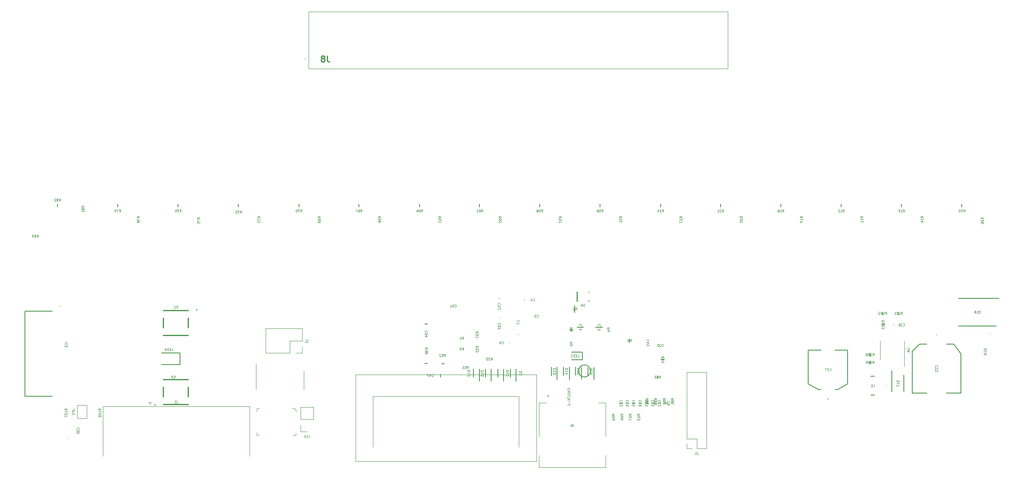
<source format=gbr>
%TF.GenerationSoftware,KiCad,Pcbnew,7.0.5*%
%TF.CreationDate,2024-10-03T13:21:03+03:00*%
%TF.ProjectId,pasive_balance_rev4,70617369-7665-45f6-9261-6c616e63655f,rev?*%
%TF.SameCoordinates,Original*%
%TF.FileFunction,Legend,Bot*%
%TF.FilePolarity,Positive*%
%FSLAX46Y46*%
G04 Gerber Fmt 4.6, Leading zero omitted, Abs format (unit mm)*
G04 Created by KiCad (PCBNEW 7.0.5) date 2024-10-03 13:21:03*
%MOMM*%
%LPD*%
G01*
G04 APERTURE LIST*
%ADD10C,0.125000*%
%ADD11C,0.254000*%
%ADD12C,0.200000*%
%ADD13C,0.100000*%
%ADD14C,0.120000*%
G04 APERTURE END LIST*
D10*
%TO.C,R21*%
X184418035Y-89632809D02*
X184584701Y-89394714D01*
X184703749Y-89632809D02*
X184703749Y-89132809D01*
X184703749Y-89132809D02*
X184513273Y-89132809D01*
X184513273Y-89132809D02*
X184465654Y-89156619D01*
X184465654Y-89156619D02*
X184441844Y-89180428D01*
X184441844Y-89180428D02*
X184418035Y-89228047D01*
X184418035Y-89228047D02*
X184418035Y-89299476D01*
X184418035Y-89299476D02*
X184441844Y-89347095D01*
X184441844Y-89347095D02*
X184465654Y-89370904D01*
X184465654Y-89370904D02*
X184513273Y-89394714D01*
X184513273Y-89394714D02*
X184703749Y-89394714D01*
X184227558Y-89180428D02*
X184203749Y-89156619D01*
X184203749Y-89156619D02*
X184156130Y-89132809D01*
X184156130Y-89132809D02*
X184037082Y-89132809D01*
X184037082Y-89132809D02*
X183989463Y-89156619D01*
X183989463Y-89156619D02*
X183965654Y-89180428D01*
X183965654Y-89180428D02*
X183941844Y-89228047D01*
X183941844Y-89228047D02*
X183941844Y-89275666D01*
X183941844Y-89275666D02*
X183965654Y-89347095D01*
X183965654Y-89347095D02*
X184251368Y-89632809D01*
X184251368Y-89632809D02*
X183941844Y-89632809D01*
X183465654Y-89632809D02*
X183751368Y-89632809D01*
X183608511Y-89632809D02*
X183608511Y-89132809D01*
X183608511Y-89132809D02*
X183656130Y-89204238D01*
X183656130Y-89204238D02*
X183703749Y-89251857D01*
X183703749Y-89251857D02*
X183751368Y-89275666D01*
%TO.C,L1*%
X216237333Y-126488209D02*
X216475428Y-126488209D01*
X216475428Y-126488209D02*
X216475428Y-125988209D01*
X215808761Y-126488209D02*
X216094475Y-126488209D01*
X215951618Y-126488209D02*
X215951618Y-125988209D01*
X215951618Y-125988209D02*
X215999237Y-126059638D01*
X215999237Y-126059638D02*
X216046856Y-126107257D01*
X216046856Y-126107257D02*
X216094475Y-126131066D01*
%TO.C,C49*%
X168972797Y-116869564D02*
X168996607Y-116845755D01*
X168996607Y-116845755D02*
X169020416Y-116774326D01*
X169020416Y-116774326D02*
X169020416Y-116726707D01*
X169020416Y-116726707D02*
X168996607Y-116655279D01*
X168996607Y-116655279D02*
X168948987Y-116607660D01*
X168948987Y-116607660D02*
X168901368Y-116583850D01*
X168901368Y-116583850D02*
X168806130Y-116560041D01*
X168806130Y-116560041D02*
X168734702Y-116560041D01*
X168734702Y-116560041D02*
X168639464Y-116583850D01*
X168639464Y-116583850D02*
X168591845Y-116607660D01*
X168591845Y-116607660D02*
X168544226Y-116655279D01*
X168544226Y-116655279D02*
X168520416Y-116726707D01*
X168520416Y-116726707D02*
X168520416Y-116774326D01*
X168520416Y-116774326D02*
X168544226Y-116845755D01*
X168544226Y-116845755D02*
X168568035Y-116869564D01*
X168687083Y-117298136D02*
X169020416Y-117298136D01*
X168496607Y-117179088D02*
X168853749Y-117060041D01*
X168853749Y-117060041D02*
X168853749Y-117369564D01*
X169020416Y-117583850D02*
X169020416Y-117679088D01*
X169020416Y-117679088D02*
X168996607Y-117726707D01*
X168996607Y-117726707D02*
X168972797Y-117750516D01*
X168972797Y-117750516D02*
X168901368Y-117798135D01*
X168901368Y-117798135D02*
X168806130Y-117821945D01*
X168806130Y-117821945D02*
X168615654Y-117821945D01*
X168615654Y-117821945D02*
X168568035Y-117798135D01*
X168568035Y-117798135D02*
X168544226Y-117774326D01*
X168544226Y-117774326D02*
X168520416Y-117726707D01*
X168520416Y-117726707D02*
X168520416Y-117631469D01*
X168520416Y-117631469D02*
X168544226Y-117583850D01*
X168544226Y-117583850D02*
X168568035Y-117560040D01*
X168568035Y-117560040D02*
X168615654Y-117536231D01*
X168615654Y-117536231D02*
X168734702Y-117536231D01*
X168734702Y-117536231D02*
X168782321Y-117560040D01*
X168782321Y-117560040D02*
X168806130Y-117583850D01*
X168806130Y-117583850D02*
X168829940Y-117631469D01*
X168829940Y-117631469D02*
X168829940Y-117726707D01*
X168829940Y-117726707D02*
X168806130Y-117774326D01*
X168806130Y-117774326D02*
X168782321Y-117798135D01*
X168782321Y-117798135D02*
X168734702Y-117821945D01*
%TO.C,LED2*%
X153981516Y-120235202D02*
X154219611Y-120235202D01*
X154219611Y-120235202D02*
X154219611Y-119735202D01*
X153814849Y-119973297D02*
X153648182Y-119973297D01*
X153576754Y-120235202D02*
X153814849Y-120235202D01*
X153814849Y-120235202D02*
X153814849Y-119735202D01*
X153814849Y-119735202D02*
X153576754Y-119735202D01*
X153362468Y-120235202D02*
X153362468Y-119735202D01*
X153362468Y-119735202D02*
X153243420Y-119735202D01*
X153243420Y-119735202D02*
X153171992Y-119759012D01*
X153171992Y-119759012D02*
X153124373Y-119806631D01*
X153124373Y-119806631D02*
X153100563Y-119854250D01*
X153100563Y-119854250D02*
X153076754Y-119949488D01*
X153076754Y-119949488D02*
X153076754Y-120020916D01*
X153076754Y-120020916D02*
X153100563Y-120116154D01*
X153100563Y-120116154D02*
X153124373Y-120163773D01*
X153124373Y-120163773D02*
X153171992Y-120211393D01*
X153171992Y-120211393D02*
X153243420Y-120235202D01*
X153243420Y-120235202D02*
X153362468Y-120235202D01*
X152886277Y-119782821D02*
X152862468Y-119759012D01*
X152862468Y-119759012D02*
X152814849Y-119735202D01*
X152814849Y-119735202D02*
X152695801Y-119735202D01*
X152695801Y-119735202D02*
X152648182Y-119759012D01*
X152648182Y-119759012D02*
X152624373Y-119782821D01*
X152624373Y-119782821D02*
X152600563Y-119830440D01*
X152600563Y-119830440D02*
X152600563Y-119878059D01*
X152600563Y-119878059D02*
X152624373Y-119949488D01*
X152624373Y-119949488D02*
X152910087Y-120235202D01*
X152910087Y-120235202D02*
X152600563Y-120235202D01*
%TO.C,R103*%
X218588609Y-112826076D02*
X218350514Y-112659410D01*
X218588609Y-112540362D02*
X218088609Y-112540362D01*
X218088609Y-112540362D02*
X218088609Y-112730838D01*
X218088609Y-112730838D02*
X218112419Y-112778457D01*
X218112419Y-112778457D02*
X218136228Y-112802267D01*
X218136228Y-112802267D02*
X218183847Y-112826076D01*
X218183847Y-112826076D02*
X218255276Y-112826076D01*
X218255276Y-112826076D02*
X218302895Y-112802267D01*
X218302895Y-112802267D02*
X218326704Y-112778457D01*
X218326704Y-112778457D02*
X218350514Y-112730838D01*
X218350514Y-112730838D02*
X218350514Y-112540362D01*
X218588609Y-113302267D02*
X218588609Y-113016553D01*
X218588609Y-113159410D02*
X218088609Y-113159410D01*
X218088609Y-113159410D02*
X218160038Y-113111791D01*
X218160038Y-113111791D02*
X218207657Y-113064172D01*
X218207657Y-113064172D02*
X218231466Y-113016553D01*
X218088609Y-113611790D02*
X218088609Y-113659409D01*
X218088609Y-113659409D02*
X218112419Y-113707028D01*
X218112419Y-113707028D02*
X218136228Y-113730838D01*
X218136228Y-113730838D02*
X218183847Y-113754647D01*
X218183847Y-113754647D02*
X218279085Y-113778457D01*
X218279085Y-113778457D02*
X218398133Y-113778457D01*
X218398133Y-113778457D02*
X218493371Y-113754647D01*
X218493371Y-113754647D02*
X218540990Y-113730838D01*
X218540990Y-113730838D02*
X218564800Y-113707028D01*
X218564800Y-113707028D02*
X218588609Y-113659409D01*
X218588609Y-113659409D02*
X218588609Y-113611790D01*
X218588609Y-113611790D02*
X218564800Y-113564171D01*
X218564800Y-113564171D02*
X218540990Y-113540362D01*
X218540990Y-113540362D02*
X218493371Y-113516552D01*
X218493371Y-113516552D02*
X218398133Y-113492743D01*
X218398133Y-113492743D02*
X218279085Y-113492743D01*
X218279085Y-113492743D02*
X218183847Y-113516552D01*
X218183847Y-113516552D02*
X218136228Y-113540362D01*
X218136228Y-113540362D02*
X218112419Y-113564171D01*
X218112419Y-113564171D02*
X218088609Y-113611790D01*
X218088609Y-113945123D02*
X218088609Y-114254647D01*
X218088609Y-114254647D02*
X218279085Y-114087980D01*
X218279085Y-114087980D02*
X218279085Y-114159409D01*
X218279085Y-114159409D02*
X218302895Y-114207028D01*
X218302895Y-114207028D02*
X218326704Y-114230837D01*
X218326704Y-114230837D02*
X218374323Y-114254647D01*
X218374323Y-114254647D02*
X218493371Y-114254647D01*
X218493371Y-114254647D02*
X218540990Y-114230837D01*
X218540990Y-114230837D02*
X218564800Y-114207028D01*
X218564800Y-114207028D02*
X218588609Y-114159409D01*
X218588609Y-114159409D02*
X218588609Y-114016552D01*
X218588609Y-114016552D02*
X218564800Y-113968933D01*
X218564800Y-113968933D02*
X218540990Y-113945123D01*
%TO.C,R12*%
X209856035Y-89632809D02*
X210022701Y-89394714D01*
X210141749Y-89632809D02*
X210141749Y-89132809D01*
X210141749Y-89132809D02*
X209951273Y-89132809D01*
X209951273Y-89132809D02*
X209903654Y-89156619D01*
X209903654Y-89156619D02*
X209879844Y-89180428D01*
X209879844Y-89180428D02*
X209856035Y-89228047D01*
X209856035Y-89228047D02*
X209856035Y-89299476D01*
X209856035Y-89299476D02*
X209879844Y-89347095D01*
X209879844Y-89347095D02*
X209903654Y-89370904D01*
X209903654Y-89370904D02*
X209951273Y-89394714D01*
X209951273Y-89394714D02*
X210141749Y-89394714D01*
X209379844Y-89632809D02*
X209665558Y-89632809D01*
X209522701Y-89632809D02*
X209522701Y-89132809D01*
X209522701Y-89132809D02*
X209570320Y-89204238D01*
X209570320Y-89204238D02*
X209617939Y-89251857D01*
X209617939Y-89251857D02*
X209665558Y-89275666D01*
X209189368Y-89180428D02*
X209165559Y-89156619D01*
X209165559Y-89156619D02*
X209117940Y-89132809D01*
X209117940Y-89132809D02*
X208998892Y-89132809D01*
X208998892Y-89132809D02*
X208951273Y-89156619D01*
X208951273Y-89156619D02*
X208927464Y-89180428D01*
X208927464Y-89180428D02*
X208903654Y-89228047D01*
X208903654Y-89228047D02*
X208903654Y-89275666D01*
X208903654Y-89275666D02*
X208927464Y-89347095D01*
X208927464Y-89347095D02*
X209213178Y-89632809D01*
X209213178Y-89632809D02*
X208903654Y-89632809D01*
%TO.C,C12*%
X171357584Y-129620178D02*
X171381394Y-129596369D01*
X171381394Y-129596369D02*
X171405203Y-129524940D01*
X171405203Y-129524940D02*
X171405203Y-129477321D01*
X171405203Y-129477321D02*
X171381394Y-129405893D01*
X171381394Y-129405893D02*
X171333774Y-129358274D01*
X171333774Y-129358274D02*
X171286155Y-129334464D01*
X171286155Y-129334464D02*
X171190917Y-129310655D01*
X171190917Y-129310655D02*
X171119489Y-129310655D01*
X171119489Y-129310655D02*
X171024251Y-129334464D01*
X171024251Y-129334464D02*
X170976632Y-129358274D01*
X170976632Y-129358274D02*
X170929013Y-129405893D01*
X170929013Y-129405893D02*
X170905203Y-129477321D01*
X170905203Y-129477321D02*
X170905203Y-129524940D01*
X170905203Y-129524940D02*
X170929013Y-129596369D01*
X170929013Y-129596369D02*
X170952822Y-129620178D01*
X171405203Y-130096369D02*
X171405203Y-129810655D01*
X171405203Y-129953512D02*
X170905203Y-129953512D01*
X170905203Y-129953512D02*
X170976632Y-129905893D01*
X170976632Y-129905893D02*
X171024251Y-129858274D01*
X171024251Y-129858274D02*
X171048060Y-129810655D01*
X170952822Y-130286845D02*
X170929013Y-130310654D01*
X170929013Y-130310654D02*
X170905203Y-130358273D01*
X170905203Y-130358273D02*
X170905203Y-130477321D01*
X170905203Y-130477321D02*
X170929013Y-130524940D01*
X170929013Y-130524940D02*
X170952822Y-130548749D01*
X170952822Y-130548749D02*
X171000441Y-130572559D01*
X171000441Y-130572559D02*
X171048060Y-130572559D01*
X171048060Y-130572559D02*
X171119489Y-130548749D01*
X171119489Y-130548749D02*
X171405203Y-130263035D01*
X171405203Y-130263035D02*
X171405203Y-130572559D01*
%TO.C,C54*%
X122262197Y-114994571D02*
X122286007Y-114970762D01*
X122286007Y-114970762D02*
X122309816Y-114899333D01*
X122309816Y-114899333D02*
X122309816Y-114851714D01*
X122309816Y-114851714D02*
X122286007Y-114780286D01*
X122286007Y-114780286D02*
X122238387Y-114732667D01*
X122238387Y-114732667D02*
X122190768Y-114708857D01*
X122190768Y-114708857D02*
X122095530Y-114685048D01*
X122095530Y-114685048D02*
X122024102Y-114685048D01*
X122024102Y-114685048D02*
X121928864Y-114708857D01*
X121928864Y-114708857D02*
X121881245Y-114732667D01*
X121881245Y-114732667D02*
X121833626Y-114780286D01*
X121833626Y-114780286D02*
X121809816Y-114851714D01*
X121809816Y-114851714D02*
X121809816Y-114899333D01*
X121809816Y-114899333D02*
X121833626Y-114970762D01*
X121833626Y-114970762D02*
X121857435Y-114994571D01*
X121809816Y-115446952D02*
X121809816Y-115208857D01*
X121809816Y-115208857D02*
X122047911Y-115185048D01*
X122047911Y-115185048D02*
X122024102Y-115208857D01*
X122024102Y-115208857D02*
X122000292Y-115256476D01*
X122000292Y-115256476D02*
X122000292Y-115375524D01*
X122000292Y-115375524D02*
X122024102Y-115423143D01*
X122024102Y-115423143D02*
X122047911Y-115446952D01*
X122047911Y-115446952D02*
X122095530Y-115470762D01*
X122095530Y-115470762D02*
X122214578Y-115470762D01*
X122214578Y-115470762D02*
X122262197Y-115446952D01*
X122262197Y-115446952D02*
X122286007Y-115423143D01*
X122286007Y-115423143D02*
X122309816Y-115375524D01*
X122309816Y-115375524D02*
X122309816Y-115256476D01*
X122309816Y-115256476D02*
X122286007Y-115208857D01*
X122286007Y-115208857D02*
X122262197Y-115185048D01*
X121976483Y-115899333D02*
X122309816Y-115899333D01*
X121786007Y-115780285D02*
X122143149Y-115661238D01*
X122143149Y-115661238D02*
X122143149Y-115970761D01*
%TO.C,R35*%
X135716035Y-120874809D02*
X135882701Y-120636714D01*
X136001749Y-120874809D02*
X136001749Y-120374809D01*
X136001749Y-120374809D02*
X135811273Y-120374809D01*
X135811273Y-120374809D02*
X135763654Y-120398619D01*
X135763654Y-120398619D02*
X135739844Y-120422428D01*
X135739844Y-120422428D02*
X135716035Y-120470047D01*
X135716035Y-120470047D02*
X135716035Y-120541476D01*
X135716035Y-120541476D02*
X135739844Y-120589095D01*
X135739844Y-120589095D02*
X135763654Y-120612904D01*
X135763654Y-120612904D02*
X135811273Y-120636714D01*
X135811273Y-120636714D02*
X136001749Y-120636714D01*
X135549368Y-120374809D02*
X135239844Y-120374809D01*
X135239844Y-120374809D02*
X135406511Y-120565285D01*
X135406511Y-120565285D02*
X135335082Y-120565285D01*
X135335082Y-120565285D02*
X135287463Y-120589095D01*
X135287463Y-120589095D02*
X135263654Y-120612904D01*
X135263654Y-120612904D02*
X135239844Y-120660523D01*
X135239844Y-120660523D02*
X135239844Y-120779571D01*
X135239844Y-120779571D02*
X135263654Y-120827190D01*
X135263654Y-120827190D02*
X135287463Y-120851000D01*
X135287463Y-120851000D02*
X135335082Y-120874809D01*
X135335082Y-120874809D02*
X135477939Y-120874809D01*
X135477939Y-120874809D02*
X135525558Y-120851000D01*
X135525558Y-120851000D02*
X135549368Y-120827190D01*
X134787464Y-120374809D02*
X135025559Y-120374809D01*
X135025559Y-120374809D02*
X135049368Y-120612904D01*
X135049368Y-120612904D02*
X135025559Y-120589095D01*
X135025559Y-120589095D02*
X134977940Y-120565285D01*
X134977940Y-120565285D02*
X134858892Y-120565285D01*
X134858892Y-120565285D02*
X134811273Y-120589095D01*
X134811273Y-120589095D02*
X134787464Y-120612904D01*
X134787464Y-120612904D02*
X134763654Y-120660523D01*
X134763654Y-120660523D02*
X134763654Y-120779571D01*
X134763654Y-120779571D02*
X134787464Y-120827190D01*
X134787464Y-120827190D02*
X134811273Y-120851000D01*
X134811273Y-120851000D02*
X134858892Y-120874809D01*
X134858892Y-120874809D02*
X134977940Y-120874809D01*
X134977940Y-120874809D02*
X135025559Y-120851000D01*
X135025559Y-120851000D02*
X135049368Y-120827190D01*
%TO.C,R30*%
X235271428Y-89632809D02*
X235438094Y-89394714D01*
X235557142Y-89632809D02*
X235557142Y-89132809D01*
X235557142Y-89132809D02*
X235366666Y-89132809D01*
X235366666Y-89132809D02*
X235319047Y-89156619D01*
X235319047Y-89156619D02*
X235295237Y-89180428D01*
X235295237Y-89180428D02*
X235271428Y-89228047D01*
X235271428Y-89228047D02*
X235271428Y-89299476D01*
X235271428Y-89299476D02*
X235295237Y-89347095D01*
X235295237Y-89347095D02*
X235319047Y-89370904D01*
X235319047Y-89370904D02*
X235366666Y-89394714D01*
X235366666Y-89394714D02*
X235557142Y-89394714D01*
X235104761Y-89132809D02*
X234795237Y-89132809D01*
X234795237Y-89132809D02*
X234961904Y-89323285D01*
X234961904Y-89323285D02*
X234890475Y-89323285D01*
X234890475Y-89323285D02*
X234842856Y-89347095D01*
X234842856Y-89347095D02*
X234819047Y-89370904D01*
X234819047Y-89370904D02*
X234795237Y-89418523D01*
X234795237Y-89418523D02*
X234795237Y-89537571D01*
X234795237Y-89537571D02*
X234819047Y-89585190D01*
X234819047Y-89585190D02*
X234842856Y-89609000D01*
X234842856Y-89609000D02*
X234890475Y-89632809D01*
X234890475Y-89632809D02*
X235033332Y-89632809D01*
X235033332Y-89632809D02*
X235080951Y-89609000D01*
X235080951Y-89609000D02*
X235104761Y-89585190D01*
X234485714Y-89132809D02*
X234438095Y-89132809D01*
X234438095Y-89132809D02*
X234390476Y-89156619D01*
X234390476Y-89156619D02*
X234366666Y-89180428D01*
X234366666Y-89180428D02*
X234342857Y-89228047D01*
X234342857Y-89228047D02*
X234319047Y-89323285D01*
X234319047Y-89323285D02*
X234319047Y-89442333D01*
X234319047Y-89442333D02*
X234342857Y-89537571D01*
X234342857Y-89537571D02*
X234366666Y-89585190D01*
X234366666Y-89585190D02*
X234390476Y-89609000D01*
X234390476Y-89609000D02*
X234438095Y-89632809D01*
X234438095Y-89632809D02*
X234485714Y-89632809D01*
X234485714Y-89632809D02*
X234533333Y-89609000D01*
X234533333Y-89609000D02*
X234557142Y-89585190D01*
X234557142Y-89585190D02*
X234580952Y-89537571D01*
X234580952Y-89537571D02*
X234604761Y-89442333D01*
X234604761Y-89442333D02*
X234604761Y-89323285D01*
X234604761Y-89323285D02*
X234580952Y-89228047D01*
X234580952Y-89228047D02*
X234557142Y-89180428D01*
X234557142Y-89180428D02*
X234533333Y-89156619D01*
X234533333Y-89156619D02*
X234485714Y-89132809D01*
%TO.C,S2*%
X69722951Y-109929000D02*
X69651523Y-109952809D01*
X69651523Y-109952809D02*
X69532475Y-109952809D01*
X69532475Y-109952809D02*
X69484856Y-109929000D01*
X69484856Y-109929000D02*
X69461047Y-109905190D01*
X69461047Y-109905190D02*
X69437237Y-109857571D01*
X69437237Y-109857571D02*
X69437237Y-109809952D01*
X69437237Y-109809952D02*
X69461047Y-109762333D01*
X69461047Y-109762333D02*
X69484856Y-109738523D01*
X69484856Y-109738523D02*
X69532475Y-109714714D01*
X69532475Y-109714714D02*
X69627713Y-109690904D01*
X69627713Y-109690904D02*
X69675332Y-109667095D01*
X69675332Y-109667095D02*
X69699142Y-109643285D01*
X69699142Y-109643285D02*
X69722951Y-109595666D01*
X69722951Y-109595666D02*
X69722951Y-109548047D01*
X69722951Y-109548047D02*
X69699142Y-109500428D01*
X69699142Y-109500428D02*
X69675332Y-109476619D01*
X69675332Y-109476619D02*
X69627713Y-109452809D01*
X69627713Y-109452809D02*
X69508666Y-109452809D01*
X69508666Y-109452809D02*
X69437237Y-109476619D01*
X69246761Y-109500428D02*
X69222952Y-109476619D01*
X69222952Y-109476619D02*
X69175333Y-109452809D01*
X69175333Y-109452809D02*
X69056285Y-109452809D01*
X69056285Y-109452809D02*
X69008666Y-109476619D01*
X69008666Y-109476619D02*
X68984857Y-109500428D01*
X68984857Y-109500428D02*
X68961047Y-109548047D01*
X68961047Y-109548047D02*
X68961047Y-109595666D01*
X68961047Y-109595666D02*
X68984857Y-109667095D01*
X68984857Y-109667095D02*
X69270571Y-109952809D01*
X69270571Y-109952809D02*
X68961047Y-109952809D01*
%TO.C,R58*%
X146318035Y-89632809D02*
X146484701Y-89394714D01*
X146603749Y-89632809D02*
X146603749Y-89132809D01*
X146603749Y-89132809D02*
X146413273Y-89132809D01*
X146413273Y-89132809D02*
X146365654Y-89156619D01*
X146365654Y-89156619D02*
X146341844Y-89180428D01*
X146341844Y-89180428D02*
X146318035Y-89228047D01*
X146318035Y-89228047D02*
X146318035Y-89299476D01*
X146318035Y-89299476D02*
X146341844Y-89347095D01*
X146341844Y-89347095D02*
X146365654Y-89370904D01*
X146365654Y-89370904D02*
X146413273Y-89394714D01*
X146413273Y-89394714D02*
X146603749Y-89394714D01*
X145865654Y-89132809D02*
X146103749Y-89132809D01*
X146103749Y-89132809D02*
X146127558Y-89370904D01*
X146127558Y-89370904D02*
X146103749Y-89347095D01*
X146103749Y-89347095D02*
X146056130Y-89323285D01*
X146056130Y-89323285D02*
X145937082Y-89323285D01*
X145937082Y-89323285D02*
X145889463Y-89347095D01*
X145889463Y-89347095D02*
X145865654Y-89370904D01*
X145865654Y-89370904D02*
X145841844Y-89418523D01*
X145841844Y-89418523D02*
X145841844Y-89537571D01*
X145841844Y-89537571D02*
X145865654Y-89585190D01*
X145865654Y-89585190D02*
X145889463Y-89609000D01*
X145889463Y-89609000D02*
X145937082Y-89632809D01*
X145937082Y-89632809D02*
X146056130Y-89632809D01*
X146056130Y-89632809D02*
X146103749Y-89609000D01*
X146103749Y-89609000D02*
X146127558Y-89585190D01*
X145556130Y-89347095D02*
X145603749Y-89323285D01*
X145603749Y-89323285D02*
X145627559Y-89299476D01*
X145627559Y-89299476D02*
X145651368Y-89251857D01*
X145651368Y-89251857D02*
X145651368Y-89228047D01*
X145651368Y-89228047D02*
X145627559Y-89180428D01*
X145627559Y-89180428D02*
X145603749Y-89156619D01*
X145603749Y-89156619D02*
X145556130Y-89132809D01*
X145556130Y-89132809D02*
X145460892Y-89132809D01*
X145460892Y-89132809D02*
X145413273Y-89156619D01*
X145413273Y-89156619D02*
X145389464Y-89180428D01*
X145389464Y-89180428D02*
X145365654Y-89228047D01*
X145365654Y-89228047D02*
X145365654Y-89251857D01*
X145365654Y-89251857D02*
X145389464Y-89299476D01*
X145389464Y-89299476D02*
X145413273Y-89323285D01*
X145413273Y-89323285D02*
X145460892Y-89347095D01*
X145460892Y-89347095D02*
X145556130Y-89347095D01*
X145556130Y-89347095D02*
X145603749Y-89370904D01*
X145603749Y-89370904D02*
X145627559Y-89394714D01*
X145627559Y-89394714D02*
X145651368Y-89442333D01*
X145651368Y-89442333D02*
X145651368Y-89537571D01*
X145651368Y-89537571D02*
X145627559Y-89585190D01*
X145627559Y-89585190D02*
X145603749Y-89609000D01*
X145603749Y-89609000D02*
X145556130Y-89632809D01*
X145556130Y-89632809D02*
X145460892Y-89632809D01*
X145460892Y-89632809D02*
X145413273Y-89609000D01*
X145413273Y-89609000D02*
X145389464Y-89585190D01*
X145389464Y-89585190D02*
X145365654Y-89537571D01*
X145365654Y-89537571D02*
X145365654Y-89442333D01*
X145365654Y-89442333D02*
X145389464Y-89394714D01*
X145389464Y-89394714D02*
X145413273Y-89370904D01*
X145413273Y-89370904D02*
X145460892Y-89347095D01*
%TO.C,R5*%
X164992740Y-116984002D02*
X165159406Y-116745907D01*
X165278454Y-116984002D02*
X165278454Y-116484002D01*
X165278454Y-116484002D02*
X165087978Y-116484002D01*
X165087978Y-116484002D02*
X165040359Y-116507812D01*
X165040359Y-116507812D02*
X165016549Y-116531621D01*
X165016549Y-116531621D02*
X164992740Y-116579240D01*
X164992740Y-116579240D02*
X164992740Y-116650669D01*
X164992740Y-116650669D02*
X165016549Y-116698288D01*
X165016549Y-116698288D02*
X165040359Y-116722097D01*
X165040359Y-116722097D02*
X165087978Y-116745907D01*
X165087978Y-116745907D02*
X165278454Y-116745907D01*
X164540359Y-116484002D02*
X164778454Y-116484002D01*
X164778454Y-116484002D02*
X164802263Y-116722097D01*
X164802263Y-116722097D02*
X164778454Y-116698288D01*
X164778454Y-116698288D02*
X164730835Y-116674478D01*
X164730835Y-116674478D02*
X164611787Y-116674478D01*
X164611787Y-116674478D02*
X164564168Y-116698288D01*
X164564168Y-116698288D02*
X164540359Y-116722097D01*
X164540359Y-116722097D02*
X164516549Y-116769716D01*
X164516549Y-116769716D02*
X164516549Y-116888764D01*
X164516549Y-116888764D02*
X164540359Y-116936383D01*
X164540359Y-116936383D02*
X164564168Y-116960193D01*
X164564168Y-116960193D02*
X164611787Y-116984002D01*
X164611787Y-116984002D02*
X164730835Y-116984002D01*
X164730835Y-116984002D02*
X164778454Y-116960193D01*
X164778454Y-116960193D02*
X164802263Y-116936383D01*
%TO.C,FAULTH-1*%
X152099504Y-127023857D02*
X152099504Y-126857190D01*
X152361409Y-126857190D02*
X151861409Y-126857190D01*
X151861409Y-126857190D02*
X151861409Y-127095285D01*
X152218552Y-127261952D02*
X152218552Y-127500047D01*
X152361409Y-127214333D02*
X151861409Y-127380999D01*
X151861409Y-127380999D02*
X152361409Y-127547666D01*
X151861409Y-127714332D02*
X152266171Y-127714332D01*
X152266171Y-127714332D02*
X152313790Y-127738142D01*
X152313790Y-127738142D02*
X152337600Y-127761951D01*
X152337600Y-127761951D02*
X152361409Y-127809570D01*
X152361409Y-127809570D02*
X152361409Y-127904808D01*
X152361409Y-127904808D02*
X152337600Y-127952427D01*
X152337600Y-127952427D02*
X152313790Y-127976237D01*
X152313790Y-127976237D02*
X152266171Y-128000046D01*
X152266171Y-128000046D02*
X151861409Y-128000046D01*
X152361409Y-128476237D02*
X152361409Y-128238142D01*
X152361409Y-128238142D02*
X151861409Y-128238142D01*
X151861409Y-128571476D02*
X151861409Y-128857190D01*
X152361409Y-128714333D02*
X151861409Y-128714333D01*
X152361409Y-129023856D02*
X151861409Y-129023856D01*
X152099504Y-129023856D02*
X152099504Y-129309570D01*
X152361409Y-129309570D02*
X151861409Y-129309570D01*
X152170933Y-129547666D02*
X152170933Y-129928619D01*
X152361409Y-130428619D02*
X152361409Y-130142905D01*
X152361409Y-130285762D02*
X151861409Y-130285762D01*
X151861409Y-130285762D02*
X151932838Y-130238143D01*
X151932838Y-130238143D02*
X151980457Y-130190524D01*
X151980457Y-130190524D02*
X152004266Y-130142905D01*
%TO.C,C10*%
X158679183Y-113592964D02*
X158702993Y-113569155D01*
X158702993Y-113569155D02*
X158726802Y-113497726D01*
X158726802Y-113497726D02*
X158726802Y-113450107D01*
X158726802Y-113450107D02*
X158702993Y-113378679D01*
X158702993Y-113378679D02*
X158655373Y-113331060D01*
X158655373Y-113331060D02*
X158607754Y-113307250D01*
X158607754Y-113307250D02*
X158512516Y-113283441D01*
X158512516Y-113283441D02*
X158441088Y-113283441D01*
X158441088Y-113283441D02*
X158345850Y-113307250D01*
X158345850Y-113307250D02*
X158298231Y-113331060D01*
X158298231Y-113331060D02*
X158250612Y-113378679D01*
X158250612Y-113378679D02*
X158226802Y-113450107D01*
X158226802Y-113450107D02*
X158226802Y-113497726D01*
X158226802Y-113497726D02*
X158250612Y-113569155D01*
X158250612Y-113569155D02*
X158274421Y-113592964D01*
X158726802Y-114069155D02*
X158726802Y-113783441D01*
X158726802Y-113926298D02*
X158226802Y-113926298D01*
X158226802Y-113926298D02*
X158298231Y-113878679D01*
X158298231Y-113878679D02*
X158345850Y-113831060D01*
X158345850Y-113831060D02*
X158369659Y-113783441D01*
X158226802Y-114378678D02*
X158226802Y-114426297D01*
X158226802Y-114426297D02*
X158250612Y-114473916D01*
X158250612Y-114473916D02*
X158274421Y-114497726D01*
X158274421Y-114497726D02*
X158322040Y-114521535D01*
X158322040Y-114521535D02*
X158417278Y-114545345D01*
X158417278Y-114545345D02*
X158536326Y-114545345D01*
X158536326Y-114545345D02*
X158631564Y-114521535D01*
X158631564Y-114521535D02*
X158679183Y-114497726D01*
X158679183Y-114497726D02*
X158702993Y-114473916D01*
X158702993Y-114473916D02*
X158726802Y-114426297D01*
X158726802Y-114426297D02*
X158726802Y-114378678D01*
X158726802Y-114378678D02*
X158702993Y-114331059D01*
X158702993Y-114331059D02*
X158679183Y-114307250D01*
X158679183Y-114307250D02*
X158631564Y-114283440D01*
X158631564Y-114283440D02*
X158536326Y-114259631D01*
X158536326Y-114259631D02*
X158417278Y-114259631D01*
X158417278Y-114259631D02*
X158322040Y-114283440D01*
X158322040Y-114283440D02*
X158274421Y-114307250D01*
X158274421Y-114307250D02*
X158250612Y-114331059D01*
X158250612Y-114331059D02*
X158226802Y-114378678D01*
%TO.C,R102*%
X218796323Y-111222809D02*
X218962989Y-110984714D01*
X219082037Y-111222809D02*
X219082037Y-110722809D01*
X219082037Y-110722809D02*
X218891561Y-110722809D01*
X218891561Y-110722809D02*
X218843942Y-110746619D01*
X218843942Y-110746619D02*
X218820132Y-110770428D01*
X218820132Y-110770428D02*
X218796323Y-110818047D01*
X218796323Y-110818047D02*
X218796323Y-110889476D01*
X218796323Y-110889476D02*
X218820132Y-110937095D01*
X218820132Y-110937095D02*
X218843942Y-110960904D01*
X218843942Y-110960904D02*
X218891561Y-110984714D01*
X218891561Y-110984714D02*
X219082037Y-110984714D01*
X218320132Y-111222809D02*
X218605846Y-111222809D01*
X218462989Y-111222809D02*
X218462989Y-110722809D01*
X218462989Y-110722809D02*
X218510608Y-110794238D01*
X218510608Y-110794238D02*
X218558227Y-110841857D01*
X218558227Y-110841857D02*
X218605846Y-110865666D01*
X218010609Y-110722809D02*
X217962990Y-110722809D01*
X217962990Y-110722809D02*
X217915371Y-110746619D01*
X217915371Y-110746619D02*
X217891561Y-110770428D01*
X217891561Y-110770428D02*
X217867752Y-110818047D01*
X217867752Y-110818047D02*
X217843942Y-110913285D01*
X217843942Y-110913285D02*
X217843942Y-111032333D01*
X217843942Y-111032333D02*
X217867752Y-111127571D01*
X217867752Y-111127571D02*
X217891561Y-111175190D01*
X217891561Y-111175190D02*
X217915371Y-111199000D01*
X217915371Y-111199000D02*
X217962990Y-111222809D01*
X217962990Y-111222809D02*
X218010609Y-111222809D01*
X218010609Y-111222809D02*
X218058228Y-111199000D01*
X218058228Y-111199000D02*
X218082037Y-111175190D01*
X218082037Y-111175190D02*
X218105847Y-111127571D01*
X218105847Y-111127571D02*
X218129656Y-111032333D01*
X218129656Y-111032333D02*
X218129656Y-110913285D01*
X218129656Y-110913285D02*
X218105847Y-110818047D01*
X218105847Y-110818047D02*
X218082037Y-110770428D01*
X218082037Y-110770428D02*
X218058228Y-110746619D01*
X218058228Y-110746619D02*
X218010609Y-110722809D01*
X217653466Y-110770428D02*
X217629657Y-110746619D01*
X217629657Y-110746619D02*
X217582038Y-110722809D01*
X217582038Y-110722809D02*
X217462990Y-110722809D01*
X217462990Y-110722809D02*
X217415371Y-110746619D01*
X217415371Y-110746619D02*
X217391562Y-110770428D01*
X217391562Y-110770428D02*
X217367752Y-110818047D01*
X217367752Y-110818047D02*
X217367752Y-110865666D01*
X217367752Y-110865666D02*
X217391562Y-110937095D01*
X217391562Y-110937095D02*
X217677276Y-111222809D01*
X217677276Y-111222809D02*
X217367752Y-111222809D01*
%TO.C,R11*%
X214077416Y-90864571D02*
X213839321Y-90697905D01*
X214077416Y-90578857D02*
X213577416Y-90578857D01*
X213577416Y-90578857D02*
X213577416Y-90769333D01*
X213577416Y-90769333D02*
X213601226Y-90816952D01*
X213601226Y-90816952D02*
X213625035Y-90840762D01*
X213625035Y-90840762D02*
X213672654Y-90864571D01*
X213672654Y-90864571D02*
X213744083Y-90864571D01*
X213744083Y-90864571D02*
X213791702Y-90840762D01*
X213791702Y-90840762D02*
X213815511Y-90816952D01*
X213815511Y-90816952D02*
X213839321Y-90769333D01*
X213839321Y-90769333D02*
X213839321Y-90578857D01*
X214077416Y-91340762D02*
X214077416Y-91055048D01*
X214077416Y-91197905D02*
X213577416Y-91197905D01*
X213577416Y-91197905D02*
X213648845Y-91150286D01*
X213648845Y-91150286D02*
X213696464Y-91102667D01*
X213696464Y-91102667D02*
X213720273Y-91055048D01*
X214077416Y-91816952D02*
X214077416Y-91531238D01*
X214077416Y-91674095D02*
X213577416Y-91674095D01*
X213577416Y-91674095D02*
X213648845Y-91626476D01*
X213648845Y-91626476D02*
X213696464Y-91578857D01*
X213696464Y-91578857D02*
X213720273Y-91531238D01*
%TO.C,C9*%
X138011326Y-117393583D02*
X138035135Y-117417393D01*
X138035135Y-117417393D02*
X138106564Y-117441202D01*
X138106564Y-117441202D02*
X138154183Y-117441202D01*
X138154183Y-117441202D02*
X138225611Y-117417393D01*
X138225611Y-117417393D02*
X138273230Y-117369773D01*
X138273230Y-117369773D02*
X138297040Y-117322154D01*
X138297040Y-117322154D02*
X138320849Y-117226916D01*
X138320849Y-117226916D02*
X138320849Y-117155488D01*
X138320849Y-117155488D02*
X138297040Y-117060250D01*
X138297040Y-117060250D02*
X138273230Y-117012631D01*
X138273230Y-117012631D02*
X138225611Y-116965012D01*
X138225611Y-116965012D02*
X138154183Y-116941202D01*
X138154183Y-116941202D02*
X138106564Y-116941202D01*
X138106564Y-116941202D02*
X138035135Y-116965012D01*
X138035135Y-116965012D02*
X138011326Y-116988821D01*
X137773230Y-117441202D02*
X137677992Y-117441202D01*
X137677992Y-117441202D02*
X137630373Y-117417393D01*
X137630373Y-117417393D02*
X137606564Y-117393583D01*
X137606564Y-117393583D02*
X137558945Y-117322154D01*
X137558945Y-117322154D02*
X137535135Y-117226916D01*
X137535135Y-117226916D02*
X137535135Y-117036440D01*
X137535135Y-117036440D02*
X137558945Y-116988821D01*
X137558945Y-116988821D02*
X137582754Y-116965012D01*
X137582754Y-116965012D02*
X137630373Y-116941202D01*
X137630373Y-116941202D02*
X137725611Y-116941202D01*
X137725611Y-116941202D02*
X137773230Y-116965012D01*
X137773230Y-116965012D02*
X137797040Y-116988821D01*
X137797040Y-116988821D02*
X137820849Y-117036440D01*
X137820849Y-117036440D02*
X137820849Y-117155488D01*
X137820849Y-117155488D02*
X137797040Y-117203107D01*
X137797040Y-117203107D02*
X137773230Y-117226916D01*
X137773230Y-117226916D02*
X137725611Y-117250726D01*
X137725611Y-117250726D02*
X137630373Y-117250726D01*
X137630373Y-117250726D02*
X137582754Y-117226916D01*
X137582754Y-117226916D02*
X137558945Y-117203107D01*
X137558945Y-117203107D02*
X137535135Y-117155488D01*
%TO.C,C53*%
X137629197Y-113377165D02*
X137653007Y-113353356D01*
X137653007Y-113353356D02*
X137676816Y-113281927D01*
X137676816Y-113281927D02*
X137676816Y-113234308D01*
X137676816Y-113234308D02*
X137653007Y-113162880D01*
X137653007Y-113162880D02*
X137605387Y-113115261D01*
X137605387Y-113115261D02*
X137557768Y-113091451D01*
X137557768Y-113091451D02*
X137462530Y-113067642D01*
X137462530Y-113067642D02*
X137391102Y-113067642D01*
X137391102Y-113067642D02*
X137295864Y-113091451D01*
X137295864Y-113091451D02*
X137248245Y-113115261D01*
X137248245Y-113115261D02*
X137200626Y-113162880D01*
X137200626Y-113162880D02*
X137176816Y-113234308D01*
X137176816Y-113234308D02*
X137176816Y-113281927D01*
X137176816Y-113281927D02*
X137200626Y-113353356D01*
X137200626Y-113353356D02*
X137224435Y-113377165D01*
X137176816Y-113829546D02*
X137176816Y-113591451D01*
X137176816Y-113591451D02*
X137414911Y-113567642D01*
X137414911Y-113567642D02*
X137391102Y-113591451D01*
X137391102Y-113591451D02*
X137367292Y-113639070D01*
X137367292Y-113639070D02*
X137367292Y-113758118D01*
X137367292Y-113758118D02*
X137391102Y-113805737D01*
X137391102Y-113805737D02*
X137414911Y-113829546D01*
X137414911Y-113829546D02*
X137462530Y-113853356D01*
X137462530Y-113853356D02*
X137581578Y-113853356D01*
X137581578Y-113853356D02*
X137629197Y-113829546D01*
X137629197Y-113829546D02*
X137653007Y-113805737D01*
X137653007Y-113805737D02*
X137676816Y-113758118D01*
X137676816Y-113758118D02*
X137676816Y-113639070D01*
X137676816Y-113639070D02*
X137653007Y-113591451D01*
X137653007Y-113591451D02*
X137629197Y-113567642D01*
X137176816Y-114020022D02*
X137176816Y-114329546D01*
X137176816Y-114329546D02*
X137367292Y-114162879D01*
X137367292Y-114162879D02*
X137367292Y-114234308D01*
X137367292Y-114234308D02*
X137391102Y-114281927D01*
X137391102Y-114281927D02*
X137414911Y-114305736D01*
X137414911Y-114305736D02*
X137462530Y-114329546D01*
X137462530Y-114329546D02*
X137581578Y-114329546D01*
X137581578Y-114329546D02*
X137629197Y-114305736D01*
X137629197Y-114305736D02*
X137653007Y-114281927D01*
X137653007Y-114281927D02*
X137676816Y-114234308D01*
X137676816Y-114234308D02*
X137676816Y-114091451D01*
X137676816Y-114091451D02*
X137653007Y-114043832D01*
X137653007Y-114043832D02*
X137629197Y-114020022D01*
%TO.C,R106*%
X53564809Y-131418876D02*
X53326714Y-131252210D01*
X53564809Y-131133162D02*
X53064809Y-131133162D01*
X53064809Y-131133162D02*
X53064809Y-131323638D01*
X53064809Y-131323638D02*
X53088619Y-131371257D01*
X53088619Y-131371257D02*
X53112428Y-131395067D01*
X53112428Y-131395067D02*
X53160047Y-131418876D01*
X53160047Y-131418876D02*
X53231476Y-131418876D01*
X53231476Y-131418876D02*
X53279095Y-131395067D01*
X53279095Y-131395067D02*
X53302904Y-131371257D01*
X53302904Y-131371257D02*
X53326714Y-131323638D01*
X53326714Y-131323638D02*
X53326714Y-131133162D01*
X53564809Y-131895067D02*
X53564809Y-131609353D01*
X53564809Y-131752210D02*
X53064809Y-131752210D01*
X53064809Y-131752210D02*
X53136238Y-131704591D01*
X53136238Y-131704591D02*
X53183857Y-131656972D01*
X53183857Y-131656972D02*
X53207666Y-131609353D01*
X53064809Y-132204590D02*
X53064809Y-132252209D01*
X53064809Y-132252209D02*
X53088619Y-132299828D01*
X53088619Y-132299828D02*
X53112428Y-132323638D01*
X53112428Y-132323638D02*
X53160047Y-132347447D01*
X53160047Y-132347447D02*
X53255285Y-132371257D01*
X53255285Y-132371257D02*
X53374333Y-132371257D01*
X53374333Y-132371257D02*
X53469571Y-132347447D01*
X53469571Y-132347447D02*
X53517190Y-132323638D01*
X53517190Y-132323638D02*
X53541000Y-132299828D01*
X53541000Y-132299828D02*
X53564809Y-132252209D01*
X53564809Y-132252209D02*
X53564809Y-132204590D01*
X53564809Y-132204590D02*
X53541000Y-132156971D01*
X53541000Y-132156971D02*
X53517190Y-132133162D01*
X53517190Y-132133162D02*
X53469571Y-132109352D01*
X53469571Y-132109352D02*
X53374333Y-132085543D01*
X53374333Y-132085543D02*
X53255285Y-132085543D01*
X53255285Y-132085543D02*
X53160047Y-132109352D01*
X53160047Y-132109352D02*
X53112428Y-132133162D01*
X53112428Y-132133162D02*
X53088619Y-132156971D01*
X53088619Y-132156971D02*
X53064809Y-132204590D01*
X53064809Y-132799828D02*
X53064809Y-132704590D01*
X53064809Y-132704590D02*
X53088619Y-132656971D01*
X53088619Y-132656971D02*
X53112428Y-132633161D01*
X53112428Y-132633161D02*
X53183857Y-132585542D01*
X53183857Y-132585542D02*
X53279095Y-132561733D01*
X53279095Y-132561733D02*
X53469571Y-132561733D01*
X53469571Y-132561733D02*
X53517190Y-132585542D01*
X53517190Y-132585542D02*
X53541000Y-132609352D01*
X53541000Y-132609352D02*
X53564809Y-132656971D01*
X53564809Y-132656971D02*
X53564809Y-132752209D01*
X53564809Y-132752209D02*
X53541000Y-132799828D01*
X53541000Y-132799828D02*
X53517190Y-132823637D01*
X53517190Y-132823637D02*
X53469571Y-132847447D01*
X53469571Y-132847447D02*
X53350523Y-132847447D01*
X53350523Y-132847447D02*
X53302904Y-132823637D01*
X53302904Y-132823637D02*
X53279095Y-132799828D01*
X53279095Y-132799828D02*
X53255285Y-132752209D01*
X53255285Y-132752209D02*
X53255285Y-132656971D01*
X53255285Y-132656971D02*
X53279095Y-132609352D01*
X53279095Y-132609352D02*
X53302904Y-132585542D01*
X53302904Y-132585542D02*
X53350523Y-132561733D01*
%TO.C,R1*%
X129635940Y-116476002D02*
X129802606Y-116237907D01*
X129921654Y-116476002D02*
X129921654Y-115976002D01*
X129921654Y-115976002D02*
X129731178Y-115976002D01*
X129731178Y-115976002D02*
X129683559Y-115999812D01*
X129683559Y-115999812D02*
X129659749Y-116023621D01*
X129659749Y-116023621D02*
X129635940Y-116071240D01*
X129635940Y-116071240D02*
X129635940Y-116142669D01*
X129635940Y-116142669D02*
X129659749Y-116190288D01*
X129659749Y-116190288D02*
X129683559Y-116214097D01*
X129683559Y-116214097D02*
X129731178Y-116237907D01*
X129731178Y-116237907D02*
X129921654Y-116237907D01*
X129159749Y-116476002D02*
X129445463Y-116476002D01*
X129302606Y-116476002D02*
X129302606Y-115976002D01*
X129302606Y-115976002D02*
X129350225Y-116047431D01*
X129350225Y-116047431D02*
X129397844Y-116095050D01*
X129397844Y-116095050D02*
X129445463Y-116118859D01*
%TO.C,R39*%
X172144616Y-120425564D02*
X171906521Y-120258898D01*
X172144616Y-120139850D02*
X171644616Y-120139850D01*
X171644616Y-120139850D02*
X171644616Y-120330326D01*
X171644616Y-120330326D02*
X171668426Y-120377945D01*
X171668426Y-120377945D02*
X171692235Y-120401755D01*
X171692235Y-120401755D02*
X171739854Y-120425564D01*
X171739854Y-120425564D02*
X171811283Y-120425564D01*
X171811283Y-120425564D02*
X171858902Y-120401755D01*
X171858902Y-120401755D02*
X171882711Y-120377945D01*
X171882711Y-120377945D02*
X171906521Y-120330326D01*
X171906521Y-120330326D02*
X171906521Y-120139850D01*
X171644616Y-120592231D02*
X171644616Y-120901755D01*
X171644616Y-120901755D02*
X171835092Y-120735088D01*
X171835092Y-120735088D02*
X171835092Y-120806517D01*
X171835092Y-120806517D02*
X171858902Y-120854136D01*
X171858902Y-120854136D02*
X171882711Y-120877945D01*
X171882711Y-120877945D02*
X171930330Y-120901755D01*
X171930330Y-120901755D02*
X172049378Y-120901755D01*
X172049378Y-120901755D02*
X172096997Y-120877945D01*
X172096997Y-120877945D02*
X172120807Y-120854136D01*
X172120807Y-120854136D02*
X172144616Y-120806517D01*
X172144616Y-120806517D02*
X172144616Y-120663660D01*
X172144616Y-120663660D02*
X172120807Y-120616041D01*
X172120807Y-120616041D02*
X172096997Y-120592231D01*
X172144616Y-121139850D02*
X172144616Y-121235088D01*
X172144616Y-121235088D02*
X172120807Y-121282707D01*
X172120807Y-121282707D02*
X172096997Y-121306516D01*
X172096997Y-121306516D02*
X172025568Y-121354135D01*
X172025568Y-121354135D02*
X171930330Y-121377945D01*
X171930330Y-121377945D02*
X171739854Y-121377945D01*
X171739854Y-121377945D02*
X171692235Y-121354135D01*
X171692235Y-121354135D02*
X171668426Y-121330326D01*
X171668426Y-121330326D02*
X171644616Y-121282707D01*
X171644616Y-121282707D02*
X171644616Y-121187469D01*
X171644616Y-121187469D02*
X171668426Y-121139850D01*
X171668426Y-121139850D02*
X171692235Y-121116040D01*
X171692235Y-121116040D02*
X171739854Y-121092231D01*
X171739854Y-121092231D02*
X171858902Y-121092231D01*
X171858902Y-121092231D02*
X171906521Y-121116040D01*
X171906521Y-121116040D02*
X171930330Y-121139850D01*
X171930330Y-121139850D02*
X171954140Y-121187469D01*
X171954140Y-121187469D02*
X171954140Y-121282707D01*
X171954140Y-121282707D02*
X171930330Y-121330326D01*
X171930330Y-121330326D02*
X171906521Y-121354135D01*
X171906521Y-121354135D02*
X171858902Y-121377945D01*
%TO.C,D11*%
X134082809Y-123090857D02*
X133582809Y-123090857D01*
X133582809Y-123090857D02*
X133582809Y-123209905D01*
X133582809Y-123209905D02*
X133606619Y-123281333D01*
X133606619Y-123281333D02*
X133654238Y-123328952D01*
X133654238Y-123328952D02*
X133701857Y-123352762D01*
X133701857Y-123352762D02*
X133797095Y-123376571D01*
X133797095Y-123376571D02*
X133868523Y-123376571D01*
X133868523Y-123376571D02*
X133963761Y-123352762D01*
X133963761Y-123352762D02*
X134011380Y-123328952D01*
X134011380Y-123328952D02*
X134059000Y-123281333D01*
X134059000Y-123281333D02*
X134082809Y-123209905D01*
X134082809Y-123209905D02*
X134082809Y-123090857D01*
X134082809Y-123852762D02*
X134082809Y-123567048D01*
X134082809Y-123709905D02*
X133582809Y-123709905D01*
X133582809Y-123709905D02*
X133654238Y-123662286D01*
X133654238Y-123662286D02*
X133701857Y-123614667D01*
X133701857Y-123614667D02*
X133725666Y-123567048D01*
X134082809Y-124328952D02*
X134082809Y-124043238D01*
X134082809Y-124186095D02*
X133582809Y-124186095D01*
X133582809Y-124186095D02*
X133654238Y-124138476D01*
X133654238Y-124138476D02*
X133701857Y-124090857D01*
X133701857Y-124090857D02*
X133725666Y-124043238D01*
%TO.C,JP1*%
X47505609Y-131358533D02*
X47862752Y-131358533D01*
X47862752Y-131358533D02*
X47934180Y-131334724D01*
X47934180Y-131334724D02*
X47981800Y-131287105D01*
X47981800Y-131287105D02*
X48005609Y-131215676D01*
X48005609Y-131215676D02*
X48005609Y-131168057D01*
X48005609Y-131596628D02*
X47505609Y-131596628D01*
X47505609Y-131596628D02*
X47505609Y-131787104D01*
X47505609Y-131787104D02*
X47529419Y-131834723D01*
X47529419Y-131834723D02*
X47553228Y-131858533D01*
X47553228Y-131858533D02*
X47600847Y-131882342D01*
X47600847Y-131882342D02*
X47672276Y-131882342D01*
X47672276Y-131882342D02*
X47719895Y-131858533D01*
X47719895Y-131858533D02*
X47743704Y-131834723D01*
X47743704Y-131834723D02*
X47767514Y-131787104D01*
X47767514Y-131787104D02*
X47767514Y-131596628D01*
X48005609Y-132358533D02*
X48005609Y-132072819D01*
X48005609Y-132215676D02*
X47505609Y-132215676D01*
X47505609Y-132215676D02*
X47577038Y-132168057D01*
X47577038Y-132168057D02*
X47624657Y-132120438D01*
X47624657Y-132120438D02*
X47648466Y-132072819D01*
%TO.C,R24*%
X171771428Y-89632809D02*
X171938094Y-89394714D01*
X172057142Y-89632809D02*
X172057142Y-89132809D01*
X172057142Y-89132809D02*
X171866666Y-89132809D01*
X171866666Y-89132809D02*
X171819047Y-89156619D01*
X171819047Y-89156619D02*
X171795237Y-89180428D01*
X171795237Y-89180428D02*
X171771428Y-89228047D01*
X171771428Y-89228047D02*
X171771428Y-89299476D01*
X171771428Y-89299476D02*
X171795237Y-89347095D01*
X171795237Y-89347095D02*
X171819047Y-89370904D01*
X171819047Y-89370904D02*
X171866666Y-89394714D01*
X171866666Y-89394714D02*
X172057142Y-89394714D01*
X171580951Y-89180428D02*
X171557142Y-89156619D01*
X171557142Y-89156619D02*
X171509523Y-89132809D01*
X171509523Y-89132809D02*
X171390475Y-89132809D01*
X171390475Y-89132809D02*
X171342856Y-89156619D01*
X171342856Y-89156619D02*
X171319047Y-89180428D01*
X171319047Y-89180428D02*
X171295237Y-89228047D01*
X171295237Y-89228047D02*
X171295237Y-89275666D01*
X171295237Y-89275666D02*
X171319047Y-89347095D01*
X171319047Y-89347095D02*
X171604761Y-89632809D01*
X171604761Y-89632809D02*
X171295237Y-89632809D01*
X170866666Y-89299476D02*
X170866666Y-89632809D01*
X170985714Y-89109000D02*
X171104761Y-89466142D01*
X171104761Y-89466142D02*
X170795238Y-89466142D01*
%TO.C,C15*%
X168666784Y-129607378D02*
X168690594Y-129583569D01*
X168690594Y-129583569D02*
X168714403Y-129512140D01*
X168714403Y-129512140D02*
X168714403Y-129464521D01*
X168714403Y-129464521D02*
X168690594Y-129393093D01*
X168690594Y-129393093D02*
X168642974Y-129345474D01*
X168642974Y-129345474D02*
X168595355Y-129321664D01*
X168595355Y-129321664D02*
X168500117Y-129297855D01*
X168500117Y-129297855D02*
X168428689Y-129297855D01*
X168428689Y-129297855D02*
X168333451Y-129321664D01*
X168333451Y-129321664D02*
X168285832Y-129345474D01*
X168285832Y-129345474D02*
X168238213Y-129393093D01*
X168238213Y-129393093D02*
X168214403Y-129464521D01*
X168214403Y-129464521D02*
X168214403Y-129512140D01*
X168214403Y-129512140D02*
X168238213Y-129583569D01*
X168238213Y-129583569D02*
X168262022Y-129607378D01*
X168714403Y-130083569D02*
X168714403Y-129797855D01*
X168714403Y-129940712D02*
X168214403Y-129940712D01*
X168214403Y-129940712D02*
X168285832Y-129893093D01*
X168285832Y-129893093D02*
X168333451Y-129845474D01*
X168333451Y-129845474D02*
X168357260Y-129797855D01*
X168214403Y-130535949D02*
X168214403Y-130297854D01*
X168214403Y-130297854D02*
X168452498Y-130274045D01*
X168452498Y-130274045D02*
X168428689Y-130297854D01*
X168428689Y-130297854D02*
X168404879Y-130345473D01*
X168404879Y-130345473D02*
X168404879Y-130464521D01*
X168404879Y-130464521D02*
X168428689Y-130512140D01*
X168428689Y-130512140D02*
X168452498Y-130535949D01*
X168452498Y-130535949D02*
X168500117Y-130559759D01*
X168500117Y-130559759D02*
X168619165Y-130559759D01*
X168619165Y-130559759D02*
X168666784Y-130535949D01*
X168666784Y-130535949D02*
X168690594Y-130512140D01*
X168690594Y-130512140D02*
X168714403Y-130464521D01*
X168714403Y-130464521D02*
X168714403Y-130345473D01*
X168714403Y-130345473D02*
X168690594Y-130297854D01*
X168690594Y-130297854D02*
X168666784Y-130274045D01*
%TO.C,D19*%
X240077009Y-118468057D02*
X239577009Y-118468057D01*
X239577009Y-118468057D02*
X239577009Y-118587105D01*
X239577009Y-118587105D02*
X239600819Y-118658533D01*
X239600819Y-118658533D02*
X239648438Y-118706152D01*
X239648438Y-118706152D02*
X239696057Y-118729962D01*
X239696057Y-118729962D02*
X239791295Y-118753771D01*
X239791295Y-118753771D02*
X239862723Y-118753771D01*
X239862723Y-118753771D02*
X239957961Y-118729962D01*
X239957961Y-118729962D02*
X240005580Y-118706152D01*
X240005580Y-118706152D02*
X240053200Y-118658533D01*
X240053200Y-118658533D02*
X240077009Y-118587105D01*
X240077009Y-118587105D02*
X240077009Y-118468057D01*
X240077009Y-119229962D02*
X240077009Y-118944248D01*
X240077009Y-119087105D02*
X239577009Y-119087105D01*
X239577009Y-119087105D02*
X239648438Y-119039486D01*
X239648438Y-119039486D02*
X239696057Y-118991867D01*
X239696057Y-118991867D02*
X239719866Y-118944248D01*
X240077009Y-119468057D02*
X240077009Y-119563295D01*
X240077009Y-119563295D02*
X240053200Y-119610914D01*
X240053200Y-119610914D02*
X240029390Y-119634723D01*
X240029390Y-119634723D02*
X239957961Y-119682342D01*
X239957961Y-119682342D02*
X239862723Y-119706152D01*
X239862723Y-119706152D02*
X239672247Y-119706152D01*
X239672247Y-119706152D02*
X239624628Y-119682342D01*
X239624628Y-119682342D02*
X239600819Y-119658533D01*
X239600819Y-119658533D02*
X239577009Y-119610914D01*
X239577009Y-119610914D02*
X239577009Y-119515676D01*
X239577009Y-119515676D02*
X239600819Y-119468057D01*
X239600819Y-119468057D02*
X239624628Y-119444247D01*
X239624628Y-119444247D02*
X239672247Y-119420438D01*
X239672247Y-119420438D02*
X239791295Y-119420438D01*
X239791295Y-119420438D02*
X239838914Y-119444247D01*
X239838914Y-119444247D02*
X239862723Y-119468057D01*
X239862723Y-119468057D02*
X239886533Y-119515676D01*
X239886533Y-119515676D02*
X239886533Y-119610914D01*
X239886533Y-119610914D02*
X239862723Y-119658533D01*
X239862723Y-119658533D02*
X239838914Y-119682342D01*
X239838914Y-119682342D02*
X239791295Y-119706152D01*
%TO.C,R15*%
X222556035Y-89632809D02*
X222722701Y-89394714D01*
X222841749Y-89632809D02*
X222841749Y-89132809D01*
X222841749Y-89132809D02*
X222651273Y-89132809D01*
X222651273Y-89132809D02*
X222603654Y-89156619D01*
X222603654Y-89156619D02*
X222579844Y-89180428D01*
X222579844Y-89180428D02*
X222556035Y-89228047D01*
X222556035Y-89228047D02*
X222556035Y-89299476D01*
X222556035Y-89299476D02*
X222579844Y-89347095D01*
X222579844Y-89347095D02*
X222603654Y-89370904D01*
X222603654Y-89370904D02*
X222651273Y-89394714D01*
X222651273Y-89394714D02*
X222841749Y-89394714D01*
X222079844Y-89632809D02*
X222365558Y-89632809D01*
X222222701Y-89632809D02*
X222222701Y-89132809D01*
X222222701Y-89132809D02*
X222270320Y-89204238D01*
X222270320Y-89204238D02*
X222317939Y-89251857D01*
X222317939Y-89251857D02*
X222365558Y-89275666D01*
X221627464Y-89132809D02*
X221865559Y-89132809D01*
X221865559Y-89132809D02*
X221889368Y-89370904D01*
X221889368Y-89370904D02*
X221865559Y-89347095D01*
X221865559Y-89347095D02*
X221817940Y-89323285D01*
X221817940Y-89323285D02*
X221698892Y-89323285D01*
X221698892Y-89323285D02*
X221651273Y-89347095D01*
X221651273Y-89347095D02*
X221627464Y-89370904D01*
X221627464Y-89370904D02*
X221603654Y-89418523D01*
X221603654Y-89418523D02*
X221603654Y-89537571D01*
X221603654Y-89537571D02*
X221627464Y-89585190D01*
X221627464Y-89585190D02*
X221651273Y-89609000D01*
X221651273Y-89609000D02*
X221698892Y-89632809D01*
X221698892Y-89632809D02*
X221817940Y-89632809D01*
X221817940Y-89632809D02*
X221865559Y-89609000D01*
X221865559Y-89609000D02*
X221889368Y-89585190D01*
%TO.C,R33*%
X133066809Y-115167764D02*
X132828714Y-115001098D01*
X133066809Y-114882050D02*
X132566809Y-114882050D01*
X132566809Y-114882050D02*
X132566809Y-115072526D01*
X132566809Y-115072526D02*
X132590619Y-115120145D01*
X132590619Y-115120145D02*
X132614428Y-115143955D01*
X132614428Y-115143955D02*
X132662047Y-115167764D01*
X132662047Y-115167764D02*
X132733476Y-115167764D01*
X132733476Y-115167764D02*
X132781095Y-115143955D01*
X132781095Y-115143955D02*
X132804904Y-115120145D01*
X132804904Y-115120145D02*
X132828714Y-115072526D01*
X132828714Y-115072526D02*
X132828714Y-114882050D01*
X132566809Y-115334431D02*
X132566809Y-115643955D01*
X132566809Y-115643955D02*
X132757285Y-115477288D01*
X132757285Y-115477288D02*
X132757285Y-115548717D01*
X132757285Y-115548717D02*
X132781095Y-115596336D01*
X132781095Y-115596336D02*
X132804904Y-115620145D01*
X132804904Y-115620145D02*
X132852523Y-115643955D01*
X132852523Y-115643955D02*
X132971571Y-115643955D01*
X132971571Y-115643955D02*
X133019190Y-115620145D01*
X133019190Y-115620145D02*
X133043000Y-115596336D01*
X133043000Y-115596336D02*
X133066809Y-115548717D01*
X133066809Y-115548717D02*
X133066809Y-115405860D01*
X133066809Y-115405860D02*
X133043000Y-115358241D01*
X133043000Y-115358241D02*
X133019190Y-115334431D01*
X132566809Y-115810621D02*
X132566809Y-116120145D01*
X132566809Y-116120145D02*
X132757285Y-115953478D01*
X132757285Y-115953478D02*
X132757285Y-116024907D01*
X132757285Y-116024907D02*
X132781095Y-116072526D01*
X132781095Y-116072526D02*
X132804904Y-116096335D01*
X132804904Y-116096335D02*
X132852523Y-116120145D01*
X132852523Y-116120145D02*
X132971571Y-116120145D01*
X132971571Y-116120145D02*
X133019190Y-116096335D01*
X133019190Y-116096335D02*
X133043000Y-116072526D01*
X133043000Y-116072526D02*
X133066809Y-116024907D01*
X133066809Y-116024907D02*
X133066809Y-115882050D01*
X133066809Y-115882050D02*
X133043000Y-115834431D01*
X133043000Y-115834431D02*
X133019190Y-115810621D01*
%TO.C,R87*%
X172473603Y-129260578D02*
X172235508Y-129093912D01*
X172473603Y-128974864D02*
X171973603Y-128974864D01*
X171973603Y-128974864D02*
X171973603Y-129165340D01*
X171973603Y-129165340D02*
X171997413Y-129212959D01*
X171997413Y-129212959D02*
X172021222Y-129236769D01*
X172021222Y-129236769D02*
X172068841Y-129260578D01*
X172068841Y-129260578D02*
X172140270Y-129260578D01*
X172140270Y-129260578D02*
X172187889Y-129236769D01*
X172187889Y-129236769D02*
X172211698Y-129212959D01*
X172211698Y-129212959D02*
X172235508Y-129165340D01*
X172235508Y-129165340D02*
X172235508Y-128974864D01*
X172187889Y-129546293D02*
X172164079Y-129498674D01*
X172164079Y-129498674D02*
X172140270Y-129474864D01*
X172140270Y-129474864D02*
X172092651Y-129451055D01*
X172092651Y-129451055D02*
X172068841Y-129451055D01*
X172068841Y-129451055D02*
X172021222Y-129474864D01*
X172021222Y-129474864D02*
X171997413Y-129498674D01*
X171997413Y-129498674D02*
X171973603Y-129546293D01*
X171973603Y-129546293D02*
X171973603Y-129641531D01*
X171973603Y-129641531D02*
X171997413Y-129689150D01*
X171997413Y-129689150D02*
X172021222Y-129712959D01*
X172021222Y-129712959D02*
X172068841Y-129736769D01*
X172068841Y-129736769D02*
X172092651Y-129736769D01*
X172092651Y-129736769D02*
X172140270Y-129712959D01*
X172140270Y-129712959D02*
X172164079Y-129689150D01*
X172164079Y-129689150D02*
X172187889Y-129641531D01*
X172187889Y-129641531D02*
X172187889Y-129546293D01*
X172187889Y-129546293D02*
X172211698Y-129498674D01*
X172211698Y-129498674D02*
X172235508Y-129474864D01*
X172235508Y-129474864D02*
X172283127Y-129451055D01*
X172283127Y-129451055D02*
X172378365Y-129451055D01*
X172378365Y-129451055D02*
X172425984Y-129474864D01*
X172425984Y-129474864D02*
X172449794Y-129498674D01*
X172449794Y-129498674D02*
X172473603Y-129546293D01*
X172473603Y-129546293D02*
X172473603Y-129641531D01*
X172473603Y-129641531D02*
X172449794Y-129689150D01*
X172449794Y-129689150D02*
X172425984Y-129712959D01*
X172425984Y-129712959D02*
X172378365Y-129736769D01*
X172378365Y-129736769D02*
X172283127Y-129736769D01*
X172283127Y-129736769D02*
X172235508Y-129712959D01*
X172235508Y-129712959D02*
X172211698Y-129689150D01*
X172211698Y-129689150D02*
X172187889Y-129641531D01*
X171973603Y-129903435D02*
X171973603Y-130236768D01*
X171973603Y-130236768D02*
X172473603Y-130022483D01*
%TO.C,R101*%
X222111123Y-111222809D02*
X222277789Y-110984714D01*
X222396837Y-111222809D02*
X222396837Y-110722809D01*
X222396837Y-110722809D02*
X222206361Y-110722809D01*
X222206361Y-110722809D02*
X222158742Y-110746619D01*
X222158742Y-110746619D02*
X222134932Y-110770428D01*
X222134932Y-110770428D02*
X222111123Y-110818047D01*
X222111123Y-110818047D02*
X222111123Y-110889476D01*
X222111123Y-110889476D02*
X222134932Y-110937095D01*
X222134932Y-110937095D02*
X222158742Y-110960904D01*
X222158742Y-110960904D02*
X222206361Y-110984714D01*
X222206361Y-110984714D02*
X222396837Y-110984714D01*
X221634932Y-111222809D02*
X221920646Y-111222809D01*
X221777789Y-111222809D02*
X221777789Y-110722809D01*
X221777789Y-110722809D02*
X221825408Y-110794238D01*
X221825408Y-110794238D02*
X221873027Y-110841857D01*
X221873027Y-110841857D02*
X221920646Y-110865666D01*
X221325409Y-110722809D02*
X221277790Y-110722809D01*
X221277790Y-110722809D02*
X221230171Y-110746619D01*
X221230171Y-110746619D02*
X221206361Y-110770428D01*
X221206361Y-110770428D02*
X221182552Y-110818047D01*
X221182552Y-110818047D02*
X221158742Y-110913285D01*
X221158742Y-110913285D02*
X221158742Y-111032333D01*
X221158742Y-111032333D02*
X221182552Y-111127571D01*
X221182552Y-111127571D02*
X221206361Y-111175190D01*
X221206361Y-111175190D02*
X221230171Y-111199000D01*
X221230171Y-111199000D02*
X221277790Y-111222809D01*
X221277790Y-111222809D02*
X221325409Y-111222809D01*
X221325409Y-111222809D02*
X221373028Y-111199000D01*
X221373028Y-111199000D02*
X221396837Y-111175190D01*
X221396837Y-111175190D02*
X221420647Y-111127571D01*
X221420647Y-111127571D02*
X221444456Y-111032333D01*
X221444456Y-111032333D02*
X221444456Y-110913285D01*
X221444456Y-110913285D02*
X221420647Y-110818047D01*
X221420647Y-110818047D02*
X221396837Y-110770428D01*
X221396837Y-110770428D02*
X221373028Y-110746619D01*
X221373028Y-110746619D02*
X221325409Y-110722809D01*
X220682552Y-111222809D02*
X220968266Y-111222809D01*
X220825409Y-111222809D02*
X220825409Y-110722809D01*
X220825409Y-110722809D02*
X220873028Y-110794238D01*
X220873028Y-110794238D02*
X220920647Y-110841857D01*
X220920647Y-110841857D02*
X220968266Y-110865666D01*
%TO.C,R66*%
X112477416Y-90864571D02*
X112239321Y-90697905D01*
X112477416Y-90578857D02*
X111977416Y-90578857D01*
X111977416Y-90578857D02*
X111977416Y-90769333D01*
X111977416Y-90769333D02*
X112001226Y-90816952D01*
X112001226Y-90816952D02*
X112025035Y-90840762D01*
X112025035Y-90840762D02*
X112072654Y-90864571D01*
X112072654Y-90864571D02*
X112144083Y-90864571D01*
X112144083Y-90864571D02*
X112191702Y-90840762D01*
X112191702Y-90840762D02*
X112215511Y-90816952D01*
X112215511Y-90816952D02*
X112239321Y-90769333D01*
X112239321Y-90769333D02*
X112239321Y-90578857D01*
X111977416Y-91293143D02*
X111977416Y-91197905D01*
X111977416Y-91197905D02*
X112001226Y-91150286D01*
X112001226Y-91150286D02*
X112025035Y-91126476D01*
X112025035Y-91126476D02*
X112096464Y-91078857D01*
X112096464Y-91078857D02*
X112191702Y-91055048D01*
X112191702Y-91055048D02*
X112382178Y-91055048D01*
X112382178Y-91055048D02*
X112429797Y-91078857D01*
X112429797Y-91078857D02*
X112453607Y-91102667D01*
X112453607Y-91102667D02*
X112477416Y-91150286D01*
X112477416Y-91150286D02*
X112477416Y-91245524D01*
X112477416Y-91245524D02*
X112453607Y-91293143D01*
X112453607Y-91293143D02*
X112429797Y-91316952D01*
X112429797Y-91316952D02*
X112382178Y-91340762D01*
X112382178Y-91340762D02*
X112263130Y-91340762D01*
X112263130Y-91340762D02*
X112215511Y-91316952D01*
X112215511Y-91316952D02*
X112191702Y-91293143D01*
X112191702Y-91293143D02*
X112167892Y-91245524D01*
X112167892Y-91245524D02*
X112167892Y-91150286D01*
X112167892Y-91150286D02*
X112191702Y-91102667D01*
X112191702Y-91102667D02*
X112215511Y-91078857D01*
X112215511Y-91078857D02*
X112263130Y-91055048D01*
X111977416Y-91769333D02*
X111977416Y-91674095D01*
X111977416Y-91674095D02*
X112001226Y-91626476D01*
X112001226Y-91626476D02*
X112025035Y-91602666D01*
X112025035Y-91602666D02*
X112096464Y-91555047D01*
X112096464Y-91555047D02*
X112191702Y-91531238D01*
X112191702Y-91531238D02*
X112382178Y-91531238D01*
X112382178Y-91531238D02*
X112429797Y-91555047D01*
X112429797Y-91555047D02*
X112453607Y-91578857D01*
X112453607Y-91578857D02*
X112477416Y-91626476D01*
X112477416Y-91626476D02*
X112477416Y-91721714D01*
X112477416Y-91721714D02*
X112453607Y-91769333D01*
X112453607Y-91769333D02*
X112429797Y-91793142D01*
X112429797Y-91793142D02*
X112382178Y-91816952D01*
X112382178Y-91816952D02*
X112263130Y-91816952D01*
X112263130Y-91816952D02*
X112215511Y-91793142D01*
X112215511Y-91793142D02*
X112191702Y-91769333D01*
X112191702Y-91769333D02*
X112167892Y-91721714D01*
X112167892Y-91721714D02*
X112167892Y-91626476D01*
X112167892Y-91626476D02*
X112191702Y-91578857D01*
X112191702Y-91578857D02*
X112215511Y-91555047D01*
X112215511Y-91555047D02*
X112263130Y-91531238D01*
%TO.C,J1*%
X179243266Y-140288809D02*
X179243266Y-140645952D01*
X179243266Y-140645952D02*
X179267075Y-140717380D01*
X179267075Y-140717380D02*
X179314694Y-140765000D01*
X179314694Y-140765000D02*
X179386123Y-140788809D01*
X179386123Y-140788809D02*
X179433742Y-140788809D01*
X178743266Y-140788809D02*
X179028980Y-140788809D01*
X178886123Y-140788809D02*
X178886123Y-140288809D01*
X178886123Y-140288809D02*
X178933742Y-140360238D01*
X178933742Y-140360238D02*
X178981361Y-140407857D01*
X178981361Y-140407857D02*
X179028980Y-140431666D01*
%TO.C,R51*%
X130623428Y-122673602D02*
X130790094Y-122435507D01*
X130909142Y-122673602D02*
X130909142Y-122173602D01*
X130909142Y-122173602D02*
X130718666Y-122173602D01*
X130718666Y-122173602D02*
X130671047Y-122197412D01*
X130671047Y-122197412D02*
X130647237Y-122221221D01*
X130647237Y-122221221D02*
X130623428Y-122268840D01*
X130623428Y-122268840D02*
X130623428Y-122340269D01*
X130623428Y-122340269D02*
X130647237Y-122387888D01*
X130647237Y-122387888D02*
X130671047Y-122411697D01*
X130671047Y-122411697D02*
X130718666Y-122435507D01*
X130718666Y-122435507D02*
X130909142Y-122435507D01*
X130171047Y-122173602D02*
X130409142Y-122173602D01*
X130409142Y-122173602D02*
X130432951Y-122411697D01*
X130432951Y-122411697D02*
X130409142Y-122387888D01*
X130409142Y-122387888D02*
X130361523Y-122364078D01*
X130361523Y-122364078D02*
X130242475Y-122364078D01*
X130242475Y-122364078D02*
X130194856Y-122387888D01*
X130194856Y-122387888D02*
X130171047Y-122411697D01*
X130171047Y-122411697D02*
X130147237Y-122459316D01*
X130147237Y-122459316D02*
X130147237Y-122578364D01*
X130147237Y-122578364D02*
X130171047Y-122625983D01*
X130171047Y-122625983D02*
X130194856Y-122649793D01*
X130194856Y-122649793D02*
X130242475Y-122673602D01*
X130242475Y-122673602D02*
X130361523Y-122673602D01*
X130361523Y-122673602D02*
X130409142Y-122649793D01*
X130409142Y-122649793D02*
X130432951Y-122625983D01*
X129671047Y-122673602D02*
X129956761Y-122673602D01*
X129813904Y-122673602D02*
X129813904Y-122173602D01*
X129813904Y-122173602D02*
X129861523Y-122245031D01*
X129861523Y-122245031D02*
X129909142Y-122292650D01*
X129909142Y-122292650D02*
X129956761Y-122316459D01*
%TO.C,C52*%
X137629197Y-109198764D02*
X137653007Y-109174955D01*
X137653007Y-109174955D02*
X137676816Y-109103526D01*
X137676816Y-109103526D02*
X137676816Y-109055907D01*
X137676816Y-109055907D02*
X137653007Y-108984479D01*
X137653007Y-108984479D02*
X137605387Y-108936860D01*
X137605387Y-108936860D02*
X137557768Y-108913050D01*
X137557768Y-108913050D02*
X137462530Y-108889241D01*
X137462530Y-108889241D02*
X137391102Y-108889241D01*
X137391102Y-108889241D02*
X137295864Y-108913050D01*
X137295864Y-108913050D02*
X137248245Y-108936860D01*
X137248245Y-108936860D02*
X137200626Y-108984479D01*
X137200626Y-108984479D02*
X137176816Y-109055907D01*
X137176816Y-109055907D02*
X137176816Y-109103526D01*
X137176816Y-109103526D02*
X137200626Y-109174955D01*
X137200626Y-109174955D02*
X137224435Y-109198764D01*
X137176816Y-109651145D02*
X137176816Y-109413050D01*
X137176816Y-109413050D02*
X137414911Y-109389241D01*
X137414911Y-109389241D02*
X137391102Y-109413050D01*
X137391102Y-109413050D02*
X137367292Y-109460669D01*
X137367292Y-109460669D02*
X137367292Y-109579717D01*
X137367292Y-109579717D02*
X137391102Y-109627336D01*
X137391102Y-109627336D02*
X137414911Y-109651145D01*
X137414911Y-109651145D02*
X137462530Y-109674955D01*
X137462530Y-109674955D02*
X137581578Y-109674955D01*
X137581578Y-109674955D02*
X137629197Y-109651145D01*
X137629197Y-109651145D02*
X137653007Y-109627336D01*
X137653007Y-109627336D02*
X137676816Y-109579717D01*
X137676816Y-109579717D02*
X137676816Y-109460669D01*
X137676816Y-109460669D02*
X137653007Y-109413050D01*
X137653007Y-109413050D02*
X137629197Y-109389241D01*
X137224435Y-109865431D02*
X137200626Y-109889240D01*
X137200626Y-109889240D02*
X137176816Y-109936859D01*
X137176816Y-109936859D02*
X137176816Y-110055907D01*
X137176816Y-110055907D02*
X137200626Y-110103526D01*
X137200626Y-110103526D02*
X137224435Y-110127335D01*
X137224435Y-110127335D02*
X137272054Y-110151145D01*
X137272054Y-110151145D02*
X137319673Y-110151145D01*
X137319673Y-110151145D02*
X137391102Y-110127335D01*
X137391102Y-110127335D02*
X137676816Y-109841621D01*
X137676816Y-109841621D02*
X137676816Y-110151145D01*
%TO.C,R85*%
X174200802Y-129209778D02*
X173962707Y-129043112D01*
X174200802Y-128924064D02*
X173700802Y-128924064D01*
X173700802Y-128924064D02*
X173700802Y-129114540D01*
X173700802Y-129114540D02*
X173724612Y-129162159D01*
X173724612Y-129162159D02*
X173748421Y-129185969D01*
X173748421Y-129185969D02*
X173796040Y-129209778D01*
X173796040Y-129209778D02*
X173867469Y-129209778D01*
X173867469Y-129209778D02*
X173915088Y-129185969D01*
X173915088Y-129185969D02*
X173938897Y-129162159D01*
X173938897Y-129162159D02*
X173962707Y-129114540D01*
X173962707Y-129114540D02*
X173962707Y-128924064D01*
X173915088Y-129495493D02*
X173891278Y-129447874D01*
X173891278Y-129447874D02*
X173867469Y-129424064D01*
X173867469Y-129424064D02*
X173819850Y-129400255D01*
X173819850Y-129400255D02*
X173796040Y-129400255D01*
X173796040Y-129400255D02*
X173748421Y-129424064D01*
X173748421Y-129424064D02*
X173724612Y-129447874D01*
X173724612Y-129447874D02*
X173700802Y-129495493D01*
X173700802Y-129495493D02*
X173700802Y-129590731D01*
X173700802Y-129590731D02*
X173724612Y-129638350D01*
X173724612Y-129638350D02*
X173748421Y-129662159D01*
X173748421Y-129662159D02*
X173796040Y-129685969D01*
X173796040Y-129685969D02*
X173819850Y-129685969D01*
X173819850Y-129685969D02*
X173867469Y-129662159D01*
X173867469Y-129662159D02*
X173891278Y-129638350D01*
X173891278Y-129638350D02*
X173915088Y-129590731D01*
X173915088Y-129590731D02*
X173915088Y-129495493D01*
X173915088Y-129495493D02*
X173938897Y-129447874D01*
X173938897Y-129447874D02*
X173962707Y-129424064D01*
X173962707Y-129424064D02*
X174010326Y-129400255D01*
X174010326Y-129400255D02*
X174105564Y-129400255D01*
X174105564Y-129400255D02*
X174153183Y-129424064D01*
X174153183Y-129424064D02*
X174176993Y-129447874D01*
X174176993Y-129447874D02*
X174200802Y-129495493D01*
X174200802Y-129495493D02*
X174200802Y-129590731D01*
X174200802Y-129590731D02*
X174176993Y-129638350D01*
X174176993Y-129638350D02*
X174153183Y-129662159D01*
X174153183Y-129662159D02*
X174105564Y-129685969D01*
X174105564Y-129685969D02*
X174010326Y-129685969D01*
X174010326Y-129685969D02*
X173962707Y-129662159D01*
X173962707Y-129662159D02*
X173938897Y-129638350D01*
X173938897Y-129638350D02*
X173915088Y-129590731D01*
X173700802Y-130138349D02*
X173700802Y-129900254D01*
X173700802Y-129900254D02*
X173938897Y-129876445D01*
X173938897Y-129876445D02*
X173915088Y-129900254D01*
X173915088Y-129900254D02*
X173891278Y-129947873D01*
X173891278Y-129947873D02*
X173891278Y-130066921D01*
X173891278Y-130066921D02*
X173915088Y-130114540D01*
X173915088Y-130114540D02*
X173938897Y-130138349D01*
X173938897Y-130138349D02*
X173986516Y-130162159D01*
X173986516Y-130162159D02*
X174105564Y-130162159D01*
X174105564Y-130162159D02*
X174153183Y-130138349D01*
X174153183Y-130138349D02*
X174176993Y-130114540D01*
X174176993Y-130114540D02*
X174200802Y-130066921D01*
X174200802Y-130066921D02*
X174200802Y-129947873D01*
X174200802Y-129947873D02*
X174176993Y-129900254D01*
X174176993Y-129900254D02*
X174153183Y-129876445D01*
%TO.C,R98*%
X161780203Y-132564978D02*
X161542108Y-132398312D01*
X161780203Y-132279264D02*
X161280203Y-132279264D01*
X161280203Y-132279264D02*
X161280203Y-132469740D01*
X161280203Y-132469740D02*
X161304013Y-132517359D01*
X161304013Y-132517359D02*
X161327822Y-132541169D01*
X161327822Y-132541169D02*
X161375441Y-132564978D01*
X161375441Y-132564978D02*
X161446870Y-132564978D01*
X161446870Y-132564978D02*
X161494489Y-132541169D01*
X161494489Y-132541169D02*
X161518298Y-132517359D01*
X161518298Y-132517359D02*
X161542108Y-132469740D01*
X161542108Y-132469740D02*
X161542108Y-132279264D01*
X161780203Y-132803074D02*
X161780203Y-132898312D01*
X161780203Y-132898312D02*
X161756394Y-132945931D01*
X161756394Y-132945931D02*
X161732584Y-132969740D01*
X161732584Y-132969740D02*
X161661155Y-133017359D01*
X161661155Y-133017359D02*
X161565917Y-133041169D01*
X161565917Y-133041169D02*
X161375441Y-133041169D01*
X161375441Y-133041169D02*
X161327822Y-133017359D01*
X161327822Y-133017359D02*
X161304013Y-132993550D01*
X161304013Y-132993550D02*
X161280203Y-132945931D01*
X161280203Y-132945931D02*
X161280203Y-132850693D01*
X161280203Y-132850693D02*
X161304013Y-132803074D01*
X161304013Y-132803074D02*
X161327822Y-132779264D01*
X161327822Y-132779264D02*
X161375441Y-132755455D01*
X161375441Y-132755455D02*
X161494489Y-132755455D01*
X161494489Y-132755455D02*
X161542108Y-132779264D01*
X161542108Y-132779264D02*
X161565917Y-132803074D01*
X161565917Y-132803074D02*
X161589727Y-132850693D01*
X161589727Y-132850693D02*
X161589727Y-132945931D01*
X161589727Y-132945931D02*
X161565917Y-132993550D01*
X161565917Y-132993550D02*
X161542108Y-133017359D01*
X161542108Y-133017359D02*
X161494489Y-133041169D01*
X161494489Y-133326883D02*
X161470679Y-133279264D01*
X161470679Y-133279264D02*
X161446870Y-133255454D01*
X161446870Y-133255454D02*
X161399251Y-133231645D01*
X161399251Y-133231645D02*
X161375441Y-133231645D01*
X161375441Y-133231645D02*
X161327822Y-133255454D01*
X161327822Y-133255454D02*
X161304013Y-133279264D01*
X161304013Y-133279264D02*
X161280203Y-133326883D01*
X161280203Y-133326883D02*
X161280203Y-133422121D01*
X161280203Y-133422121D02*
X161304013Y-133469740D01*
X161304013Y-133469740D02*
X161327822Y-133493549D01*
X161327822Y-133493549D02*
X161375441Y-133517359D01*
X161375441Y-133517359D02*
X161399251Y-133517359D01*
X161399251Y-133517359D02*
X161446870Y-133493549D01*
X161446870Y-133493549D02*
X161470679Y-133469740D01*
X161470679Y-133469740D02*
X161494489Y-133422121D01*
X161494489Y-133422121D02*
X161494489Y-133326883D01*
X161494489Y-133326883D02*
X161518298Y-133279264D01*
X161518298Y-133279264D02*
X161542108Y-133255454D01*
X161542108Y-133255454D02*
X161589727Y-133231645D01*
X161589727Y-133231645D02*
X161684965Y-133231645D01*
X161684965Y-133231645D02*
X161732584Y-133255454D01*
X161732584Y-133255454D02*
X161756394Y-133279264D01*
X161756394Y-133279264D02*
X161780203Y-133326883D01*
X161780203Y-133326883D02*
X161780203Y-133422121D01*
X161780203Y-133422121D02*
X161756394Y-133469740D01*
X161756394Y-133469740D02*
X161732584Y-133493549D01*
X161732584Y-133493549D02*
X161684965Y-133517359D01*
X161684965Y-133517359D02*
X161589727Y-133517359D01*
X161589727Y-133517359D02*
X161542108Y-133493549D01*
X161542108Y-133493549D02*
X161518298Y-133469740D01*
X161518298Y-133469740D02*
X161494489Y-133422121D01*
%TO.C,R97*%
X165336202Y-132552979D02*
X165098107Y-132386313D01*
X165336202Y-132267265D02*
X164836202Y-132267265D01*
X164836202Y-132267265D02*
X164836202Y-132457741D01*
X164836202Y-132457741D02*
X164860012Y-132505360D01*
X164860012Y-132505360D02*
X164883821Y-132529170D01*
X164883821Y-132529170D02*
X164931440Y-132552979D01*
X164931440Y-132552979D02*
X165002869Y-132552979D01*
X165002869Y-132552979D02*
X165050488Y-132529170D01*
X165050488Y-132529170D02*
X165074297Y-132505360D01*
X165074297Y-132505360D02*
X165098107Y-132457741D01*
X165098107Y-132457741D02*
X165098107Y-132267265D01*
X165336202Y-132791075D02*
X165336202Y-132886313D01*
X165336202Y-132886313D02*
X165312393Y-132933932D01*
X165312393Y-132933932D02*
X165288583Y-132957741D01*
X165288583Y-132957741D02*
X165217154Y-133005360D01*
X165217154Y-133005360D02*
X165121916Y-133029170D01*
X165121916Y-133029170D02*
X164931440Y-133029170D01*
X164931440Y-133029170D02*
X164883821Y-133005360D01*
X164883821Y-133005360D02*
X164860012Y-132981551D01*
X164860012Y-132981551D02*
X164836202Y-132933932D01*
X164836202Y-132933932D02*
X164836202Y-132838694D01*
X164836202Y-132838694D02*
X164860012Y-132791075D01*
X164860012Y-132791075D02*
X164883821Y-132767265D01*
X164883821Y-132767265D02*
X164931440Y-132743456D01*
X164931440Y-132743456D02*
X165050488Y-132743456D01*
X165050488Y-132743456D02*
X165098107Y-132767265D01*
X165098107Y-132767265D02*
X165121916Y-132791075D01*
X165121916Y-132791075D02*
X165145726Y-132838694D01*
X165145726Y-132838694D02*
X165145726Y-132933932D01*
X165145726Y-132933932D02*
X165121916Y-132981551D01*
X165121916Y-132981551D02*
X165098107Y-133005360D01*
X165098107Y-133005360D02*
X165050488Y-133029170D01*
X164836202Y-133195836D02*
X164836202Y-133529169D01*
X164836202Y-133529169D02*
X165336202Y-133314884D01*
%TO.C,J6*%
X153045559Y-134399202D02*
X153045559Y-134756345D01*
X153045559Y-134756345D02*
X153069368Y-134827773D01*
X153069368Y-134827773D02*
X153116987Y-134875393D01*
X153116987Y-134875393D02*
X153188416Y-134899202D01*
X153188416Y-134899202D02*
X153236035Y-134899202D01*
X152593178Y-134399202D02*
X152688416Y-134399202D01*
X152688416Y-134399202D02*
X152736035Y-134423012D01*
X152736035Y-134423012D02*
X152759845Y-134446821D01*
X152759845Y-134446821D02*
X152807464Y-134518250D01*
X152807464Y-134518250D02*
X152831273Y-134613488D01*
X152831273Y-134613488D02*
X152831273Y-134803964D01*
X152831273Y-134803964D02*
X152807464Y-134851583D01*
X152807464Y-134851583D02*
X152783654Y-134875393D01*
X152783654Y-134875393D02*
X152736035Y-134899202D01*
X152736035Y-134899202D02*
X152640797Y-134899202D01*
X152640797Y-134899202D02*
X152593178Y-134875393D01*
X152593178Y-134875393D02*
X152569369Y-134851583D01*
X152569369Y-134851583D02*
X152545559Y-134803964D01*
X152545559Y-134803964D02*
X152545559Y-134684916D01*
X152545559Y-134684916D02*
X152569369Y-134637297D01*
X152569369Y-134637297D02*
X152593178Y-134613488D01*
X152593178Y-134613488D02*
X152640797Y-134589678D01*
X152640797Y-134589678D02*
X152736035Y-134589678D01*
X152736035Y-134589678D02*
X152783654Y-134613488D01*
X152783654Y-134613488D02*
X152807464Y-134637297D01*
X152807464Y-134637297D02*
X152831273Y-134684916D01*
%TO.C,C13*%
X170012984Y-129607378D02*
X170036794Y-129583569D01*
X170036794Y-129583569D02*
X170060603Y-129512140D01*
X170060603Y-129512140D02*
X170060603Y-129464521D01*
X170060603Y-129464521D02*
X170036794Y-129393093D01*
X170036794Y-129393093D02*
X169989174Y-129345474D01*
X169989174Y-129345474D02*
X169941555Y-129321664D01*
X169941555Y-129321664D02*
X169846317Y-129297855D01*
X169846317Y-129297855D02*
X169774889Y-129297855D01*
X169774889Y-129297855D02*
X169679651Y-129321664D01*
X169679651Y-129321664D02*
X169632032Y-129345474D01*
X169632032Y-129345474D02*
X169584413Y-129393093D01*
X169584413Y-129393093D02*
X169560603Y-129464521D01*
X169560603Y-129464521D02*
X169560603Y-129512140D01*
X169560603Y-129512140D02*
X169584413Y-129583569D01*
X169584413Y-129583569D02*
X169608222Y-129607378D01*
X170060603Y-130083569D02*
X170060603Y-129797855D01*
X170060603Y-129940712D02*
X169560603Y-129940712D01*
X169560603Y-129940712D02*
X169632032Y-129893093D01*
X169632032Y-129893093D02*
X169679651Y-129845474D01*
X169679651Y-129845474D02*
X169703460Y-129797855D01*
X169560603Y-130250235D02*
X169560603Y-130559759D01*
X169560603Y-130559759D02*
X169751079Y-130393092D01*
X169751079Y-130393092D02*
X169751079Y-130464521D01*
X169751079Y-130464521D02*
X169774889Y-130512140D01*
X169774889Y-130512140D02*
X169798698Y-130535949D01*
X169798698Y-130535949D02*
X169846317Y-130559759D01*
X169846317Y-130559759D02*
X169965365Y-130559759D01*
X169965365Y-130559759D02*
X170012984Y-130535949D01*
X170012984Y-130535949D02*
X170036794Y-130512140D01*
X170036794Y-130512140D02*
X170060603Y-130464521D01*
X170060603Y-130464521D02*
X170060603Y-130321664D01*
X170060603Y-130321664D02*
X170036794Y-130274045D01*
X170036794Y-130274045D02*
X170012984Y-130250235D01*
%TO.C,R91*%
X168841402Y-129250978D02*
X168603307Y-129084312D01*
X168841402Y-128965264D02*
X168341402Y-128965264D01*
X168341402Y-128965264D02*
X168341402Y-129155740D01*
X168341402Y-129155740D02*
X168365212Y-129203359D01*
X168365212Y-129203359D02*
X168389021Y-129227169D01*
X168389021Y-129227169D02*
X168436640Y-129250978D01*
X168436640Y-129250978D02*
X168508069Y-129250978D01*
X168508069Y-129250978D02*
X168555688Y-129227169D01*
X168555688Y-129227169D02*
X168579497Y-129203359D01*
X168579497Y-129203359D02*
X168603307Y-129155740D01*
X168603307Y-129155740D02*
X168603307Y-128965264D01*
X168841402Y-129489074D02*
X168841402Y-129584312D01*
X168841402Y-129584312D02*
X168817593Y-129631931D01*
X168817593Y-129631931D02*
X168793783Y-129655740D01*
X168793783Y-129655740D02*
X168722354Y-129703359D01*
X168722354Y-129703359D02*
X168627116Y-129727169D01*
X168627116Y-129727169D02*
X168436640Y-129727169D01*
X168436640Y-129727169D02*
X168389021Y-129703359D01*
X168389021Y-129703359D02*
X168365212Y-129679550D01*
X168365212Y-129679550D02*
X168341402Y-129631931D01*
X168341402Y-129631931D02*
X168341402Y-129536693D01*
X168341402Y-129536693D02*
X168365212Y-129489074D01*
X168365212Y-129489074D02*
X168389021Y-129465264D01*
X168389021Y-129465264D02*
X168436640Y-129441455D01*
X168436640Y-129441455D02*
X168555688Y-129441455D01*
X168555688Y-129441455D02*
X168603307Y-129465264D01*
X168603307Y-129465264D02*
X168627116Y-129489074D01*
X168627116Y-129489074D02*
X168650926Y-129536693D01*
X168650926Y-129536693D02*
X168650926Y-129631931D01*
X168650926Y-129631931D02*
X168627116Y-129679550D01*
X168627116Y-129679550D02*
X168603307Y-129703359D01*
X168603307Y-129703359D02*
X168555688Y-129727169D01*
X168841402Y-130203359D02*
X168841402Y-129917645D01*
X168841402Y-130060502D02*
X168341402Y-130060502D01*
X168341402Y-130060502D02*
X168412831Y-130012883D01*
X168412831Y-130012883D02*
X168460450Y-129965264D01*
X168460450Y-129965264D02*
X168484259Y-129917645D01*
%TO.C,J3*%
X96695209Y-116647933D02*
X97052352Y-116647933D01*
X97052352Y-116647933D02*
X97123780Y-116624124D01*
X97123780Y-116624124D02*
X97171400Y-116576505D01*
X97171400Y-116576505D02*
X97195209Y-116505076D01*
X97195209Y-116505076D02*
X97195209Y-116457457D01*
X96695209Y-116838409D02*
X96695209Y-117147933D01*
X96695209Y-117147933D02*
X96885685Y-116981266D01*
X96885685Y-116981266D02*
X96885685Y-117052695D01*
X96885685Y-117052695D02*
X96909495Y-117100314D01*
X96909495Y-117100314D02*
X96933304Y-117124123D01*
X96933304Y-117124123D02*
X96980923Y-117147933D01*
X96980923Y-117147933D02*
X97099971Y-117147933D01*
X97099971Y-117147933D02*
X97147590Y-117124123D01*
X97147590Y-117124123D02*
X97171400Y-117100314D01*
X97171400Y-117100314D02*
X97195209Y-117052695D01*
X97195209Y-117052695D02*
X97195209Y-116909838D01*
X97195209Y-116909838D02*
X97171400Y-116862219D01*
X97171400Y-116862219D02*
X97147590Y-116838409D01*
%TO.C,D2*%
X142210809Y-123236745D02*
X141710809Y-123236745D01*
X141710809Y-123236745D02*
X141710809Y-123355793D01*
X141710809Y-123355793D02*
X141734619Y-123427221D01*
X141734619Y-123427221D02*
X141782238Y-123474840D01*
X141782238Y-123474840D02*
X141829857Y-123498650D01*
X141829857Y-123498650D02*
X141925095Y-123522459D01*
X141925095Y-123522459D02*
X141996523Y-123522459D01*
X141996523Y-123522459D02*
X142091761Y-123498650D01*
X142091761Y-123498650D02*
X142139380Y-123474840D01*
X142139380Y-123474840D02*
X142187000Y-123427221D01*
X142187000Y-123427221D02*
X142210809Y-123355793D01*
X142210809Y-123355793D02*
X142210809Y-123236745D01*
X141758428Y-123712936D02*
X141734619Y-123736745D01*
X141734619Y-123736745D02*
X141710809Y-123784364D01*
X141710809Y-123784364D02*
X141710809Y-123903412D01*
X141710809Y-123903412D02*
X141734619Y-123951031D01*
X141734619Y-123951031D02*
X141758428Y-123974840D01*
X141758428Y-123974840D02*
X141806047Y-123998650D01*
X141806047Y-123998650D02*
X141853666Y-123998650D01*
X141853666Y-123998650D02*
X141925095Y-123974840D01*
X141925095Y-123974840D02*
X142210809Y-123689126D01*
X142210809Y-123689126D02*
X142210809Y-123998650D01*
%TO.C,C4*%
X144621940Y-108369583D02*
X144645749Y-108393393D01*
X144645749Y-108393393D02*
X144717178Y-108417202D01*
X144717178Y-108417202D02*
X144764797Y-108417202D01*
X144764797Y-108417202D02*
X144836225Y-108393393D01*
X144836225Y-108393393D02*
X144883844Y-108345773D01*
X144883844Y-108345773D02*
X144907654Y-108298154D01*
X144907654Y-108298154D02*
X144931463Y-108202916D01*
X144931463Y-108202916D02*
X144931463Y-108131488D01*
X144931463Y-108131488D02*
X144907654Y-108036250D01*
X144907654Y-108036250D02*
X144883844Y-107988631D01*
X144883844Y-107988631D02*
X144836225Y-107941012D01*
X144836225Y-107941012D02*
X144764797Y-107917202D01*
X144764797Y-107917202D02*
X144717178Y-107917202D01*
X144717178Y-107917202D02*
X144645749Y-107941012D01*
X144645749Y-107941012D02*
X144621940Y-107964821D01*
X144193368Y-108083869D02*
X144193368Y-108417202D01*
X144312416Y-107893393D02*
X144431463Y-108250535D01*
X144431463Y-108250535D02*
X144121940Y-108250535D01*
%TO.C,R17*%
X201392809Y-90864571D02*
X201154714Y-90697905D01*
X201392809Y-90578857D02*
X200892809Y-90578857D01*
X200892809Y-90578857D02*
X200892809Y-90769333D01*
X200892809Y-90769333D02*
X200916619Y-90816952D01*
X200916619Y-90816952D02*
X200940428Y-90840762D01*
X200940428Y-90840762D02*
X200988047Y-90864571D01*
X200988047Y-90864571D02*
X201059476Y-90864571D01*
X201059476Y-90864571D02*
X201107095Y-90840762D01*
X201107095Y-90840762D02*
X201130904Y-90816952D01*
X201130904Y-90816952D02*
X201154714Y-90769333D01*
X201154714Y-90769333D02*
X201154714Y-90578857D01*
X201392809Y-91340762D02*
X201392809Y-91055048D01*
X201392809Y-91197905D02*
X200892809Y-91197905D01*
X200892809Y-91197905D02*
X200964238Y-91150286D01*
X200964238Y-91150286D02*
X201011857Y-91102667D01*
X201011857Y-91102667D02*
X201035666Y-91055048D01*
X200892809Y-91507428D02*
X200892809Y-91840761D01*
X200892809Y-91840761D02*
X201392809Y-91626476D01*
%TO.C,D13*%
X149278002Y-122617650D02*
X148778002Y-122617650D01*
X148778002Y-122617650D02*
X148778002Y-122736698D01*
X148778002Y-122736698D02*
X148801812Y-122808126D01*
X148801812Y-122808126D02*
X148849431Y-122855745D01*
X148849431Y-122855745D02*
X148897050Y-122879555D01*
X148897050Y-122879555D02*
X148992288Y-122903364D01*
X148992288Y-122903364D02*
X149063716Y-122903364D01*
X149063716Y-122903364D02*
X149158954Y-122879555D01*
X149158954Y-122879555D02*
X149206573Y-122855745D01*
X149206573Y-122855745D02*
X149254193Y-122808126D01*
X149254193Y-122808126D02*
X149278002Y-122736698D01*
X149278002Y-122736698D02*
X149278002Y-122617650D01*
X149278002Y-123379555D02*
X149278002Y-123093841D01*
X149278002Y-123236698D02*
X148778002Y-123236698D01*
X148778002Y-123236698D02*
X148849431Y-123189079D01*
X148849431Y-123189079D02*
X148897050Y-123141460D01*
X148897050Y-123141460D02*
X148920859Y-123093841D01*
X148778002Y-123546221D02*
X148778002Y-123855745D01*
X148778002Y-123855745D02*
X148968478Y-123689078D01*
X148968478Y-123689078D02*
X148968478Y-123760507D01*
X148968478Y-123760507D02*
X148992288Y-123808126D01*
X148992288Y-123808126D02*
X149016097Y-123831935D01*
X149016097Y-123831935D02*
X149063716Y-123855745D01*
X149063716Y-123855745D02*
X149182764Y-123855745D01*
X149182764Y-123855745D02*
X149230383Y-123831935D01*
X149230383Y-123831935D02*
X149254193Y-123808126D01*
X149254193Y-123808126D02*
X149278002Y-123760507D01*
X149278002Y-123760507D02*
X149278002Y-123617650D01*
X149278002Y-123617650D02*
X149254193Y-123570031D01*
X149254193Y-123570031D02*
X149230383Y-123546221D01*
%TO.C,R107*%
X46452809Y-131418876D02*
X46214714Y-131252210D01*
X46452809Y-131133162D02*
X45952809Y-131133162D01*
X45952809Y-131133162D02*
X45952809Y-131323638D01*
X45952809Y-131323638D02*
X45976619Y-131371257D01*
X45976619Y-131371257D02*
X46000428Y-131395067D01*
X46000428Y-131395067D02*
X46048047Y-131418876D01*
X46048047Y-131418876D02*
X46119476Y-131418876D01*
X46119476Y-131418876D02*
X46167095Y-131395067D01*
X46167095Y-131395067D02*
X46190904Y-131371257D01*
X46190904Y-131371257D02*
X46214714Y-131323638D01*
X46214714Y-131323638D02*
X46214714Y-131133162D01*
X46452809Y-131895067D02*
X46452809Y-131609353D01*
X46452809Y-131752210D02*
X45952809Y-131752210D01*
X45952809Y-131752210D02*
X46024238Y-131704591D01*
X46024238Y-131704591D02*
X46071857Y-131656972D01*
X46071857Y-131656972D02*
X46095666Y-131609353D01*
X45952809Y-132204590D02*
X45952809Y-132252209D01*
X45952809Y-132252209D02*
X45976619Y-132299828D01*
X45976619Y-132299828D02*
X46000428Y-132323638D01*
X46000428Y-132323638D02*
X46048047Y-132347447D01*
X46048047Y-132347447D02*
X46143285Y-132371257D01*
X46143285Y-132371257D02*
X46262333Y-132371257D01*
X46262333Y-132371257D02*
X46357571Y-132347447D01*
X46357571Y-132347447D02*
X46405190Y-132323638D01*
X46405190Y-132323638D02*
X46429000Y-132299828D01*
X46429000Y-132299828D02*
X46452809Y-132252209D01*
X46452809Y-132252209D02*
X46452809Y-132204590D01*
X46452809Y-132204590D02*
X46429000Y-132156971D01*
X46429000Y-132156971D02*
X46405190Y-132133162D01*
X46405190Y-132133162D02*
X46357571Y-132109352D01*
X46357571Y-132109352D02*
X46262333Y-132085543D01*
X46262333Y-132085543D02*
X46143285Y-132085543D01*
X46143285Y-132085543D02*
X46048047Y-132109352D01*
X46048047Y-132109352D02*
X46000428Y-132133162D01*
X46000428Y-132133162D02*
X45976619Y-132156971D01*
X45976619Y-132156971D02*
X45952809Y-132204590D01*
X45952809Y-132537923D02*
X45952809Y-132871256D01*
X45952809Y-132871256D02*
X46452809Y-132656971D01*
%TO.C,R75*%
X74392809Y-91118571D02*
X74154714Y-90951905D01*
X74392809Y-90832857D02*
X73892809Y-90832857D01*
X73892809Y-90832857D02*
X73892809Y-91023333D01*
X73892809Y-91023333D02*
X73916619Y-91070952D01*
X73916619Y-91070952D02*
X73940428Y-91094762D01*
X73940428Y-91094762D02*
X73988047Y-91118571D01*
X73988047Y-91118571D02*
X74059476Y-91118571D01*
X74059476Y-91118571D02*
X74107095Y-91094762D01*
X74107095Y-91094762D02*
X74130904Y-91070952D01*
X74130904Y-91070952D02*
X74154714Y-91023333D01*
X74154714Y-91023333D02*
X74154714Y-90832857D01*
X73892809Y-91285238D02*
X73892809Y-91618571D01*
X73892809Y-91618571D02*
X74392809Y-91404286D01*
X73892809Y-92047142D02*
X73892809Y-91809047D01*
X73892809Y-91809047D02*
X74130904Y-91785238D01*
X74130904Y-91785238D02*
X74107095Y-91809047D01*
X74107095Y-91809047D02*
X74083285Y-91856666D01*
X74083285Y-91856666D02*
X74083285Y-91975714D01*
X74083285Y-91975714D02*
X74107095Y-92023333D01*
X74107095Y-92023333D02*
X74130904Y-92047142D01*
X74130904Y-92047142D02*
X74178523Y-92070952D01*
X74178523Y-92070952D02*
X74297571Y-92070952D01*
X74297571Y-92070952D02*
X74345190Y-92047142D01*
X74345190Y-92047142D02*
X74369000Y-92023333D01*
X74369000Y-92023333D02*
X74392809Y-91975714D01*
X74392809Y-91975714D02*
X74392809Y-91856666D01*
X74392809Y-91856666D02*
X74369000Y-91809047D01*
X74369000Y-91809047D02*
X74345190Y-91785238D01*
%TO.C,R63*%
X125192809Y-90864571D02*
X124954714Y-90697905D01*
X125192809Y-90578857D02*
X124692809Y-90578857D01*
X124692809Y-90578857D02*
X124692809Y-90769333D01*
X124692809Y-90769333D02*
X124716619Y-90816952D01*
X124716619Y-90816952D02*
X124740428Y-90840762D01*
X124740428Y-90840762D02*
X124788047Y-90864571D01*
X124788047Y-90864571D02*
X124859476Y-90864571D01*
X124859476Y-90864571D02*
X124907095Y-90840762D01*
X124907095Y-90840762D02*
X124930904Y-90816952D01*
X124930904Y-90816952D02*
X124954714Y-90769333D01*
X124954714Y-90769333D02*
X124954714Y-90578857D01*
X124692809Y-91293143D02*
X124692809Y-91197905D01*
X124692809Y-91197905D02*
X124716619Y-91150286D01*
X124716619Y-91150286D02*
X124740428Y-91126476D01*
X124740428Y-91126476D02*
X124811857Y-91078857D01*
X124811857Y-91078857D02*
X124907095Y-91055048D01*
X124907095Y-91055048D02*
X125097571Y-91055048D01*
X125097571Y-91055048D02*
X125145190Y-91078857D01*
X125145190Y-91078857D02*
X125169000Y-91102667D01*
X125169000Y-91102667D02*
X125192809Y-91150286D01*
X125192809Y-91150286D02*
X125192809Y-91245524D01*
X125192809Y-91245524D02*
X125169000Y-91293143D01*
X125169000Y-91293143D02*
X125145190Y-91316952D01*
X125145190Y-91316952D02*
X125097571Y-91340762D01*
X125097571Y-91340762D02*
X124978523Y-91340762D01*
X124978523Y-91340762D02*
X124930904Y-91316952D01*
X124930904Y-91316952D02*
X124907095Y-91293143D01*
X124907095Y-91293143D02*
X124883285Y-91245524D01*
X124883285Y-91245524D02*
X124883285Y-91150286D01*
X124883285Y-91150286D02*
X124907095Y-91102667D01*
X124907095Y-91102667D02*
X124930904Y-91078857D01*
X124930904Y-91078857D02*
X124978523Y-91055048D01*
X124692809Y-91507428D02*
X124692809Y-91816952D01*
X124692809Y-91816952D02*
X124883285Y-91650285D01*
X124883285Y-91650285D02*
X124883285Y-91721714D01*
X124883285Y-91721714D02*
X124907095Y-91769333D01*
X124907095Y-91769333D02*
X124930904Y-91793142D01*
X124930904Y-91793142D02*
X124978523Y-91816952D01*
X124978523Y-91816952D02*
X125097571Y-91816952D01*
X125097571Y-91816952D02*
X125145190Y-91793142D01*
X125145190Y-91793142D02*
X125169000Y-91769333D01*
X125169000Y-91769333D02*
X125192809Y-91721714D01*
X125192809Y-91721714D02*
X125192809Y-91578857D01*
X125192809Y-91578857D02*
X125169000Y-91531238D01*
X125169000Y-91531238D02*
X125145190Y-91507428D01*
%TO.C,D16*%
X157025002Y-122636050D02*
X156525002Y-122636050D01*
X156525002Y-122636050D02*
X156525002Y-122755098D01*
X156525002Y-122755098D02*
X156548812Y-122826526D01*
X156548812Y-122826526D02*
X156596431Y-122874145D01*
X156596431Y-122874145D02*
X156644050Y-122897955D01*
X156644050Y-122897955D02*
X156739288Y-122921764D01*
X156739288Y-122921764D02*
X156810716Y-122921764D01*
X156810716Y-122921764D02*
X156905954Y-122897955D01*
X156905954Y-122897955D02*
X156953573Y-122874145D01*
X156953573Y-122874145D02*
X157001193Y-122826526D01*
X157001193Y-122826526D02*
X157025002Y-122755098D01*
X157025002Y-122755098D02*
X157025002Y-122636050D01*
X157025002Y-123397955D02*
X157025002Y-123112241D01*
X157025002Y-123255098D02*
X156525002Y-123255098D01*
X156525002Y-123255098D02*
X156596431Y-123207479D01*
X156596431Y-123207479D02*
X156644050Y-123159860D01*
X156644050Y-123159860D02*
X156667859Y-123112241D01*
X156525002Y-123826526D02*
X156525002Y-123731288D01*
X156525002Y-123731288D02*
X156548812Y-123683669D01*
X156548812Y-123683669D02*
X156572621Y-123659859D01*
X156572621Y-123659859D02*
X156644050Y-123612240D01*
X156644050Y-123612240D02*
X156739288Y-123588431D01*
X156739288Y-123588431D02*
X156929764Y-123588431D01*
X156929764Y-123588431D02*
X156977383Y-123612240D01*
X156977383Y-123612240D02*
X157001193Y-123636050D01*
X157001193Y-123636050D02*
X157025002Y-123683669D01*
X157025002Y-123683669D02*
X157025002Y-123778907D01*
X157025002Y-123778907D02*
X157001193Y-123826526D01*
X157001193Y-123826526D02*
X156977383Y-123850335D01*
X156977383Y-123850335D02*
X156929764Y-123874145D01*
X156929764Y-123874145D02*
X156810716Y-123874145D01*
X156810716Y-123874145D02*
X156763097Y-123850335D01*
X156763097Y-123850335D02*
X156739288Y-123826526D01*
X156739288Y-123826526D02*
X156715478Y-123778907D01*
X156715478Y-123778907D02*
X156715478Y-123683669D01*
X156715478Y-123683669D02*
X156739288Y-123636050D01*
X156739288Y-123636050D02*
X156763097Y-123612240D01*
X156763097Y-123612240D02*
X156810716Y-123588431D01*
%TO.C,C14*%
X154748797Y-113592964D02*
X154772607Y-113569155D01*
X154772607Y-113569155D02*
X154796416Y-113497726D01*
X154796416Y-113497726D02*
X154796416Y-113450107D01*
X154796416Y-113450107D02*
X154772607Y-113378679D01*
X154772607Y-113378679D02*
X154724987Y-113331060D01*
X154724987Y-113331060D02*
X154677368Y-113307250D01*
X154677368Y-113307250D02*
X154582130Y-113283441D01*
X154582130Y-113283441D02*
X154510702Y-113283441D01*
X154510702Y-113283441D02*
X154415464Y-113307250D01*
X154415464Y-113307250D02*
X154367845Y-113331060D01*
X154367845Y-113331060D02*
X154320226Y-113378679D01*
X154320226Y-113378679D02*
X154296416Y-113450107D01*
X154296416Y-113450107D02*
X154296416Y-113497726D01*
X154296416Y-113497726D02*
X154320226Y-113569155D01*
X154320226Y-113569155D02*
X154344035Y-113592964D01*
X154796416Y-114069155D02*
X154796416Y-113783441D01*
X154796416Y-113926298D02*
X154296416Y-113926298D01*
X154296416Y-113926298D02*
X154367845Y-113878679D01*
X154367845Y-113878679D02*
X154415464Y-113831060D01*
X154415464Y-113831060D02*
X154439273Y-113783441D01*
X154463083Y-114497726D02*
X154796416Y-114497726D01*
X154272607Y-114378678D02*
X154629749Y-114259631D01*
X154629749Y-114259631D02*
X154629749Y-114569154D01*
%TO.C,R23*%
X175992809Y-90864571D02*
X175754714Y-90697905D01*
X175992809Y-90578857D02*
X175492809Y-90578857D01*
X175492809Y-90578857D02*
X175492809Y-90769333D01*
X175492809Y-90769333D02*
X175516619Y-90816952D01*
X175516619Y-90816952D02*
X175540428Y-90840762D01*
X175540428Y-90840762D02*
X175588047Y-90864571D01*
X175588047Y-90864571D02*
X175659476Y-90864571D01*
X175659476Y-90864571D02*
X175707095Y-90840762D01*
X175707095Y-90840762D02*
X175730904Y-90816952D01*
X175730904Y-90816952D02*
X175754714Y-90769333D01*
X175754714Y-90769333D02*
X175754714Y-90578857D01*
X175540428Y-91055048D02*
X175516619Y-91078857D01*
X175516619Y-91078857D02*
X175492809Y-91126476D01*
X175492809Y-91126476D02*
X175492809Y-91245524D01*
X175492809Y-91245524D02*
X175516619Y-91293143D01*
X175516619Y-91293143D02*
X175540428Y-91316952D01*
X175540428Y-91316952D02*
X175588047Y-91340762D01*
X175588047Y-91340762D02*
X175635666Y-91340762D01*
X175635666Y-91340762D02*
X175707095Y-91316952D01*
X175707095Y-91316952D02*
X175992809Y-91031238D01*
X175992809Y-91031238D02*
X175992809Y-91340762D01*
X175492809Y-91507428D02*
X175492809Y-91816952D01*
X175492809Y-91816952D02*
X175683285Y-91650285D01*
X175683285Y-91650285D02*
X175683285Y-91721714D01*
X175683285Y-91721714D02*
X175707095Y-91769333D01*
X175707095Y-91769333D02*
X175730904Y-91793142D01*
X175730904Y-91793142D02*
X175778523Y-91816952D01*
X175778523Y-91816952D02*
X175897571Y-91816952D01*
X175897571Y-91816952D02*
X175945190Y-91793142D01*
X175945190Y-91793142D02*
X175969000Y-91769333D01*
X175969000Y-91769333D02*
X175992809Y-91721714D01*
X175992809Y-91721714D02*
X175992809Y-91578857D01*
X175992809Y-91578857D02*
X175969000Y-91531238D01*
X175969000Y-91531238D02*
X175945190Y-91507428D01*
%TO.C,D12*%
X131288809Y-123005650D02*
X130788809Y-123005650D01*
X130788809Y-123005650D02*
X130788809Y-123124698D01*
X130788809Y-123124698D02*
X130812619Y-123196126D01*
X130812619Y-123196126D02*
X130860238Y-123243745D01*
X130860238Y-123243745D02*
X130907857Y-123267555D01*
X130907857Y-123267555D02*
X131003095Y-123291364D01*
X131003095Y-123291364D02*
X131074523Y-123291364D01*
X131074523Y-123291364D02*
X131169761Y-123267555D01*
X131169761Y-123267555D02*
X131217380Y-123243745D01*
X131217380Y-123243745D02*
X131265000Y-123196126D01*
X131265000Y-123196126D02*
X131288809Y-123124698D01*
X131288809Y-123124698D02*
X131288809Y-123005650D01*
X131288809Y-123767555D02*
X131288809Y-123481841D01*
X131288809Y-123624698D02*
X130788809Y-123624698D01*
X130788809Y-123624698D02*
X130860238Y-123577079D01*
X130860238Y-123577079D02*
X130907857Y-123529460D01*
X130907857Y-123529460D02*
X130931666Y-123481841D01*
X130836428Y-123958031D02*
X130812619Y-123981840D01*
X130812619Y-123981840D02*
X130788809Y-124029459D01*
X130788809Y-124029459D02*
X130788809Y-124148507D01*
X130788809Y-124148507D02*
X130812619Y-124196126D01*
X130812619Y-124196126D02*
X130836428Y-124219935D01*
X130836428Y-124219935D02*
X130884047Y-124243745D01*
X130884047Y-124243745D02*
X130931666Y-124243745D01*
X130931666Y-124243745D02*
X131003095Y-124219935D01*
X131003095Y-124219935D02*
X131288809Y-123934221D01*
X131288809Y-123934221D02*
X131288809Y-124243745D01*
%TO.C,C7*%
X141639797Y-112815059D02*
X141663607Y-112791250D01*
X141663607Y-112791250D02*
X141687416Y-112719821D01*
X141687416Y-112719821D02*
X141687416Y-112672202D01*
X141687416Y-112672202D02*
X141663607Y-112600774D01*
X141663607Y-112600774D02*
X141615987Y-112553155D01*
X141615987Y-112553155D02*
X141568368Y-112529345D01*
X141568368Y-112529345D02*
X141473130Y-112505536D01*
X141473130Y-112505536D02*
X141401702Y-112505536D01*
X141401702Y-112505536D02*
X141306464Y-112529345D01*
X141306464Y-112529345D02*
X141258845Y-112553155D01*
X141258845Y-112553155D02*
X141211226Y-112600774D01*
X141211226Y-112600774D02*
X141187416Y-112672202D01*
X141187416Y-112672202D02*
X141187416Y-112719821D01*
X141187416Y-112719821D02*
X141211226Y-112791250D01*
X141211226Y-112791250D02*
X141235035Y-112815059D01*
X141187416Y-112981726D02*
X141187416Y-113315059D01*
X141187416Y-113315059D02*
X141687416Y-113100774D01*
%TO.C,D15*%
X154383402Y-122610650D02*
X153883402Y-122610650D01*
X153883402Y-122610650D02*
X153883402Y-122729698D01*
X153883402Y-122729698D02*
X153907212Y-122801126D01*
X153907212Y-122801126D02*
X153954831Y-122848745D01*
X153954831Y-122848745D02*
X154002450Y-122872555D01*
X154002450Y-122872555D02*
X154097688Y-122896364D01*
X154097688Y-122896364D02*
X154169116Y-122896364D01*
X154169116Y-122896364D02*
X154264354Y-122872555D01*
X154264354Y-122872555D02*
X154311973Y-122848745D01*
X154311973Y-122848745D02*
X154359593Y-122801126D01*
X154359593Y-122801126D02*
X154383402Y-122729698D01*
X154383402Y-122729698D02*
X154383402Y-122610650D01*
X154383402Y-123372555D02*
X154383402Y-123086841D01*
X154383402Y-123229698D02*
X153883402Y-123229698D01*
X153883402Y-123229698D02*
X153954831Y-123182079D01*
X153954831Y-123182079D02*
X154002450Y-123134460D01*
X154002450Y-123134460D02*
X154026259Y-123086841D01*
X153883402Y-123824935D02*
X153883402Y-123586840D01*
X153883402Y-123586840D02*
X154121497Y-123563031D01*
X154121497Y-123563031D02*
X154097688Y-123586840D01*
X154097688Y-123586840D02*
X154073878Y-123634459D01*
X154073878Y-123634459D02*
X154073878Y-123753507D01*
X154073878Y-123753507D02*
X154097688Y-123801126D01*
X154097688Y-123801126D02*
X154121497Y-123824935D01*
X154121497Y-123824935D02*
X154169116Y-123848745D01*
X154169116Y-123848745D02*
X154288164Y-123848745D01*
X154288164Y-123848745D02*
X154335783Y-123824935D01*
X154335783Y-123824935D02*
X154359593Y-123801126D01*
X154359593Y-123801126D02*
X154383402Y-123753507D01*
X154383402Y-123753507D02*
X154383402Y-123634459D01*
X154383402Y-123634459D02*
X154359593Y-123586840D01*
X154359593Y-123586840D02*
X154335783Y-123563031D01*
%TO.C,C30*%
X48945190Y-135390771D02*
X48969000Y-135366962D01*
X48969000Y-135366962D02*
X48992809Y-135295533D01*
X48992809Y-135295533D02*
X48992809Y-135247914D01*
X48992809Y-135247914D02*
X48969000Y-135176486D01*
X48969000Y-135176486D02*
X48921380Y-135128867D01*
X48921380Y-135128867D02*
X48873761Y-135105057D01*
X48873761Y-135105057D02*
X48778523Y-135081248D01*
X48778523Y-135081248D02*
X48707095Y-135081248D01*
X48707095Y-135081248D02*
X48611857Y-135105057D01*
X48611857Y-135105057D02*
X48564238Y-135128867D01*
X48564238Y-135128867D02*
X48516619Y-135176486D01*
X48516619Y-135176486D02*
X48492809Y-135247914D01*
X48492809Y-135247914D02*
X48492809Y-135295533D01*
X48492809Y-135295533D02*
X48516619Y-135366962D01*
X48516619Y-135366962D02*
X48540428Y-135390771D01*
X48492809Y-135557438D02*
X48492809Y-135866962D01*
X48492809Y-135866962D02*
X48683285Y-135700295D01*
X48683285Y-135700295D02*
X48683285Y-135771724D01*
X48683285Y-135771724D02*
X48707095Y-135819343D01*
X48707095Y-135819343D02*
X48730904Y-135843152D01*
X48730904Y-135843152D02*
X48778523Y-135866962D01*
X48778523Y-135866962D02*
X48897571Y-135866962D01*
X48897571Y-135866962D02*
X48945190Y-135843152D01*
X48945190Y-135843152D02*
X48969000Y-135819343D01*
X48969000Y-135819343D02*
X48992809Y-135771724D01*
X48992809Y-135771724D02*
X48992809Y-135628867D01*
X48992809Y-135628867D02*
X48969000Y-135581248D01*
X48969000Y-135581248D02*
X48945190Y-135557438D01*
X48492809Y-136176485D02*
X48492809Y-136224104D01*
X48492809Y-136224104D02*
X48516619Y-136271723D01*
X48516619Y-136271723D02*
X48540428Y-136295533D01*
X48540428Y-136295533D02*
X48588047Y-136319342D01*
X48588047Y-136319342D02*
X48683285Y-136343152D01*
X48683285Y-136343152D02*
X48802333Y-136343152D01*
X48802333Y-136343152D02*
X48897571Y-136319342D01*
X48897571Y-136319342D02*
X48945190Y-136295533D01*
X48945190Y-136295533D02*
X48969000Y-136271723D01*
X48969000Y-136271723D02*
X48992809Y-136224104D01*
X48992809Y-136224104D02*
X48992809Y-136176485D01*
X48992809Y-136176485D02*
X48969000Y-136128866D01*
X48969000Y-136128866D02*
X48945190Y-136105057D01*
X48945190Y-136105057D02*
X48897571Y-136081247D01*
X48897571Y-136081247D02*
X48802333Y-136057438D01*
X48802333Y-136057438D02*
X48683285Y-136057438D01*
X48683285Y-136057438D02*
X48588047Y-136081247D01*
X48588047Y-136081247D02*
X48540428Y-136105057D01*
X48540428Y-136105057D02*
X48516619Y-136128866D01*
X48516619Y-136128866D02*
X48492809Y-136176485D01*
%TO.C,D14*%
X151843402Y-122617650D02*
X151343402Y-122617650D01*
X151343402Y-122617650D02*
X151343402Y-122736698D01*
X151343402Y-122736698D02*
X151367212Y-122808126D01*
X151367212Y-122808126D02*
X151414831Y-122855745D01*
X151414831Y-122855745D02*
X151462450Y-122879555D01*
X151462450Y-122879555D02*
X151557688Y-122903364D01*
X151557688Y-122903364D02*
X151629116Y-122903364D01*
X151629116Y-122903364D02*
X151724354Y-122879555D01*
X151724354Y-122879555D02*
X151771973Y-122855745D01*
X151771973Y-122855745D02*
X151819593Y-122808126D01*
X151819593Y-122808126D02*
X151843402Y-122736698D01*
X151843402Y-122736698D02*
X151843402Y-122617650D01*
X151843402Y-123379555D02*
X151843402Y-123093841D01*
X151843402Y-123236698D02*
X151343402Y-123236698D01*
X151343402Y-123236698D02*
X151414831Y-123189079D01*
X151414831Y-123189079D02*
X151462450Y-123141460D01*
X151462450Y-123141460D02*
X151486259Y-123093841D01*
X151510069Y-123808126D02*
X151843402Y-123808126D01*
X151319593Y-123689078D02*
X151676735Y-123570031D01*
X151676735Y-123570031D02*
X151676735Y-123879554D01*
%TO.C,R4*%
X160758802Y-114351059D02*
X160520707Y-114184393D01*
X160758802Y-114065345D02*
X160258802Y-114065345D01*
X160258802Y-114065345D02*
X160258802Y-114255821D01*
X160258802Y-114255821D02*
X160282612Y-114303440D01*
X160282612Y-114303440D02*
X160306421Y-114327250D01*
X160306421Y-114327250D02*
X160354040Y-114351059D01*
X160354040Y-114351059D02*
X160425469Y-114351059D01*
X160425469Y-114351059D02*
X160473088Y-114327250D01*
X160473088Y-114327250D02*
X160496897Y-114303440D01*
X160496897Y-114303440D02*
X160520707Y-114255821D01*
X160520707Y-114255821D02*
X160520707Y-114065345D01*
X160425469Y-114779631D02*
X160758802Y-114779631D01*
X160234993Y-114660583D02*
X160592135Y-114541536D01*
X160592135Y-114541536D02*
X160592135Y-114851059D01*
%TO.C,LED4*%
X68402923Y-118842809D02*
X68641018Y-118842809D01*
X68641018Y-118842809D02*
X68641018Y-118342809D01*
X68236256Y-118580904D02*
X68069589Y-118580904D01*
X67998161Y-118842809D02*
X68236256Y-118842809D01*
X68236256Y-118842809D02*
X68236256Y-118342809D01*
X68236256Y-118342809D02*
X67998161Y-118342809D01*
X67783875Y-118842809D02*
X67783875Y-118342809D01*
X67783875Y-118342809D02*
X67664827Y-118342809D01*
X67664827Y-118342809D02*
X67593399Y-118366619D01*
X67593399Y-118366619D02*
X67545780Y-118414238D01*
X67545780Y-118414238D02*
X67521970Y-118461857D01*
X67521970Y-118461857D02*
X67498161Y-118557095D01*
X67498161Y-118557095D02*
X67498161Y-118628523D01*
X67498161Y-118628523D02*
X67521970Y-118723761D01*
X67521970Y-118723761D02*
X67545780Y-118771380D01*
X67545780Y-118771380D02*
X67593399Y-118819000D01*
X67593399Y-118819000D02*
X67664827Y-118842809D01*
X67664827Y-118842809D02*
X67783875Y-118842809D01*
X67069589Y-118509476D02*
X67069589Y-118842809D01*
X67188637Y-118319000D02*
X67307684Y-118676142D01*
X67307684Y-118676142D02*
X66998161Y-118676142D01*
%TO.C,C51*%
X128083428Y-109651190D02*
X128107237Y-109675000D01*
X128107237Y-109675000D02*
X128178666Y-109698809D01*
X128178666Y-109698809D02*
X128226285Y-109698809D01*
X128226285Y-109698809D02*
X128297713Y-109675000D01*
X128297713Y-109675000D02*
X128345332Y-109627380D01*
X128345332Y-109627380D02*
X128369142Y-109579761D01*
X128369142Y-109579761D02*
X128392951Y-109484523D01*
X128392951Y-109484523D02*
X128392951Y-109413095D01*
X128392951Y-109413095D02*
X128369142Y-109317857D01*
X128369142Y-109317857D02*
X128345332Y-109270238D01*
X128345332Y-109270238D02*
X128297713Y-109222619D01*
X128297713Y-109222619D02*
X128226285Y-109198809D01*
X128226285Y-109198809D02*
X128178666Y-109198809D01*
X128178666Y-109198809D02*
X128107237Y-109222619D01*
X128107237Y-109222619D02*
X128083428Y-109246428D01*
X127631047Y-109198809D02*
X127869142Y-109198809D01*
X127869142Y-109198809D02*
X127892951Y-109436904D01*
X127892951Y-109436904D02*
X127869142Y-109413095D01*
X127869142Y-109413095D02*
X127821523Y-109389285D01*
X127821523Y-109389285D02*
X127702475Y-109389285D01*
X127702475Y-109389285D02*
X127654856Y-109413095D01*
X127654856Y-109413095D02*
X127631047Y-109436904D01*
X127631047Y-109436904D02*
X127607237Y-109484523D01*
X127607237Y-109484523D02*
X127607237Y-109603571D01*
X127607237Y-109603571D02*
X127631047Y-109651190D01*
X127631047Y-109651190D02*
X127654856Y-109675000D01*
X127654856Y-109675000D02*
X127702475Y-109698809D01*
X127702475Y-109698809D02*
X127821523Y-109698809D01*
X127821523Y-109698809D02*
X127869142Y-109675000D01*
X127869142Y-109675000D02*
X127892951Y-109651190D01*
X127131047Y-109698809D02*
X127416761Y-109698809D01*
X127273904Y-109698809D02*
X127273904Y-109198809D01*
X127273904Y-109198809D02*
X127321523Y-109270238D01*
X127321523Y-109270238D02*
X127369142Y-109317857D01*
X127369142Y-109317857D02*
X127416761Y-109341666D01*
%TO.C,R72*%
X87077416Y-90864571D02*
X86839321Y-90697905D01*
X87077416Y-90578857D02*
X86577416Y-90578857D01*
X86577416Y-90578857D02*
X86577416Y-90769333D01*
X86577416Y-90769333D02*
X86601226Y-90816952D01*
X86601226Y-90816952D02*
X86625035Y-90840762D01*
X86625035Y-90840762D02*
X86672654Y-90864571D01*
X86672654Y-90864571D02*
X86744083Y-90864571D01*
X86744083Y-90864571D02*
X86791702Y-90840762D01*
X86791702Y-90840762D02*
X86815511Y-90816952D01*
X86815511Y-90816952D02*
X86839321Y-90769333D01*
X86839321Y-90769333D02*
X86839321Y-90578857D01*
X86577416Y-91031238D02*
X86577416Y-91364571D01*
X86577416Y-91364571D02*
X87077416Y-91150286D01*
X86625035Y-91531238D02*
X86601226Y-91555047D01*
X86601226Y-91555047D02*
X86577416Y-91602666D01*
X86577416Y-91602666D02*
X86577416Y-91721714D01*
X86577416Y-91721714D02*
X86601226Y-91769333D01*
X86601226Y-91769333D02*
X86625035Y-91793142D01*
X86625035Y-91793142D02*
X86672654Y-91816952D01*
X86672654Y-91816952D02*
X86720273Y-91816952D01*
X86720273Y-91816952D02*
X86791702Y-91793142D01*
X86791702Y-91793142D02*
X87077416Y-91507428D01*
X87077416Y-91507428D02*
X87077416Y-91816952D01*
%TO.C,R69*%
X99792809Y-90864571D02*
X99554714Y-90697905D01*
X99792809Y-90578857D02*
X99292809Y-90578857D01*
X99292809Y-90578857D02*
X99292809Y-90769333D01*
X99292809Y-90769333D02*
X99316619Y-90816952D01*
X99316619Y-90816952D02*
X99340428Y-90840762D01*
X99340428Y-90840762D02*
X99388047Y-90864571D01*
X99388047Y-90864571D02*
X99459476Y-90864571D01*
X99459476Y-90864571D02*
X99507095Y-90840762D01*
X99507095Y-90840762D02*
X99530904Y-90816952D01*
X99530904Y-90816952D02*
X99554714Y-90769333D01*
X99554714Y-90769333D02*
X99554714Y-90578857D01*
X99292809Y-91293143D02*
X99292809Y-91197905D01*
X99292809Y-91197905D02*
X99316619Y-91150286D01*
X99316619Y-91150286D02*
X99340428Y-91126476D01*
X99340428Y-91126476D02*
X99411857Y-91078857D01*
X99411857Y-91078857D02*
X99507095Y-91055048D01*
X99507095Y-91055048D02*
X99697571Y-91055048D01*
X99697571Y-91055048D02*
X99745190Y-91078857D01*
X99745190Y-91078857D02*
X99769000Y-91102667D01*
X99769000Y-91102667D02*
X99792809Y-91150286D01*
X99792809Y-91150286D02*
X99792809Y-91245524D01*
X99792809Y-91245524D02*
X99769000Y-91293143D01*
X99769000Y-91293143D02*
X99745190Y-91316952D01*
X99745190Y-91316952D02*
X99697571Y-91340762D01*
X99697571Y-91340762D02*
X99578523Y-91340762D01*
X99578523Y-91340762D02*
X99530904Y-91316952D01*
X99530904Y-91316952D02*
X99507095Y-91293143D01*
X99507095Y-91293143D02*
X99483285Y-91245524D01*
X99483285Y-91245524D02*
X99483285Y-91150286D01*
X99483285Y-91150286D02*
X99507095Y-91102667D01*
X99507095Y-91102667D02*
X99530904Y-91078857D01*
X99530904Y-91078857D02*
X99578523Y-91055048D01*
X99792809Y-91578857D02*
X99792809Y-91674095D01*
X99792809Y-91674095D02*
X99769000Y-91721714D01*
X99769000Y-91721714D02*
X99745190Y-91745523D01*
X99745190Y-91745523D02*
X99673761Y-91793142D01*
X99673761Y-91793142D02*
X99578523Y-91816952D01*
X99578523Y-91816952D02*
X99388047Y-91816952D01*
X99388047Y-91816952D02*
X99340428Y-91793142D01*
X99340428Y-91793142D02*
X99316619Y-91769333D01*
X99316619Y-91769333D02*
X99292809Y-91721714D01*
X99292809Y-91721714D02*
X99292809Y-91626476D01*
X99292809Y-91626476D02*
X99316619Y-91578857D01*
X99316619Y-91578857D02*
X99340428Y-91555047D01*
X99340428Y-91555047D02*
X99388047Y-91531238D01*
X99388047Y-91531238D02*
X99507095Y-91531238D01*
X99507095Y-91531238D02*
X99554714Y-91555047D01*
X99554714Y-91555047D02*
X99578523Y-91578857D01*
X99578523Y-91578857D02*
X99602333Y-91626476D01*
X99602333Y-91626476D02*
X99602333Y-91721714D01*
X99602333Y-91721714D02*
X99578523Y-91769333D01*
X99578523Y-91769333D02*
X99554714Y-91793142D01*
X99554714Y-91793142D02*
X99507095Y-91816952D01*
%TO.C,J2*%
X69595466Y-129455809D02*
X69595466Y-129812952D01*
X69595466Y-129812952D02*
X69619275Y-129884380D01*
X69619275Y-129884380D02*
X69666894Y-129932000D01*
X69666894Y-129932000D02*
X69738323Y-129955809D01*
X69738323Y-129955809D02*
X69785942Y-129955809D01*
X69381180Y-129503428D02*
X69357371Y-129479619D01*
X69357371Y-129479619D02*
X69309752Y-129455809D01*
X69309752Y-129455809D02*
X69190704Y-129455809D01*
X69190704Y-129455809D02*
X69143085Y-129479619D01*
X69143085Y-129479619D02*
X69119276Y-129503428D01*
X69119276Y-129503428D02*
X69095466Y-129551047D01*
X69095466Y-129551047D02*
X69095466Y-129598666D01*
X69095466Y-129598666D02*
X69119276Y-129670095D01*
X69119276Y-129670095D02*
X69404990Y-129955809D01*
X69404990Y-129955809D02*
X69095466Y-129955809D01*
%TO.C,R76*%
X70156035Y-89632809D02*
X70322701Y-89394714D01*
X70441749Y-89632809D02*
X70441749Y-89132809D01*
X70441749Y-89132809D02*
X70251273Y-89132809D01*
X70251273Y-89132809D02*
X70203654Y-89156619D01*
X70203654Y-89156619D02*
X70179844Y-89180428D01*
X70179844Y-89180428D02*
X70156035Y-89228047D01*
X70156035Y-89228047D02*
X70156035Y-89299476D01*
X70156035Y-89299476D02*
X70179844Y-89347095D01*
X70179844Y-89347095D02*
X70203654Y-89370904D01*
X70203654Y-89370904D02*
X70251273Y-89394714D01*
X70251273Y-89394714D02*
X70441749Y-89394714D01*
X69989368Y-89132809D02*
X69656035Y-89132809D01*
X69656035Y-89132809D02*
X69870320Y-89632809D01*
X69251273Y-89132809D02*
X69346511Y-89132809D01*
X69346511Y-89132809D02*
X69394130Y-89156619D01*
X69394130Y-89156619D02*
X69417940Y-89180428D01*
X69417940Y-89180428D02*
X69465559Y-89251857D01*
X69465559Y-89251857D02*
X69489368Y-89347095D01*
X69489368Y-89347095D02*
X69489368Y-89537571D01*
X69489368Y-89537571D02*
X69465559Y-89585190D01*
X69465559Y-89585190D02*
X69441749Y-89609000D01*
X69441749Y-89609000D02*
X69394130Y-89632809D01*
X69394130Y-89632809D02*
X69298892Y-89632809D01*
X69298892Y-89632809D02*
X69251273Y-89609000D01*
X69251273Y-89609000D02*
X69227464Y-89585190D01*
X69227464Y-89585190D02*
X69203654Y-89537571D01*
X69203654Y-89537571D02*
X69203654Y-89418523D01*
X69203654Y-89418523D02*
X69227464Y-89370904D01*
X69227464Y-89370904D02*
X69251273Y-89347095D01*
X69251273Y-89347095D02*
X69298892Y-89323285D01*
X69298892Y-89323285D02*
X69394130Y-89323285D01*
X69394130Y-89323285D02*
X69441749Y-89347095D01*
X69441749Y-89347095D02*
X69465559Y-89370904D01*
X69465559Y-89370904D02*
X69489368Y-89418523D01*
%TO.C,R32*%
X133066809Y-118215764D02*
X132828714Y-118049098D01*
X133066809Y-117930050D02*
X132566809Y-117930050D01*
X132566809Y-117930050D02*
X132566809Y-118120526D01*
X132566809Y-118120526D02*
X132590619Y-118168145D01*
X132590619Y-118168145D02*
X132614428Y-118191955D01*
X132614428Y-118191955D02*
X132662047Y-118215764D01*
X132662047Y-118215764D02*
X132733476Y-118215764D01*
X132733476Y-118215764D02*
X132781095Y-118191955D01*
X132781095Y-118191955D02*
X132804904Y-118168145D01*
X132804904Y-118168145D02*
X132828714Y-118120526D01*
X132828714Y-118120526D02*
X132828714Y-117930050D01*
X132566809Y-118382431D02*
X132566809Y-118691955D01*
X132566809Y-118691955D02*
X132757285Y-118525288D01*
X132757285Y-118525288D02*
X132757285Y-118596717D01*
X132757285Y-118596717D02*
X132781095Y-118644336D01*
X132781095Y-118644336D02*
X132804904Y-118668145D01*
X132804904Y-118668145D02*
X132852523Y-118691955D01*
X132852523Y-118691955D02*
X132971571Y-118691955D01*
X132971571Y-118691955D02*
X133019190Y-118668145D01*
X133019190Y-118668145D02*
X133043000Y-118644336D01*
X133043000Y-118644336D02*
X133066809Y-118596717D01*
X133066809Y-118596717D02*
X133066809Y-118453860D01*
X133066809Y-118453860D02*
X133043000Y-118406241D01*
X133043000Y-118406241D02*
X133019190Y-118382431D01*
X132614428Y-118882431D02*
X132590619Y-118906240D01*
X132590619Y-118906240D02*
X132566809Y-118953859D01*
X132566809Y-118953859D02*
X132566809Y-119072907D01*
X132566809Y-119072907D02*
X132590619Y-119120526D01*
X132590619Y-119120526D02*
X132614428Y-119144335D01*
X132614428Y-119144335D02*
X132662047Y-119168145D01*
X132662047Y-119168145D02*
X132709666Y-119168145D01*
X132709666Y-119168145D02*
X132781095Y-119144335D01*
X132781095Y-119144335D02*
X133066809Y-118858621D01*
X133066809Y-118858621D02*
X133066809Y-119168145D01*
%TO.C,D17*%
X221687409Y-125173657D02*
X221187409Y-125173657D01*
X221187409Y-125173657D02*
X221187409Y-125292705D01*
X221187409Y-125292705D02*
X221211219Y-125364133D01*
X221211219Y-125364133D02*
X221258838Y-125411752D01*
X221258838Y-125411752D02*
X221306457Y-125435562D01*
X221306457Y-125435562D02*
X221401695Y-125459371D01*
X221401695Y-125459371D02*
X221473123Y-125459371D01*
X221473123Y-125459371D02*
X221568361Y-125435562D01*
X221568361Y-125435562D02*
X221615980Y-125411752D01*
X221615980Y-125411752D02*
X221663600Y-125364133D01*
X221663600Y-125364133D02*
X221687409Y-125292705D01*
X221687409Y-125292705D02*
X221687409Y-125173657D01*
X221687409Y-125935562D02*
X221687409Y-125649848D01*
X221687409Y-125792705D02*
X221187409Y-125792705D01*
X221187409Y-125792705D02*
X221258838Y-125745086D01*
X221258838Y-125745086D02*
X221306457Y-125697467D01*
X221306457Y-125697467D02*
X221330266Y-125649848D01*
X221187409Y-126102228D02*
X221187409Y-126435561D01*
X221187409Y-126435561D02*
X221687409Y-126221276D01*
%TO.C,R61*%
X133671428Y-89632809D02*
X133838094Y-89394714D01*
X133957142Y-89632809D02*
X133957142Y-89132809D01*
X133957142Y-89132809D02*
X133766666Y-89132809D01*
X133766666Y-89132809D02*
X133719047Y-89156619D01*
X133719047Y-89156619D02*
X133695237Y-89180428D01*
X133695237Y-89180428D02*
X133671428Y-89228047D01*
X133671428Y-89228047D02*
X133671428Y-89299476D01*
X133671428Y-89299476D02*
X133695237Y-89347095D01*
X133695237Y-89347095D02*
X133719047Y-89370904D01*
X133719047Y-89370904D02*
X133766666Y-89394714D01*
X133766666Y-89394714D02*
X133957142Y-89394714D01*
X133242856Y-89132809D02*
X133338094Y-89132809D01*
X133338094Y-89132809D02*
X133385713Y-89156619D01*
X133385713Y-89156619D02*
X133409523Y-89180428D01*
X133409523Y-89180428D02*
X133457142Y-89251857D01*
X133457142Y-89251857D02*
X133480951Y-89347095D01*
X133480951Y-89347095D02*
X133480951Y-89537571D01*
X133480951Y-89537571D02*
X133457142Y-89585190D01*
X133457142Y-89585190D02*
X133433332Y-89609000D01*
X133433332Y-89609000D02*
X133385713Y-89632809D01*
X133385713Y-89632809D02*
X133290475Y-89632809D01*
X133290475Y-89632809D02*
X133242856Y-89609000D01*
X133242856Y-89609000D02*
X133219047Y-89585190D01*
X133219047Y-89585190D02*
X133195237Y-89537571D01*
X133195237Y-89537571D02*
X133195237Y-89418523D01*
X133195237Y-89418523D02*
X133219047Y-89370904D01*
X133219047Y-89370904D02*
X133242856Y-89347095D01*
X133242856Y-89347095D02*
X133290475Y-89323285D01*
X133290475Y-89323285D02*
X133385713Y-89323285D01*
X133385713Y-89323285D02*
X133433332Y-89347095D01*
X133433332Y-89347095D02*
X133457142Y-89370904D01*
X133457142Y-89370904D02*
X133480951Y-89418523D01*
X132719047Y-89632809D02*
X133004761Y-89632809D01*
X132861904Y-89632809D02*
X132861904Y-89132809D01*
X132861904Y-89132809D02*
X132909523Y-89204238D01*
X132909523Y-89204238D02*
X132957142Y-89251857D01*
X132957142Y-89251857D02*
X133004761Y-89275666D01*
%TO.C,R79*%
X57418035Y-89632809D02*
X57584701Y-89394714D01*
X57703749Y-89632809D02*
X57703749Y-89132809D01*
X57703749Y-89132809D02*
X57513273Y-89132809D01*
X57513273Y-89132809D02*
X57465654Y-89156619D01*
X57465654Y-89156619D02*
X57441844Y-89180428D01*
X57441844Y-89180428D02*
X57418035Y-89228047D01*
X57418035Y-89228047D02*
X57418035Y-89299476D01*
X57418035Y-89299476D02*
X57441844Y-89347095D01*
X57441844Y-89347095D02*
X57465654Y-89370904D01*
X57465654Y-89370904D02*
X57513273Y-89394714D01*
X57513273Y-89394714D02*
X57703749Y-89394714D01*
X57251368Y-89132809D02*
X56918035Y-89132809D01*
X56918035Y-89132809D02*
X57132320Y-89632809D01*
X56703749Y-89632809D02*
X56608511Y-89632809D01*
X56608511Y-89632809D02*
X56560892Y-89609000D01*
X56560892Y-89609000D02*
X56537083Y-89585190D01*
X56537083Y-89585190D02*
X56489464Y-89513761D01*
X56489464Y-89513761D02*
X56465654Y-89418523D01*
X56465654Y-89418523D02*
X56465654Y-89228047D01*
X56465654Y-89228047D02*
X56489464Y-89180428D01*
X56489464Y-89180428D02*
X56513273Y-89156619D01*
X56513273Y-89156619D02*
X56560892Y-89132809D01*
X56560892Y-89132809D02*
X56656130Y-89132809D01*
X56656130Y-89132809D02*
X56703749Y-89156619D01*
X56703749Y-89156619D02*
X56727559Y-89180428D01*
X56727559Y-89180428D02*
X56751368Y-89228047D01*
X56751368Y-89228047D02*
X56751368Y-89347095D01*
X56751368Y-89347095D02*
X56727559Y-89394714D01*
X56727559Y-89394714D02*
X56703749Y-89418523D01*
X56703749Y-89418523D02*
X56656130Y-89442333D01*
X56656130Y-89442333D02*
X56560892Y-89442333D01*
X56560892Y-89442333D02*
X56513273Y-89418523D01*
X56513273Y-89418523D02*
X56489464Y-89394714D01*
X56489464Y-89394714D02*
X56465654Y-89347095D01*
%TO.C,D18*%
X238833742Y-110994209D02*
X238833742Y-110494209D01*
X238833742Y-110494209D02*
X238714694Y-110494209D01*
X238714694Y-110494209D02*
X238643266Y-110518019D01*
X238643266Y-110518019D02*
X238595647Y-110565638D01*
X238595647Y-110565638D02*
X238571837Y-110613257D01*
X238571837Y-110613257D02*
X238548028Y-110708495D01*
X238548028Y-110708495D02*
X238548028Y-110779923D01*
X238548028Y-110779923D02*
X238571837Y-110875161D01*
X238571837Y-110875161D02*
X238595647Y-110922780D01*
X238595647Y-110922780D02*
X238643266Y-110970400D01*
X238643266Y-110970400D02*
X238714694Y-110994209D01*
X238714694Y-110994209D02*
X238833742Y-110994209D01*
X238071837Y-110994209D02*
X238357551Y-110994209D01*
X238214694Y-110994209D02*
X238214694Y-110494209D01*
X238214694Y-110494209D02*
X238262313Y-110565638D01*
X238262313Y-110565638D02*
X238309932Y-110613257D01*
X238309932Y-110613257D02*
X238357551Y-110637066D01*
X237786123Y-110708495D02*
X237833742Y-110684685D01*
X237833742Y-110684685D02*
X237857552Y-110660876D01*
X237857552Y-110660876D02*
X237881361Y-110613257D01*
X237881361Y-110613257D02*
X237881361Y-110589447D01*
X237881361Y-110589447D02*
X237857552Y-110541828D01*
X237857552Y-110541828D02*
X237833742Y-110518019D01*
X237833742Y-110518019D02*
X237786123Y-110494209D01*
X237786123Y-110494209D02*
X237690885Y-110494209D01*
X237690885Y-110494209D02*
X237643266Y-110518019D01*
X237643266Y-110518019D02*
X237619457Y-110541828D01*
X237619457Y-110541828D02*
X237595647Y-110589447D01*
X237595647Y-110589447D02*
X237595647Y-110613257D01*
X237595647Y-110613257D02*
X237619457Y-110660876D01*
X237619457Y-110660876D02*
X237643266Y-110684685D01*
X237643266Y-110684685D02*
X237690885Y-110708495D01*
X237690885Y-110708495D02*
X237786123Y-110708495D01*
X237786123Y-110708495D02*
X237833742Y-110732304D01*
X237833742Y-110732304D02*
X237857552Y-110756114D01*
X237857552Y-110756114D02*
X237881361Y-110803733D01*
X237881361Y-110803733D02*
X237881361Y-110898971D01*
X237881361Y-110898971D02*
X237857552Y-110946590D01*
X237857552Y-110946590D02*
X237833742Y-110970400D01*
X237833742Y-110970400D02*
X237786123Y-110994209D01*
X237786123Y-110994209D02*
X237690885Y-110994209D01*
X237690885Y-110994209D02*
X237643266Y-110970400D01*
X237643266Y-110970400D02*
X237619457Y-110946590D01*
X237619457Y-110946590D02*
X237595647Y-110898971D01*
X237595647Y-110898971D02*
X237595647Y-110803733D01*
X237595647Y-110803733D02*
X237619457Y-110756114D01*
X237619457Y-110756114D02*
X237643266Y-110732304D01*
X237643266Y-110732304D02*
X237690885Y-110708495D01*
%TO.C,R104*%
X216129323Y-121611409D02*
X216295989Y-121373314D01*
X216415037Y-121611409D02*
X216415037Y-121111409D01*
X216415037Y-121111409D02*
X216224561Y-121111409D01*
X216224561Y-121111409D02*
X216176942Y-121135219D01*
X216176942Y-121135219D02*
X216153132Y-121159028D01*
X216153132Y-121159028D02*
X216129323Y-121206647D01*
X216129323Y-121206647D02*
X216129323Y-121278076D01*
X216129323Y-121278076D02*
X216153132Y-121325695D01*
X216153132Y-121325695D02*
X216176942Y-121349504D01*
X216176942Y-121349504D02*
X216224561Y-121373314D01*
X216224561Y-121373314D02*
X216415037Y-121373314D01*
X215653132Y-121611409D02*
X215938846Y-121611409D01*
X215795989Y-121611409D02*
X215795989Y-121111409D01*
X215795989Y-121111409D02*
X215843608Y-121182838D01*
X215843608Y-121182838D02*
X215891227Y-121230457D01*
X215891227Y-121230457D02*
X215938846Y-121254266D01*
X215343609Y-121111409D02*
X215295990Y-121111409D01*
X215295990Y-121111409D02*
X215248371Y-121135219D01*
X215248371Y-121135219D02*
X215224561Y-121159028D01*
X215224561Y-121159028D02*
X215200752Y-121206647D01*
X215200752Y-121206647D02*
X215176942Y-121301885D01*
X215176942Y-121301885D02*
X215176942Y-121420933D01*
X215176942Y-121420933D02*
X215200752Y-121516171D01*
X215200752Y-121516171D02*
X215224561Y-121563790D01*
X215224561Y-121563790D02*
X215248371Y-121587600D01*
X215248371Y-121587600D02*
X215295990Y-121611409D01*
X215295990Y-121611409D02*
X215343609Y-121611409D01*
X215343609Y-121611409D02*
X215391228Y-121587600D01*
X215391228Y-121587600D02*
X215415037Y-121563790D01*
X215415037Y-121563790D02*
X215438847Y-121516171D01*
X215438847Y-121516171D02*
X215462656Y-121420933D01*
X215462656Y-121420933D02*
X215462656Y-121301885D01*
X215462656Y-121301885D02*
X215438847Y-121206647D01*
X215438847Y-121206647D02*
X215415037Y-121159028D01*
X215415037Y-121159028D02*
X215391228Y-121135219D01*
X215391228Y-121135219D02*
X215343609Y-121111409D01*
X214748371Y-121278076D02*
X214748371Y-121611409D01*
X214867419Y-121087600D02*
X214986466Y-121444742D01*
X214986466Y-121444742D02*
X214676943Y-121444742D01*
%TO.C,R8*%
X152884802Y-114339059D02*
X152646707Y-114172393D01*
X152884802Y-114053345D02*
X152384802Y-114053345D01*
X152384802Y-114053345D02*
X152384802Y-114243821D01*
X152384802Y-114243821D02*
X152408612Y-114291440D01*
X152408612Y-114291440D02*
X152432421Y-114315250D01*
X152432421Y-114315250D02*
X152480040Y-114339059D01*
X152480040Y-114339059D02*
X152551469Y-114339059D01*
X152551469Y-114339059D02*
X152599088Y-114315250D01*
X152599088Y-114315250D02*
X152622897Y-114291440D01*
X152622897Y-114291440D02*
X152646707Y-114243821D01*
X152646707Y-114243821D02*
X152646707Y-114053345D01*
X152599088Y-114624774D02*
X152575278Y-114577155D01*
X152575278Y-114577155D02*
X152551469Y-114553345D01*
X152551469Y-114553345D02*
X152503850Y-114529536D01*
X152503850Y-114529536D02*
X152480040Y-114529536D01*
X152480040Y-114529536D02*
X152432421Y-114553345D01*
X152432421Y-114553345D02*
X152408612Y-114577155D01*
X152408612Y-114577155D02*
X152384802Y-114624774D01*
X152384802Y-114624774D02*
X152384802Y-114720012D01*
X152384802Y-114720012D02*
X152408612Y-114767631D01*
X152408612Y-114767631D02*
X152432421Y-114791440D01*
X152432421Y-114791440D02*
X152480040Y-114815250D01*
X152480040Y-114815250D02*
X152503850Y-114815250D01*
X152503850Y-114815250D02*
X152551469Y-114791440D01*
X152551469Y-114791440D02*
X152575278Y-114767631D01*
X152575278Y-114767631D02*
X152599088Y-114720012D01*
X152599088Y-114720012D02*
X152599088Y-114624774D01*
X152599088Y-114624774D02*
X152622897Y-114577155D01*
X152622897Y-114577155D02*
X152646707Y-114553345D01*
X152646707Y-114553345D02*
X152694326Y-114529536D01*
X152694326Y-114529536D02*
X152789564Y-114529536D01*
X152789564Y-114529536D02*
X152837183Y-114553345D01*
X152837183Y-114553345D02*
X152860993Y-114577155D01*
X152860993Y-114577155D02*
X152884802Y-114624774D01*
X152884802Y-114624774D02*
X152884802Y-114720012D01*
X152884802Y-114720012D02*
X152860993Y-114767631D01*
X152860993Y-114767631D02*
X152837183Y-114791440D01*
X152837183Y-114791440D02*
X152789564Y-114815250D01*
X152789564Y-114815250D02*
X152694326Y-114815250D01*
X152694326Y-114815250D02*
X152646707Y-114791440D01*
X152646707Y-114791440D02*
X152622897Y-114767631D01*
X152622897Y-114767631D02*
X152599088Y-114720012D01*
%TO.C,R52*%
X125797428Y-120112809D02*
X125964094Y-119874714D01*
X126083142Y-120112809D02*
X126083142Y-119612809D01*
X126083142Y-119612809D02*
X125892666Y-119612809D01*
X125892666Y-119612809D02*
X125845047Y-119636619D01*
X125845047Y-119636619D02*
X125821237Y-119660428D01*
X125821237Y-119660428D02*
X125797428Y-119708047D01*
X125797428Y-119708047D02*
X125797428Y-119779476D01*
X125797428Y-119779476D02*
X125821237Y-119827095D01*
X125821237Y-119827095D02*
X125845047Y-119850904D01*
X125845047Y-119850904D02*
X125892666Y-119874714D01*
X125892666Y-119874714D02*
X126083142Y-119874714D01*
X125345047Y-119612809D02*
X125583142Y-119612809D01*
X125583142Y-119612809D02*
X125606951Y-119850904D01*
X125606951Y-119850904D02*
X125583142Y-119827095D01*
X125583142Y-119827095D02*
X125535523Y-119803285D01*
X125535523Y-119803285D02*
X125416475Y-119803285D01*
X125416475Y-119803285D02*
X125368856Y-119827095D01*
X125368856Y-119827095D02*
X125345047Y-119850904D01*
X125345047Y-119850904D02*
X125321237Y-119898523D01*
X125321237Y-119898523D02*
X125321237Y-120017571D01*
X125321237Y-120017571D02*
X125345047Y-120065190D01*
X125345047Y-120065190D02*
X125368856Y-120089000D01*
X125368856Y-120089000D02*
X125416475Y-120112809D01*
X125416475Y-120112809D02*
X125535523Y-120112809D01*
X125535523Y-120112809D02*
X125583142Y-120089000D01*
X125583142Y-120089000D02*
X125606951Y-120065190D01*
X125130761Y-119660428D02*
X125106952Y-119636619D01*
X125106952Y-119636619D02*
X125059333Y-119612809D01*
X125059333Y-119612809D02*
X124940285Y-119612809D01*
X124940285Y-119612809D02*
X124892666Y-119636619D01*
X124892666Y-119636619D02*
X124868857Y-119660428D01*
X124868857Y-119660428D02*
X124845047Y-119708047D01*
X124845047Y-119708047D02*
X124845047Y-119755666D01*
X124845047Y-119755666D02*
X124868857Y-119827095D01*
X124868857Y-119827095D02*
X125154571Y-120112809D01*
X125154571Y-120112809D02*
X124845047Y-120112809D01*
%TO.C,C47*%
X123257428Y-124327783D02*
X123281237Y-124351593D01*
X123281237Y-124351593D02*
X123352666Y-124375402D01*
X123352666Y-124375402D02*
X123400285Y-124375402D01*
X123400285Y-124375402D02*
X123471713Y-124351593D01*
X123471713Y-124351593D02*
X123519332Y-124303973D01*
X123519332Y-124303973D02*
X123543142Y-124256354D01*
X123543142Y-124256354D02*
X123566951Y-124161116D01*
X123566951Y-124161116D02*
X123566951Y-124089688D01*
X123566951Y-124089688D02*
X123543142Y-123994450D01*
X123543142Y-123994450D02*
X123519332Y-123946831D01*
X123519332Y-123946831D02*
X123471713Y-123899212D01*
X123471713Y-123899212D02*
X123400285Y-123875402D01*
X123400285Y-123875402D02*
X123352666Y-123875402D01*
X123352666Y-123875402D02*
X123281237Y-123899212D01*
X123281237Y-123899212D02*
X123257428Y-123923021D01*
X122828856Y-124042069D02*
X122828856Y-124375402D01*
X122947904Y-123851593D02*
X123066951Y-124208735D01*
X123066951Y-124208735D02*
X122757428Y-124208735D01*
X122614571Y-123875402D02*
X122281238Y-123875402D01*
X122281238Y-123875402D02*
X122495523Y-124375402D01*
%TO.C,C21*%
X165974384Y-129645378D02*
X165998194Y-129621569D01*
X165998194Y-129621569D02*
X166022003Y-129550140D01*
X166022003Y-129550140D02*
X166022003Y-129502521D01*
X166022003Y-129502521D02*
X165998194Y-129431093D01*
X165998194Y-129431093D02*
X165950574Y-129383474D01*
X165950574Y-129383474D02*
X165902955Y-129359664D01*
X165902955Y-129359664D02*
X165807717Y-129335855D01*
X165807717Y-129335855D02*
X165736289Y-129335855D01*
X165736289Y-129335855D02*
X165641051Y-129359664D01*
X165641051Y-129359664D02*
X165593432Y-129383474D01*
X165593432Y-129383474D02*
X165545813Y-129431093D01*
X165545813Y-129431093D02*
X165522003Y-129502521D01*
X165522003Y-129502521D02*
X165522003Y-129550140D01*
X165522003Y-129550140D02*
X165545813Y-129621569D01*
X165545813Y-129621569D02*
X165569622Y-129645378D01*
X165569622Y-129835855D02*
X165545813Y-129859664D01*
X165545813Y-129859664D02*
X165522003Y-129907283D01*
X165522003Y-129907283D02*
X165522003Y-130026331D01*
X165522003Y-130026331D02*
X165545813Y-130073950D01*
X165545813Y-130073950D02*
X165569622Y-130097759D01*
X165569622Y-130097759D02*
X165617241Y-130121569D01*
X165617241Y-130121569D02*
X165664860Y-130121569D01*
X165664860Y-130121569D02*
X165736289Y-130097759D01*
X165736289Y-130097759D02*
X166022003Y-129812045D01*
X166022003Y-129812045D02*
X166022003Y-130121569D01*
X166022003Y-130597759D02*
X166022003Y-130312045D01*
X166022003Y-130454902D02*
X165522003Y-130454902D01*
X165522003Y-130454902D02*
X165593432Y-130407283D01*
X165593432Y-130407283D02*
X165641051Y-130359664D01*
X165641051Y-130359664D02*
X165664860Y-130312045D01*
%TO.C,R83*%
X40072428Y-94966809D02*
X40239094Y-94728714D01*
X40358142Y-94966809D02*
X40358142Y-94466809D01*
X40358142Y-94466809D02*
X40167666Y-94466809D01*
X40167666Y-94466809D02*
X40120047Y-94490619D01*
X40120047Y-94490619D02*
X40096237Y-94514428D01*
X40096237Y-94514428D02*
X40072428Y-94562047D01*
X40072428Y-94562047D02*
X40072428Y-94633476D01*
X40072428Y-94633476D02*
X40096237Y-94681095D01*
X40096237Y-94681095D02*
X40120047Y-94704904D01*
X40120047Y-94704904D02*
X40167666Y-94728714D01*
X40167666Y-94728714D02*
X40358142Y-94728714D01*
X39786713Y-94681095D02*
X39834332Y-94657285D01*
X39834332Y-94657285D02*
X39858142Y-94633476D01*
X39858142Y-94633476D02*
X39881951Y-94585857D01*
X39881951Y-94585857D02*
X39881951Y-94562047D01*
X39881951Y-94562047D02*
X39858142Y-94514428D01*
X39858142Y-94514428D02*
X39834332Y-94490619D01*
X39834332Y-94490619D02*
X39786713Y-94466809D01*
X39786713Y-94466809D02*
X39691475Y-94466809D01*
X39691475Y-94466809D02*
X39643856Y-94490619D01*
X39643856Y-94490619D02*
X39620047Y-94514428D01*
X39620047Y-94514428D02*
X39596237Y-94562047D01*
X39596237Y-94562047D02*
X39596237Y-94585857D01*
X39596237Y-94585857D02*
X39620047Y-94633476D01*
X39620047Y-94633476D02*
X39643856Y-94657285D01*
X39643856Y-94657285D02*
X39691475Y-94681095D01*
X39691475Y-94681095D02*
X39786713Y-94681095D01*
X39786713Y-94681095D02*
X39834332Y-94704904D01*
X39834332Y-94704904D02*
X39858142Y-94728714D01*
X39858142Y-94728714D02*
X39881951Y-94776333D01*
X39881951Y-94776333D02*
X39881951Y-94871571D01*
X39881951Y-94871571D02*
X39858142Y-94919190D01*
X39858142Y-94919190D02*
X39834332Y-94943000D01*
X39834332Y-94943000D02*
X39786713Y-94966809D01*
X39786713Y-94966809D02*
X39691475Y-94966809D01*
X39691475Y-94966809D02*
X39643856Y-94943000D01*
X39643856Y-94943000D02*
X39620047Y-94919190D01*
X39620047Y-94919190D02*
X39596237Y-94871571D01*
X39596237Y-94871571D02*
X39596237Y-94776333D01*
X39596237Y-94776333D02*
X39620047Y-94728714D01*
X39620047Y-94728714D02*
X39643856Y-94704904D01*
X39643856Y-94704904D02*
X39691475Y-94681095D01*
X39429571Y-94466809D02*
X39120047Y-94466809D01*
X39120047Y-94466809D02*
X39286714Y-94657285D01*
X39286714Y-94657285D02*
X39215285Y-94657285D01*
X39215285Y-94657285D02*
X39167666Y-94681095D01*
X39167666Y-94681095D02*
X39143857Y-94704904D01*
X39143857Y-94704904D02*
X39120047Y-94752523D01*
X39120047Y-94752523D02*
X39120047Y-94871571D01*
X39120047Y-94871571D02*
X39143857Y-94919190D01*
X39143857Y-94919190D02*
X39167666Y-94943000D01*
X39167666Y-94943000D02*
X39215285Y-94966809D01*
X39215285Y-94966809D02*
X39358142Y-94966809D01*
X39358142Y-94966809D02*
X39405761Y-94943000D01*
X39405761Y-94943000D02*
X39429571Y-94919190D01*
%TO.C,R82*%
X44718035Y-87346809D02*
X44884701Y-87108714D01*
X45003749Y-87346809D02*
X45003749Y-86846809D01*
X45003749Y-86846809D02*
X44813273Y-86846809D01*
X44813273Y-86846809D02*
X44765654Y-86870619D01*
X44765654Y-86870619D02*
X44741844Y-86894428D01*
X44741844Y-86894428D02*
X44718035Y-86942047D01*
X44718035Y-86942047D02*
X44718035Y-87013476D01*
X44718035Y-87013476D02*
X44741844Y-87061095D01*
X44741844Y-87061095D02*
X44765654Y-87084904D01*
X44765654Y-87084904D02*
X44813273Y-87108714D01*
X44813273Y-87108714D02*
X45003749Y-87108714D01*
X44432320Y-87061095D02*
X44479939Y-87037285D01*
X44479939Y-87037285D02*
X44503749Y-87013476D01*
X44503749Y-87013476D02*
X44527558Y-86965857D01*
X44527558Y-86965857D02*
X44527558Y-86942047D01*
X44527558Y-86942047D02*
X44503749Y-86894428D01*
X44503749Y-86894428D02*
X44479939Y-86870619D01*
X44479939Y-86870619D02*
X44432320Y-86846809D01*
X44432320Y-86846809D02*
X44337082Y-86846809D01*
X44337082Y-86846809D02*
X44289463Y-86870619D01*
X44289463Y-86870619D02*
X44265654Y-86894428D01*
X44265654Y-86894428D02*
X44241844Y-86942047D01*
X44241844Y-86942047D02*
X44241844Y-86965857D01*
X44241844Y-86965857D02*
X44265654Y-87013476D01*
X44265654Y-87013476D02*
X44289463Y-87037285D01*
X44289463Y-87037285D02*
X44337082Y-87061095D01*
X44337082Y-87061095D02*
X44432320Y-87061095D01*
X44432320Y-87061095D02*
X44479939Y-87084904D01*
X44479939Y-87084904D02*
X44503749Y-87108714D01*
X44503749Y-87108714D02*
X44527558Y-87156333D01*
X44527558Y-87156333D02*
X44527558Y-87251571D01*
X44527558Y-87251571D02*
X44503749Y-87299190D01*
X44503749Y-87299190D02*
X44479939Y-87323000D01*
X44479939Y-87323000D02*
X44432320Y-87346809D01*
X44432320Y-87346809D02*
X44337082Y-87346809D01*
X44337082Y-87346809D02*
X44289463Y-87323000D01*
X44289463Y-87323000D02*
X44265654Y-87299190D01*
X44265654Y-87299190D02*
X44241844Y-87251571D01*
X44241844Y-87251571D02*
X44241844Y-87156333D01*
X44241844Y-87156333D02*
X44265654Y-87108714D01*
X44265654Y-87108714D02*
X44289463Y-87084904D01*
X44289463Y-87084904D02*
X44337082Y-87061095D01*
X44051368Y-86894428D02*
X44027559Y-86870619D01*
X44027559Y-86870619D02*
X43979940Y-86846809D01*
X43979940Y-86846809D02*
X43860892Y-86846809D01*
X43860892Y-86846809D02*
X43813273Y-86870619D01*
X43813273Y-86870619D02*
X43789464Y-86894428D01*
X43789464Y-86894428D02*
X43765654Y-86942047D01*
X43765654Y-86942047D02*
X43765654Y-86989666D01*
X43765654Y-86989666D02*
X43789464Y-87061095D01*
X43789464Y-87061095D02*
X44075178Y-87346809D01*
X44075178Y-87346809D02*
X43765654Y-87346809D01*
%TO.C,R18*%
X197118036Y-89632809D02*
X197284702Y-89394714D01*
X197403750Y-89632809D02*
X197403750Y-89132809D01*
X197403750Y-89132809D02*
X197213274Y-89132809D01*
X197213274Y-89132809D02*
X197165655Y-89156619D01*
X197165655Y-89156619D02*
X197141845Y-89180428D01*
X197141845Y-89180428D02*
X197118036Y-89228047D01*
X197118036Y-89228047D02*
X197118036Y-89299476D01*
X197118036Y-89299476D02*
X197141845Y-89347095D01*
X197141845Y-89347095D02*
X197165655Y-89370904D01*
X197165655Y-89370904D02*
X197213274Y-89394714D01*
X197213274Y-89394714D02*
X197403750Y-89394714D01*
X196641845Y-89632809D02*
X196927559Y-89632809D01*
X196784702Y-89632809D02*
X196784702Y-89132809D01*
X196784702Y-89132809D02*
X196832321Y-89204238D01*
X196832321Y-89204238D02*
X196879940Y-89251857D01*
X196879940Y-89251857D02*
X196927559Y-89275666D01*
X196356131Y-89347095D02*
X196403750Y-89323285D01*
X196403750Y-89323285D02*
X196427560Y-89299476D01*
X196427560Y-89299476D02*
X196451369Y-89251857D01*
X196451369Y-89251857D02*
X196451369Y-89228047D01*
X196451369Y-89228047D02*
X196427560Y-89180428D01*
X196427560Y-89180428D02*
X196403750Y-89156619D01*
X196403750Y-89156619D02*
X196356131Y-89132809D01*
X196356131Y-89132809D02*
X196260893Y-89132809D01*
X196260893Y-89132809D02*
X196213274Y-89156619D01*
X196213274Y-89156619D02*
X196189465Y-89180428D01*
X196189465Y-89180428D02*
X196165655Y-89228047D01*
X196165655Y-89228047D02*
X196165655Y-89251857D01*
X196165655Y-89251857D02*
X196189465Y-89299476D01*
X196189465Y-89299476D02*
X196213274Y-89323285D01*
X196213274Y-89323285D02*
X196260893Y-89347095D01*
X196260893Y-89347095D02*
X196356131Y-89347095D01*
X196356131Y-89347095D02*
X196403750Y-89370904D01*
X196403750Y-89370904D02*
X196427560Y-89394714D01*
X196427560Y-89394714D02*
X196451369Y-89442333D01*
X196451369Y-89442333D02*
X196451369Y-89537571D01*
X196451369Y-89537571D02*
X196427560Y-89585190D01*
X196427560Y-89585190D02*
X196403750Y-89609000D01*
X196403750Y-89609000D02*
X196356131Y-89632809D01*
X196356131Y-89632809D02*
X196260893Y-89632809D01*
X196260893Y-89632809D02*
X196213274Y-89609000D01*
X196213274Y-89609000D02*
X196189465Y-89585190D01*
X196189465Y-89585190D02*
X196165655Y-89537571D01*
X196165655Y-89537571D02*
X196165655Y-89442333D01*
X196165655Y-89442333D02*
X196189465Y-89394714D01*
X196189465Y-89394714D02*
X196213274Y-89370904D01*
X196213274Y-89370904D02*
X196260893Y-89347095D01*
%TO.C,C8*%
X173338784Y-129870873D02*
X173362594Y-129847064D01*
X173362594Y-129847064D02*
X173386403Y-129775635D01*
X173386403Y-129775635D02*
X173386403Y-129728016D01*
X173386403Y-129728016D02*
X173362594Y-129656588D01*
X173362594Y-129656588D02*
X173314974Y-129608969D01*
X173314974Y-129608969D02*
X173267355Y-129585159D01*
X173267355Y-129585159D02*
X173172117Y-129561350D01*
X173172117Y-129561350D02*
X173100689Y-129561350D01*
X173100689Y-129561350D02*
X173005451Y-129585159D01*
X173005451Y-129585159D02*
X172957832Y-129608969D01*
X172957832Y-129608969D02*
X172910213Y-129656588D01*
X172910213Y-129656588D02*
X172886403Y-129728016D01*
X172886403Y-129728016D02*
X172886403Y-129775635D01*
X172886403Y-129775635D02*
X172910213Y-129847064D01*
X172910213Y-129847064D02*
X172934022Y-129870873D01*
X173100689Y-130156588D02*
X173076879Y-130108969D01*
X173076879Y-130108969D02*
X173053070Y-130085159D01*
X173053070Y-130085159D02*
X173005451Y-130061350D01*
X173005451Y-130061350D02*
X172981641Y-130061350D01*
X172981641Y-130061350D02*
X172934022Y-130085159D01*
X172934022Y-130085159D02*
X172910213Y-130108969D01*
X172910213Y-130108969D02*
X172886403Y-130156588D01*
X172886403Y-130156588D02*
X172886403Y-130251826D01*
X172886403Y-130251826D02*
X172910213Y-130299445D01*
X172910213Y-130299445D02*
X172934022Y-130323254D01*
X172934022Y-130323254D02*
X172981641Y-130347064D01*
X172981641Y-130347064D02*
X173005451Y-130347064D01*
X173005451Y-130347064D02*
X173053070Y-130323254D01*
X173053070Y-130323254D02*
X173076879Y-130299445D01*
X173076879Y-130299445D02*
X173100689Y-130251826D01*
X173100689Y-130251826D02*
X173100689Y-130156588D01*
X173100689Y-130156588D02*
X173124498Y-130108969D01*
X173124498Y-130108969D02*
X173148308Y-130085159D01*
X173148308Y-130085159D02*
X173195927Y-130061350D01*
X173195927Y-130061350D02*
X173291165Y-130061350D01*
X173291165Y-130061350D02*
X173338784Y-130085159D01*
X173338784Y-130085159D02*
X173362594Y-130108969D01*
X173362594Y-130108969D02*
X173386403Y-130156588D01*
X173386403Y-130156588D02*
X173386403Y-130251826D01*
X173386403Y-130251826D02*
X173362594Y-130299445D01*
X173362594Y-130299445D02*
X173338784Y-130323254D01*
X173338784Y-130323254D02*
X173291165Y-130347064D01*
X173291165Y-130347064D02*
X173195927Y-130347064D01*
X173195927Y-130347064D02*
X173148308Y-130323254D01*
X173148308Y-130323254D02*
X173124498Y-130299445D01*
X173124498Y-130299445D02*
X173100689Y-130251826D01*
%TO.C,R73*%
X82871428Y-89886809D02*
X83038094Y-89648714D01*
X83157142Y-89886809D02*
X83157142Y-89386809D01*
X83157142Y-89386809D02*
X82966666Y-89386809D01*
X82966666Y-89386809D02*
X82919047Y-89410619D01*
X82919047Y-89410619D02*
X82895237Y-89434428D01*
X82895237Y-89434428D02*
X82871428Y-89482047D01*
X82871428Y-89482047D02*
X82871428Y-89553476D01*
X82871428Y-89553476D02*
X82895237Y-89601095D01*
X82895237Y-89601095D02*
X82919047Y-89624904D01*
X82919047Y-89624904D02*
X82966666Y-89648714D01*
X82966666Y-89648714D02*
X83157142Y-89648714D01*
X82704761Y-89386809D02*
X82371428Y-89386809D01*
X82371428Y-89386809D02*
X82585713Y-89886809D01*
X82228571Y-89386809D02*
X81919047Y-89386809D01*
X81919047Y-89386809D02*
X82085714Y-89577285D01*
X82085714Y-89577285D02*
X82014285Y-89577285D01*
X82014285Y-89577285D02*
X81966666Y-89601095D01*
X81966666Y-89601095D02*
X81942857Y-89624904D01*
X81942857Y-89624904D02*
X81919047Y-89672523D01*
X81919047Y-89672523D02*
X81919047Y-89791571D01*
X81919047Y-89791571D02*
X81942857Y-89839190D01*
X81942857Y-89839190D02*
X81966666Y-89863000D01*
X81966666Y-89863000D02*
X82014285Y-89886809D01*
X82014285Y-89886809D02*
X82157142Y-89886809D01*
X82157142Y-89886809D02*
X82204761Y-89863000D01*
X82204761Y-89863000D02*
X82228571Y-89839190D01*
%TO.C,IC6*%
X46452809Y-117113905D02*
X45952809Y-117113905D01*
X46405190Y-117637714D02*
X46429000Y-117613905D01*
X46429000Y-117613905D02*
X46452809Y-117542476D01*
X46452809Y-117542476D02*
X46452809Y-117494857D01*
X46452809Y-117494857D02*
X46429000Y-117423429D01*
X46429000Y-117423429D02*
X46381380Y-117375810D01*
X46381380Y-117375810D02*
X46333761Y-117352000D01*
X46333761Y-117352000D02*
X46238523Y-117328191D01*
X46238523Y-117328191D02*
X46167095Y-117328191D01*
X46167095Y-117328191D02*
X46071857Y-117352000D01*
X46071857Y-117352000D02*
X46024238Y-117375810D01*
X46024238Y-117375810D02*
X45976619Y-117423429D01*
X45976619Y-117423429D02*
X45952809Y-117494857D01*
X45952809Y-117494857D02*
X45952809Y-117542476D01*
X45952809Y-117542476D02*
X45976619Y-117613905D01*
X45976619Y-117613905D02*
X46000428Y-117637714D01*
X45952809Y-118066286D02*
X45952809Y-117971048D01*
X45952809Y-117971048D02*
X45976619Y-117923429D01*
X45976619Y-117923429D02*
X46000428Y-117899619D01*
X46000428Y-117899619D02*
X46071857Y-117852000D01*
X46071857Y-117852000D02*
X46167095Y-117828191D01*
X46167095Y-117828191D02*
X46357571Y-117828191D01*
X46357571Y-117828191D02*
X46405190Y-117852000D01*
X46405190Y-117852000D02*
X46429000Y-117875810D01*
X46429000Y-117875810D02*
X46452809Y-117923429D01*
X46452809Y-117923429D02*
X46452809Y-118018667D01*
X46452809Y-118018667D02*
X46429000Y-118066286D01*
X46429000Y-118066286D02*
X46405190Y-118090095D01*
X46405190Y-118090095D02*
X46357571Y-118113905D01*
X46357571Y-118113905D02*
X46238523Y-118113905D01*
X46238523Y-118113905D02*
X46190904Y-118090095D01*
X46190904Y-118090095D02*
X46167095Y-118066286D01*
X46167095Y-118066286D02*
X46143285Y-118018667D01*
X46143285Y-118018667D02*
X46143285Y-117923429D01*
X46143285Y-117923429D02*
X46167095Y-117875810D01*
X46167095Y-117875810D02*
X46190904Y-117852000D01*
X46190904Y-117852000D02*
X46238523Y-117828191D01*
%TO.C,R60*%
X137892809Y-90864571D02*
X137654714Y-90697905D01*
X137892809Y-90578857D02*
X137392809Y-90578857D01*
X137392809Y-90578857D02*
X137392809Y-90769333D01*
X137392809Y-90769333D02*
X137416619Y-90816952D01*
X137416619Y-90816952D02*
X137440428Y-90840762D01*
X137440428Y-90840762D02*
X137488047Y-90864571D01*
X137488047Y-90864571D02*
X137559476Y-90864571D01*
X137559476Y-90864571D02*
X137607095Y-90840762D01*
X137607095Y-90840762D02*
X137630904Y-90816952D01*
X137630904Y-90816952D02*
X137654714Y-90769333D01*
X137654714Y-90769333D02*
X137654714Y-90578857D01*
X137392809Y-91293143D02*
X137392809Y-91197905D01*
X137392809Y-91197905D02*
X137416619Y-91150286D01*
X137416619Y-91150286D02*
X137440428Y-91126476D01*
X137440428Y-91126476D02*
X137511857Y-91078857D01*
X137511857Y-91078857D02*
X137607095Y-91055048D01*
X137607095Y-91055048D02*
X137797571Y-91055048D01*
X137797571Y-91055048D02*
X137845190Y-91078857D01*
X137845190Y-91078857D02*
X137869000Y-91102667D01*
X137869000Y-91102667D02*
X137892809Y-91150286D01*
X137892809Y-91150286D02*
X137892809Y-91245524D01*
X137892809Y-91245524D02*
X137869000Y-91293143D01*
X137869000Y-91293143D02*
X137845190Y-91316952D01*
X137845190Y-91316952D02*
X137797571Y-91340762D01*
X137797571Y-91340762D02*
X137678523Y-91340762D01*
X137678523Y-91340762D02*
X137630904Y-91316952D01*
X137630904Y-91316952D02*
X137607095Y-91293143D01*
X137607095Y-91293143D02*
X137583285Y-91245524D01*
X137583285Y-91245524D02*
X137583285Y-91150286D01*
X137583285Y-91150286D02*
X137607095Y-91102667D01*
X137607095Y-91102667D02*
X137630904Y-91078857D01*
X137630904Y-91078857D02*
X137678523Y-91055048D01*
X137392809Y-91650285D02*
X137392809Y-91697904D01*
X137392809Y-91697904D02*
X137416619Y-91745523D01*
X137416619Y-91745523D02*
X137440428Y-91769333D01*
X137440428Y-91769333D02*
X137488047Y-91793142D01*
X137488047Y-91793142D02*
X137583285Y-91816952D01*
X137583285Y-91816952D02*
X137702333Y-91816952D01*
X137702333Y-91816952D02*
X137797571Y-91793142D01*
X137797571Y-91793142D02*
X137845190Y-91769333D01*
X137845190Y-91769333D02*
X137869000Y-91745523D01*
X137869000Y-91745523D02*
X137892809Y-91697904D01*
X137892809Y-91697904D02*
X137892809Y-91650285D01*
X137892809Y-91650285D02*
X137869000Y-91602666D01*
X137869000Y-91602666D02*
X137845190Y-91578857D01*
X137845190Y-91578857D02*
X137797571Y-91555047D01*
X137797571Y-91555047D02*
X137702333Y-91531238D01*
X137702333Y-91531238D02*
X137583285Y-91531238D01*
X137583285Y-91531238D02*
X137488047Y-91555047D01*
X137488047Y-91555047D02*
X137440428Y-91578857D01*
X137440428Y-91578857D02*
X137416619Y-91602666D01*
X137416619Y-91602666D02*
X137392809Y-91650285D01*
%TO.C,R31*%
X163277416Y-90864571D02*
X163039321Y-90697905D01*
X163277416Y-90578857D02*
X162777416Y-90578857D01*
X162777416Y-90578857D02*
X162777416Y-90769333D01*
X162777416Y-90769333D02*
X162801226Y-90816952D01*
X162801226Y-90816952D02*
X162825035Y-90840762D01*
X162825035Y-90840762D02*
X162872654Y-90864571D01*
X162872654Y-90864571D02*
X162944083Y-90864571D01*
X162944083Y-90864571D02*
X162991702Y-90840762D01*
X162991702Y-90840762D02*
X163015511Y-90816952D01*
X163015511Y-90816952D02*
X163039321Y-90769333D01*
X163039321Y-90769333D02*
X163039321Y-90578857D01*
X162777416Y-91031238D02*
X162777416Y-91340762D01*
X162777416Y-91340762D02*
X162967892Y-91174095D01*
X162967892Y-91174095D02*
X162967892Y-91245524D01*
X162967892Y-91245524D02*
X162991702Y-91293143D01*
X162991702Y-91293143D02*
X163015511Y-91316952D01*
X163015511Y-91316952D02*
X163063130Y-91340762D01*
X163063130Y-91340762D02*
X163182178Y-91340762D01*
X163182178Y-91340762D02*
X163229797Y-91316952D01*
X163229797Y-91316952D02*
X163253607Y-91293143D01*
X163253607Y-91293143D02*
X163277416Y-91245524D01*
X163277416Y-91245524D02*
X163277416Y-91102667D01*
X163277416Y-91102667D02*
X163253607Y-91055048D01*
X163253607Y-91055048D02*
X163229797Y-91031238D01*
X163277416Y-91816952D02*
X163277416Y-91531238D01*
X163277416Y-91674095D02*
X162777416Y-91674095D01*
X162777416Y-91674095D02*
X162848845Y-91626476D01*
X162848845Y-91626476D02*
X162896464Y-91578857D01*
X162896464Y-91578857D02*
X162920273Y-91531238D01*
%TO.C,R81*%
X50008809Y-88688964D02*
X49770714Y-88522298D01*
X50008809Y-88403250D02*
X49508809Y-88403250D01*
X49508809Y-88403250D02*
X49508809Y-88593726D01*
X49508809Y-88593726D02*
X49532619Y-88641345D01*
X49532619Y-88641345D02*
X49556428Y-88665155D01*
X49556428Y-88665155D02*
X49604047Y-88688964D01*
X49604047Y-88688964D02*
X49675476Y-88688964D01*
X49675476Y-88688964D02*
X49723095Y-88665155D01*
X49723095Y-88665155D02*
X49746904Y-88641345D01*
X49746904Y-88641345D02*
X49770714Y-88593726D01*
X49770714Y-88593726D02*
X49770714Y-88403250D01*
X49723095Y-88974679D02*
X49699285Y-88927060D01*
X49699285Y-88927060D02*
X49675476Y-88903250D01*
X49675476Y-88903250D02*
X49627857Y-88879441D01*
X49627857Y-88879441D02*
X49604047Y-88879441D01*
X49604047Y-88879441D02*
X49556428Y-88903250D01*
X49556428Y-88903250D02*
X49532619Y-88927060D01*
X49532619Y-88927060D02*
X49508809Y-88974679D01*
X49508809Y-88974679D02*
X49508809Y-89069917D01*
X49508809Y-89069917D02*
X49532619Y-89117536D01*
X49532619Y-89117536D02*
X49556428Y-89141345D01*
X49556428Y-89141345D02*
X49604047Y-89165155D01*
X49604047Y-89165155D02*
X49627857Y-89165155D01*
X49627857Y-89165155D02*
X49675476Y-89141345D01*
X49675476Y-89141345D02*
X49699285Y-89117536D01*
X49699285Y-89117536D02*
X49723095Y-89069917D01*
X49723095Y-89069917D02*
X49723095Y-88974679D01*
X49723095Y-88974679D02*
X49746904Y-88927060D01*
X49746904Y-88927060D02*
X49770714Y-88903250D01*
X49770714Y-88903250D02*
X49818333Y-88879441D01*
X49818333Y-88879441D02*
X49913571Y-88879441D01*
X49913571Y-88879441D02*
X49961190Y-88903250D01*
X49961190Y-88903250D02*
X49985000Y-88927060D01*
X49985000Y-88927060D02*
X50008809Y-88974679D01*
X50008809Y-88974679D02*
X50008809Y-89069917D01*
X50008809Y-89069917D02*
X49985000Y-89117536D01*
X49985000Y-89117536D02*
X49961190Y-89141345D01*
X49961190Y-89141345D02*
X49913571Y-89165155D01*
X49913571Y-89165155D02*
X49818333Y-89165155D01*
X49818333Y-89165155D02*
X49770714Y-89141345D01*
X49770714Y-89141345D02*
X49746904Y-89117536D01*
X49746904Y-89117536D02*
X49723095Y-89069917D01*
X50008809Y-89641345D02*
X50008809Y-89355631D01*
X50008809Y-89498488D02*
X49508809Y-89498488D01*
X49508809Y-89498488D02*
X49580238Y-89450869D01*
X49580238Y-89450869D02*
X49627857Y-89403250D01*
X49627857Y-89403250D02*
X49651666Y-89355631D01*
%TO.C,U4*%
X223389809Y-118374247D02*
X223794571Y-118374247D01*
X223794571Y-118374247D02*
X223842190Y-118398057D01*
X223842190Y-118398057D02*
X223866000Y-118421866D01*
X223866000Y-118421866D02*
X223889809Y-118469485D01*
X223889809Y-118469485D02*
X223889809Y-118564723D01*
X223889809Y-118564723D02*
X223866000Y-118612342D01*
X223866000Y-118612342D02*
X223842190Y-118636152D01*
X223842190Y-118636152D02*
X223794571Y-118659961D01*
X223794571Y-118659961D02*
X223389809Y-118659961D01*
X223556476Y-119112343D02*
X223889809Y-119112343D01*
X223366000Y-118993295D02*
X223723142Y-118874248D01*
X223723142Y-118874248D02*
X223723142Y-119183771D01*
%TO.C,C20*%
X171733235Y-117977783D02*
X171757044Y-118001593D01*
X171757044Y-118001593D02*
X171828473Y-118025402D01*
X171828473Y-118025402D02*
X171876092Y-118025402D01*
X171876092Y-118025402D02*
X171947520Y-118001593D01*
X171947520Y-118001593D02*
X171995139Y-117953973D01*
X171995139Y-117953973D02*
X172018949Y-117906354D01*
X172018949Y-117906354D02*
X172042758Y-117811116D01*
X172042758Y-117811116D02*
X172042758Y-117739688D01*
X172042758Y-117739688D02*
X172018949Y-117644450D01*
X172018949Y-117644450D02*
X171995139Y-117596831D01*
X171995139Y-117596831D02*
X171947520Y-117549212D01*
X171947520Y-117549212D02*
X171876092Y-117525402D01*
X171876092Y-117525402D02*
X171828473Y-117525402D01*
X171828473Y-117525402D02*
X171757044Y-117549212D01*
X171757044Y-117549212D02*
X171733235Y-117573021D01*
X171542758Y-117573021D02*
X171518949Y-117549212D01*
X171518949Y-117549212D02*
X171471330Y-117525402D01*
X171471330Y-117525402D02*
X171352282Y-117525402D01*
X171352282Y-117525402D02*
X171304663Y-117549212D01*
X171304663Y-117549212D02*
X171280854Y-117573021D01*
X171280854Y-117573021D02*
X171257044Y-117620640D01*
X171257044Y-117620640D02*
X171257044Y-117668259D01*
X171257044Y-117668259D02*
X171280854Y-117739688D01*
X171280854Y-117739688D02*
X171566568Y-118025402D01*
X171566568Y-118025402D02*
X171257044Y-118025402D01*
X170947521Y-117525402D02*
X170899902Y-117525402D01*
X170899902Y-117525402D02*
X170852283Y-117549212D01*
X170852283Y-117549212D02*
X170828473Y-117573021D01*
X170828473Y-117573021D02*
X170804664Y-117620640D01*
X170804664Y-117620640D02*
X170780854Y-117715878D01*
X170780854Y-117715878D02*
X170780854Y-117834926D01*
X170780854Y-117834926D02*
X170804664Y-117930164D01*
X170804664Y-117930164D02*
X170828473Y-117977783D01*
X170828473Y-117977783D02*
X170852283Y-118001593D01*
X170852283Y-118001593D02*
X170899902Y-118025402D01*
X170899902Y-118025402D02*
X170947521Y-118025402D01*
X170947521Y-118025402D02*
X170995140Y-118001593D01*
X170995140Y-118001593D02*
X171018949Y-117977783D01*
X171018949Y-117977783D02*
X171042759Y-117930164D01*
X171042759Y-117930164D02*
X171066568Y-117834926D01*
X171066568Y-117834926D02*
X171066568Y-117715878D01*
X171066568Y-117715878D02*
X171042759Y-117620640D01*
X171042759Y-117620640D02*
X171018949Y-117573021D01*
X171018949Y-117573021D02*
X170995140Y-117549212D01*
X170995140Y-117549212D02*
X170947521Y-117525402D01*
D11*
%TO.C,J8*%
X101245939Y-56708318D02*
X101245939Y-57615461D01*
X101245939Y-57615461D02*
X101306416Y-57796889D01*
X101306416Y-57796889D02*
X101427368Y-57917842D01*
X101427368Y-57917842D02*
X101608797Y-57978318D01*
X101608797Y-57978318D02*
X101729749Y-57978318D01*
X100459749Y-57252603D02*
X100580701Y-57192127D01*
X100580701Y-57192127D02*
X100641178Y-57131651D01*
X100641178Y-57131651D02*
X100701654Y-57010699D01*
X100701654Y-57010699D02*
X100701654Y-56950222D01*
X100701654Y-56950222D02*
X100641178Y-56829270D01*
X100641178Y-56829270D02*
X100580701Y-56768794D01*
X100580701Y-56768794D02*
X100459749Y-56708318D01*
X100459749Y-56708318D02*
X100217844Y-56708318D01*
X100217844Y-56708318D02*
X100096892Y-56768794D01*
X100096892Y-56768794D02*
X100036416Y-56829270D01*
X100036416Y-56829270D02*
X99975939Y-56950222D01*
X99975939Y-56950222D02*
X99975939Y-57010699D01*
X99975939Y-57010699D02*
X100036416Y-57131651D01*
X100036416Y-57131651D02*
X100096892Y-57192127D01*
X100096892Y-57192127D02*
X100217844Y-57252603D01*
X100217844Y-57252603D02*
X100459749Y-57252603D01*
X100459749Y-57252603D02*
X100580701Y-57313080D01*
X100580701Y-57313080D02*
X100641178Y-57373556D01*
X100641178Y-57373556D02*
X100701654Y-57494508D01*
X100701654Y-57494508D02*
X100701654Y-57736413D01*
X100701654Y-57736413D02*
X100641178Y-57857365D01*
X100641178Y-57857365D02*
X100580701Y-57917842D01*
X100580701Y-57917842D02*
X100459749Y-57978318D01*
X100459749Y-57978318D02*
X100217844Y-57978318D01*
X100217844Y-57978318D02*
X100096892Y-57917842D01*
X100096892Y-57917842D02*
X100036416Y-57857365D01*
X100036416Y-57857365D02*
X99975939Y-57736413D01*
X99975939Y-57736413D02*
X99975939Y-57494508D01*
X99975939Y-57494508D02*
X100036416Y-57373556D01*
X100036416Y-57373556D02*
X100096892Y-57313080D01*
X100096892Y-57313080D02*
X100217844Y-57252603D01*
D10*
%TO.C,R89*%
X170644802Y-129235178D02*
X170406707Y-129068512D01*
X170644802Y-128949464D02*
X170144802Y-128949464D01*
X170144802Y-128949464D02*
X170144802Y-129139940D01*
X170144802Y-129139940D02*
X170168612Y-129187559D01*
X170168612Y-129187559D02*
X170192421Y-129211369D01*
X170192421Y-129211369D02*
X170240040Y-129235178D01*
X170240040Y-129235178D02*
X170311469Y-129235178D01*
X170311469Y-129235178D02*
X170359088Y-129211369D01*
X170359088Y-129211369D02*
X170382897Y-129187559D01*
X170382897Y-129187559D02*
X170406707Y-129139940D01*
X170406707Y-129139940D02*
X170406707Y-128949464D01*
X170359088Y-129520893D02*
X170335278Y-129473274D01*
X170335278Y-129473274D02*
X170311469Y-129449464D01*
X170311469Y-129449464D02*
X170263850Y-129425655D01*
X170263850Y-129425655D02*
X170240040Y-129425655D01*
X170240040Y-129425655D02*
X170192421Y-129449464D01*
X170192421Y-129449464D02*
X170168612Y-129473274D01*
X170168612Y-129473274D02*
X170144802Y-129520893D01*
X170144802Y-129520893D02*
X170144802Y-129616131D01*
X170144802Y-129616131D02*
X170168612Y-129663750D01*
X170168612Y-129663750D02*
X170192421Y-129687559D01*
X170192421Y-129687559D02*
X170240040Y-129711369D01*
X170240040Y-129711369D02*
X170263850Y-129711369D01*
X170263850Y-129711369D02*
X170311469Y-129687559D01*
X170311469Y-129687559D02*
X170335278Y-129663750D01*
X170335278Y-129663750D02*
X170359088Y-129616131D01*
X170359088Y-129616131D02*
X170359088Y-129520893D01*
X170359088Y-129520893D02*
X170382897Y-129473274D01*
X170382897Y-129473274D02*
X170406707Y-129449464D01*
X170406707Y-129449464D02*
X170454326Y-129425655D01*
X170454326Y-129425655D02*
X170549564Y-129425655D01*
X170549564Y-129425655D02*
X170597183Y-129449464D01*
X170597183Y-129449464D02*
X170620993Y-129473274D01*
X170620993Y-129473274D02*
X170644802Y-129520893D01*
X170644802Y-129520893D02*
X170644802Y-129616131D01*
X170644802Y-129616131D02*
X170620993Y-129663750D01*
X170620993Y-129663750D02*
X170597183Y-129687559D01*
X170597183Y-129687559D02*
X170549564Y-129711369D01*
X170549564Y-129711369D02*
X170454326Y-129711369D01*
X170454326Y-129711369D02*
X170406707Y-129687559D01*
X170406707Y-129687559D02*
X170382897Y-129663750D01*
X170382897Y-129663750D02*
X170359088Y-129616131D01*
X170644802Y-129949464D02*
X170644802Y-130044702D01*
X170644802Y-130044702D02*
X170620993Y-130092321D01*
X170620993Y-130092321D02*
X170597183Y-130116130D01*
X170597183Y-130116130D02*
X170525754Y-130163749D01*
X170525754Y-130163749D02*
X170430516Y-130187559D01*
X170430516Y-130187559D02*
X170240040Y-130187559D01*
X170240040Y-130187559D02*
X170192421Y-130163749D01*
X170192421Y-130163749D02*
X170168612Y-130139940D01*
X170168612Y-130139940D02*
X170144802Y-130092321D01*
X170144802Y-130092321D02*
X170144802Y-129997083D01*
X170144802Y-129997083D02*
X170168612Y-129949464D01*
X170168612Y-129949464D02*
X170192421Y-129925654D01*
X170192421Y-129925654D02*
X170240040Y-129901845D01*
X170240040Y-129901845D02*
X170359088Y-129901845D01*
X170359088Y-129901845D02*
X170406707Y-129925654D01*
X170406707Y-129925654D02*
X170430516Y-129949464D01*
X170430516Y-129949464D02*
X170454326Y-129997083D01*
X170454326Y-129997083D02*
X170454326Y-130092321D01*
X170454326Y-130092321D02*
X170430516Y-130139940D01*
X170430516Y-130139940D02*
X170406707Y-130163749D01*
X170406707Y-130163749D02*
X170359088Y-130187559D01*
%TO.C,C22*%
X163307383Y-129632778D02*
X163331193Y-129608969D01*
X163331193Y-129608969D02*
X163355002Y-129537540D01*
X163355002Y-129537540D02*
X163355002Y-129489921D01*
X163355002Y-129489921D02*
X163331193Y-129418493D01*
X163331193Y-129418493D02*
X163283573Y-129370874D01*
X163283573Y-129370874D02*
X163235954Y-129347064D01*
X163235954Y-129347064D02*
X163140716Y-129323255D01*
X163140716Y-129323255D02*
X163069288Y-129323255D01*
X163069288Y-129323255D02*
X162974050Y-129347064D01*
X162974050Y-129347064D02*
X162926431Y-129370874D01*
X162926431Y-129370874D02*
X162878812Y-129418493D01*
X162878812Y-129418493D02*
X162855002Y-129489921D01*
X162855002Y-129489921D02*
X162855002Y-129537540D01*
X162855002Y-129537540D02*
X162878812Y-129608969D01*
X162878812Y-129608969D02*
X162902621Y-129632778D01*
X162902621Y-129823255D02*
X162878812Y-129847064D01*
X162878812Y-129847064D02*
X162855002Y-129894683D01*
X162855002Y-129894683D02*
X162855002Y-130013731D01*
X162855002Y-130013731D02*
X162878812Y-130061350D01*
X162878812Y-130061350D02*
X162902621Y-130085159D01*
X162902621Y-130085159D02*
X162950240Y-130108969D01*
X162950240Y-130108969D02*
X162997859Y-130108969D01*
X162997859Y-130108969D02*
X163069288Y-130085159D01*
X163069288Y-130085159D02*
X163355002Y-129799445D01*
X163355002Y-129799445D02*
X163355002Y-130108969D01*
X162902621Y-130299445D02*
X162878812Y-130323254D01*
X162878812Y-130323254D02*
X162855002Y-130370873D01*
X162855002Y-130370873D02*
X162855002Y-130489921D01*
X162855002Y-130489921D02*
X162878812Y-130537540D01*
X162878812Y-130537540D02*
X162902621Y-130561349D01*
X162902621Y-130561349D02*
X162950240Y-130585159D01*
X162950240Y-130585159D02*
X162997859Y-130585159D01*
X162997859Y-130585159D02*
X163069288Y-130561349D01*
X163069288Y-130561349D02*
X163355002Y-130275635D01*
X163355002Y-130275635D02*
X163355002Y-130585159D01*
%TO.C,C23*%
X229793190Y-122330171D02*
X229817000Y-122306362D01*
X229817000Y-122306362D02*
X229840809Y-122234933D01*
X229840809Y-122234933D02*
X229840809Y-122187314D01*
X229840809Y-122187314D02*
X229817000Y-122115886D01*
X229817000Y-122115886D02*
X229769380Y-122068267D01*
X229769380Y-122068267D02*
X229721761Y-122044457D01*
X229721761Y-122044457D02*
X229626523Y-122020648D01*
X229626523Y-122020648D02*
X229555095Y-122020648D01*
X229555095Y-122020648D02*
X229459857Y-122044457D01*
X229459857Y-122044457D02*
X229412238Y-122068267D01*
X229412238Y-122068267D02*
X229364619Y-122115886D01*
X229364619Y-122115886D02*
X229340809Y-122187314D01*
X229340809Y-122187314D02*
X229340809Y-122234933D01*
X229340809Y-122234933D02*
X229364619Y-122306362D01*
X229364619Y-122306362D02*
X229388428Y-122330171D01*
X229388428Y-122520648D02*
X229364619Y-122544457D01*
X229364619Y-122544457D02*
X229340809Y-122592076D01*
X229340809Y-122592076D02*
X229340809Y-122711124D01*
X229340809Y-122711124D02*
X229364619Y-122758743D01*
X229364619Y-122758743D02*
X229388428Y-122782552D01*
X229388428Y-122782552D02*
X229436047Y-122806362D01*
X229436047Y-122806362D02*
X229483666Y-122806362D01*
X229483666Y-122806362D02*
X229555095Y-122782552D01*
X229555095Y-122782552D02*
X229840809Y-122496838D01*
X229840809Y-122496838D02*
X229840809Y-122806362D01*
X229340809Y-122973028D02*
X229340809Y-123282552D01*
X229340809Y-123282552D02*
X229531285Y-123115885D01*
X229531285Y-123115885D02*
X229531285Y-123187314D01*
X229531285Y-123187314D02*
X229555095Y-123234933D01*
X229555095Y-123234933D02*
X229578904Y-123258742D01*
X229578904Y-123258742D02*
X229626523Y-123282552D01*
X229626523Y-123282552D02*
X229745571Y-123282552D01*
X229745571Y-123282552D02*
X229793190Y-123258742D01*
X229793190Y-123258742D02*
X229817000Y-123234933D01*
X229817000Y-123234933D02*
X229840809Y-123187314D01*
X229840809Y-123187314D02*
X229840809Y-123044457D01*
X229840809Y-123044457D02*
X229817000Y-122996838D01*
X229817000Y-122996838D02*
X229793190Y-122973028D01*
%TO.C,R14*%
X226777416Y-90864571D02*
X226539321Y-90697905D01*
X226777416Y-90578857D02*
X226277416Y-90578857D01*
X226277416Y-90578857D02*
X226277416Y-90769333D01*
X226277416Y-90769333D02*
X226301226Y-90816952D01*
X226301226Y-90816952D02*
X226325035Y-90840762D01*
X226325035Y-90840762D02*
X226372654Y-90864571D01*
X226372654Y-90864571D02*
X226444083Y-90864571D01*
X226444083Y-90864571D02*
X226491702Y-90840762D01*
X226491702Y-90840762D02*
X226515511Y-90816952D01*
X226515511Y-90816952D02*
X226539321Y-90769333D01*
X226539321Y-90769333D02*
X226539321Y-90578857D01*
X226777416Y-91340762D02*
X226777416Y-91055048D01*
X226777416Y-91197905D02*
X226277416Y-91197905D01*
X226277416Y-91197905D02*
X226348845Y-91150286D01*
X226348845Y-91150286D02*
X226396464Y-91102667D01*
X226396464Y-91102667D02*
X226420273Y-91055048D01*
X226444083Y-91769333D02*
X226777416Y-91769333D01*
X226253607Y-91650285D02*
X226610749Y-91531238D01*
X226610749Y-91531238D02*
X226610749Y-91840761D01*
%TO.C,R2*%
X153505326Y-110329202D02*
X153671992Y-110091107D01*
X153791040Y-110329202D02*
X153791040Y-109829202D01*
X153791040Y-109829202D02*
X153600564Y-109829202D01*
X153600564Y-109829202D02*
X153552945Y-109853012D01*
X153552945Y-109853012D02*
X153529135Y-109876821D01*
X153529135Y-109876821D02*
X153505326Y-109924440D01*
X153505326Y-109924440D02*
X153505326Y-109995869D01*
X153505326Y-109995869D02*
X153529135Y-110043488D01*
X153529135Y-110043488D02*
X153552945Y-110067297D01*
X153552945Y-110067297D02*
X153600564Y-110091107D01*
X153600564Y-110091107D02*
X153791040Y-110091107D01*
X153314849Y-109876821D02*
X153291040Y-109853012D01*
X153291040Y-109853012D02*
X153243421Y-109829202D01*
X153243421Y-109829202D02*
X153124373Y-109829202D01*
X153124373Y-109829202D02*
X153076754Y-109853012D01*
X153076754Y-109853012D02*
X153052945Y-109876821D01*
X153052945Y-109876821D02*
X153029135Y-109924440D01*
X153029135Y-109924440D02*
X153029135Y-109972059D01*
X153029135Y-109972059D02*
X153052945Y-110043488D01*
X153052945Y-110043488D02*
X153338659Y-110329202D01*
X153338659Y-110329202D02*
X153029135Y-110329202D01*
%TO.C,R93*%
X167114202Y-132552979D02*
X166876107Y-132386313D01*
X167114202Y-132267265D02*
X166614202Y-132267265D01*
X166614202Y-132267265D02*
X166614202Y-132457741D01*
X166614202Y-132457741D02*
X166638012Y-132505360D01*
X166638012Y-132505360D02*
X166661821Y-132529170D01*
X166661821Y-132529170D02*
X166709440Y-132552979D01*
X166709440Y-132552979D02*
X166780869Y-132552979D01*
X166780869Y-132552979D02*
X166828488Y-132529170D01*
X166828488Y-132529170D02*
X166852297Y-132505360D01*
X166852297Y-132505360D02*
X166876107Y-132457741D01*
X166876107Y-132457741D02*
X166876107Y-132267265D01*
X167114202Y-132791075D02*
X167114202Y-132886313D01*
X167114202Y-132886313D02*
X167090393Y-132933932D01*
X167090393Y-132933932D02*
X167066583Y-132957741D01*
X167066583Y-132957741D02*
X166995154Y-133005360D01*
X166995154Y-133005360D02*
X166899916Y-133029170D01*
X166899916Y-133029170D02*
X166709440Y-133029170D01*
X166709440Y-133029170D02*
X166661821Y-133005360D01*
X166661821Y-133005360D02*
X166638012Y-132981551D01*
X166638012Y-132981551D02*
X166614202Y-132933932D01*
X166614202Y-132933932D02*
X166614202Y-132838694D01*
X166614202Y-132838694D02*
X166638012Y-132791075D01*
X166638012Y-132791075D02*
X166661821Y-132767265D01*
X166661821Y-132767265D02*
X166709440Y-132743456D01*
X166709440Y-132743456D02*
X166828488Y-132743456D01*
X166828488Y-132743456D02*
X166876107Y-132767265D01*
X166876107Y-132767265D02*
X166899916Y-132791075D01*
X166899916Y-132791075D02*
X166923726Y-132838694D01*
X166923726Y-132838694D02*
X166923726Y-132933932D01*
X166923726Y-132933932D02*
X166899916Y-132981551D01*
X166899916Y-132981551D02*
X166876107Y-133005360D01*
X166876107Y-133005360D02*
X166828488Y-133029170D01*
X166614202Y-133195836D02*
X166614202Y-133505360D01*
X166614202Y-133505360D02*
X166804678Y-133338693D01*
X166804678Y-133338693D02*
X166804678Y-133410122D01*
X166804678Y-133410122D02*
X166828488Y-133457741D01*
X166828488Y-133457741D02*
X166852297Y-133481550D01*
X166852297Y-133481550D02*
X166899916Y-133505360D01*
X166899916Y-133505360D02*
X167018964Y-133505360D01*
X167018964Y-133505360D02*
X167066583Y-133481550D01*
X167066583Y-133481550D02*
X167090393Y-133457741D01*
X167090393Y-133457741D02*
X167114202Y-133410122D01*
X167114202Y-133410122D02*
X167114202Y-133267265D01*
X167114202Y-133267265D02*
X167090393Y-133219646D01*
X167090393Y-133219646D02*
X167066583Y-133195836D01*
%TO.C,R38*%
X122398809Y-118550571D02*
X122160714Y-118383905D01*
X122398809Y-118264857D02*
X121898809Y-118264857D01*
X121898809Y-118264857D02*
X121898809Y-118455333D01*
X121898809Y-118455333D02*
X121922619Y-118502952D01*
X121922619Y-118502952D02*
X121946428Y-118526762D01*
X121946428Y-118526762D02*
X121994047Y-118550571D01*
X121994047Y-118550571D02*
X122065476Y-118550571D01*
X122065476Y-118550571D02*
X122113095Y-118526762D01*
X122113095Y-118526762D02*
X122136904Y-118502952D01*
X122136904Y-118502952D02*
X122160714Y-118455333D01*
X122160714Y-118455333D02*
X122160714Y-118264857D01*
X121898809Y-118717238D02*
X121898809Y-119026762D01*
X121898809Y-119026762D02*
X122089285Y-118860095D01*
X122089285Y-118860095D02*
X122089285Y-118931524D01*
X122089285Y-118931524D02*
X122113095Y-118979143D01*
X122113095Y-118979143D02*
X122136904Y-119002952D01*
X122136904Y-119002952D02*
X122184523Y-119026762D01*
X122184523Y-119026762D02*
X122303571Y-119026762D01*
X122303571Y-119026762D02*
X122351190Y-119002952D01*
X122351190Y-119002952D02*
X122375000Y-118979143D01*
X122375000Y-118979143D02*
X122398809Y-118931524D01*
X122398809Y-118931524D02*
X122398809Y-118788667D01*
X122398809Y-118788667D02*
X122375000Y-118741048D01*
X122375000Y-118741048D02*
X122351190Y-118717238D01*
X122113095Y-119312476D02*
X122089285Y-119264857D01*
X122089285Y-119264857D02*
X122065476Y-119241047D01*
X122065476Y-119241047D02*
X122017857Y-119217238D01*
X122017857Y-119217238D02*
X121994047Y-119217238D01*
X121994047Y-119217238D02*
X121946428Y-119241047D01*
X121946428Y-119241047D02*
X121922619Y-119264857D01*
X121922619Y-119264857D02*
X121898809Y-119312476D01*
X121898809Y-119312476D02*
X121898809Y-119407714D01*
X121898809Y-119407714D02*
X121922619Y-119455333D01*
X121922619Y-119455333D02*
X121946428Y-119479142D01*
X121946428Y-119479142D02*
X121994047Y-119502952D01*
X121994047Y-119502952D02*
X122017857Y-119502952D01*
X122017857Y-119502952D02*
X122065476Y-119479142D01*
X122065476Y-119479142D02*
X122089285Y-119455333D01*
X122089285Y-119455333D02*
X122113095Y-119407714D01*
X122113095Y-119407714D02*
X122113095Y-119312476D01*
X122113095Y-119312476D02*
X122136904Y-119264857D01*
X122136904Y-119264857D02*
X122160714Y-119241047D01*
X122160714Y-119241047D02*
X122208333Y-119217238D01*
X122208333Y-119217238D02*
X122303571Y-119217238D01*
X122303571Y-119217238D02*
X122351190Y-119241047D01*
X122351190Y-119241047D02*
X122375000Y-119264857D01*
X122375000Y-119264857D02*
X122398809Y-119312476D01*
X122398809Y-119312476D02*
X122398809Y-119407714D01*
X122398809Y-119407714D02*
X122375000Y-119455333D01*
X122375000Y-119455333D02*
X122351190Y-119479142D01*
X122351190Y-119479142D02*
X122303571Y-119502952D01*
X122303571Y-119502952D02*
X122208333Y-119502952D01*
X122208333Y-119502952D02*
X122160714Y-119479142D01*
X122160714Y-119479142D02*
X122136904Y-119455333D01*
X122136904Y-119455333D02*
X122113095Y-119407714D01*
%TO.C,R55*%
X159018035Y-89632809D02*
X159184701Y-89394714D01*
X159303749Y-89632809D02*
X159303749Y-89132809D01*
X159303749Y-89132809D02*
X159113273Y-89132809D01*
X159113273Y-89132809D02*
X159065654Y-89156619D01*
X159065654Y-89156619D02*
X159041844Y-89180428D01*
X159041844Y-89180428D02*
X159018035Y-89228047D01*
X159018035Y-89228047D02*
X159018035Y-89299476D01*
X159018035Y-89299476D02*
X159041844Y-89347095D01*
X159041844Y-89347095D02*
X159065654Y-89370904D01*
X159065654Y-89370904D02*
X159113273Y-89394714D01*
X159113273Y-89394714D02*
X159303749Y-89394714D01*
X158565654Y-89132809D02*
X158803749Y-89132809D01*
X158803749Y-89132809D02*
X158827558Y-89370904D01*
X158827558Y-89370904D02*
X158803749Y-89347095D01*
X158803749Y-89347095D02*
X158756130Y-89323285D01*
X158756130Y-89323285D02*
X158637082Y-89323285D01*
X158637082Y-89323285D02*
X158589463Y-89347095D01*
X158589463Y-89347095D02*
X158565654Y-89370904D01*
X158565654Y-89370904D02*
X158541844Y-89418523D01*
X158541844Y-89418523D02*
X158541844Y-89537571D01*
X158541844Y-89537571D02*
X158565654Y-89585190D01*
X158565654Y-89585190D02*
X158589463Y-89609000D01*
X158589463Y-89609000D02*
X158637082Y-89632809D01*
X158637082Y-89632809D02*
X158756130Y-89632809D01*
X158756130Y-89632809D02*
X158803749Y-89609000D01*
X158803749Y-89609000D02*
X158827558Y-89585190D01*
X158089464Y-89132809D02*
X158327559Y-89132809D01*
X158327559Y-89132809D02*
X158351368Y-89370904D01*
X158351368Y-89370904D02*
X158327559Y-89347095D01*
X158327559Y-89347095D02*
X158279940Y-89323285D01*
X158279940Y-89323285D02*
X158160892Y-89323285D01*
X158160892Y-89323285D02*
X158113273Y-89347095D01*
X158113273Y-89347095D02*
X158089464Y-89370904D01*
X158089464Y-89370904D02*
X158065654Y-89418523D01*
X158065654Y-89418523D02*
X158065654Y-89537571D01*
X158065654Y-89537571D02*
X158089464Y-89585190D01*
X158089464Y-89585190D02*
X158113273Y-89609000D01*
X158113273Y-89609000D02*
X158160892Y-89632809D01*
X158160892Y-89632809D02*
X158279940Y-89632809D01*
X158279940Y-89632809D02*
X158327559Y-89609000D01*
X158327559Y-89609000D02*
X158351368Y-89585190D01*
%TO.C,R64*%
X120994035Y-89632809D02*
X121160701Y-89394714D01*
X121279749Y-89632809D02*
X121279749Y-89132809D01*
X121279749Y-89132809D02*
X121089273Y-89132809D01*
X121089273Y-89132809D02*
X121041654Y-89156619D01*
X121041654Y-89156619D02*
X121017844Y-89180428D01*
X121017844Y-89180428D02*
X120994035Y-89228047D01*
X120994035Y-89228047D02*
X120994035Y-89299476D01*
X120994035Y-89299476D02*
X121017844Y-89347095D01*
X121017844Y-89347095D02*
X121041654Y-89370904D01*
X121041654Y-89370904D02*
X121089273Y-89394714D01*
X121089273Y-89394714D02*
X121279749Y-89394714D01*
X120565463Y-89132809D02*
X120660701Y-89132809D01*
X120660701Y-89132809D02*
X120708320Y-89156619D01*
X120708320Y-89156619D02*
X120732130Y-89180428D01*
X120732130Y-89180428D02*
X120779749Y-89251857D01*
X120779749Y-89251857D02*
X120803558Y-89347095D01*
X120803558Y-89347095D02*
X120803558Y-89537571D01*
X120803558Y-89537571D02*
X120779749Y-89585190D01*
X120779749Y-89585190D02*
X120755939Y-89609000D01*
X120755939Y-89609000D02*
X120708320Y-89632809D01*
X120708320Y-89632809D02*
X120613082Y-89632809D01*
X120613082Y-89632809D02*
X120565463Y-89609000D01*
X120565463Y-89609000D02*
X120541654Y-89585190D01*
X120541654Y-89585190D02*
X120517844Y-89537571D01*
X120517844Y-89537571D02*
X120517844Y-89418523D01*
X120517844Y-89418523D02*
X120541654Y-89370904D01*
X120541654Y-89370904D02*
X120565463Y-89347095D01*
X120565463Y-89347095D02*
X120613082Y-89323285D01*
X120613082Y-89323285D02*
X120708320Y-89323285D01*
X120708320Y-89323285D02*
X120755939Y-89347095D01*
X120755939Y-89347095D02*
X120779749Y-89370904D01*
X120779749Y-89370904D02*
X120803558Y-89418523D01*
X120089273Y-89299476D02*
X120089273Y-89632809D01*
X120208321Y-89109000D02*
X120327368Y-89466142D01*
X120327368Y-89466142D02*
X120017845Y-89466142D01*
%TO.C,R26*%
X239477416Y-91118571D02*
X239239321Y-90951905D01*
X239477416Y-90832857D02*
X238977416Y-90832857D01*
X238977416Y-90832857D02*
X238977416Y-91023333D01*
X238977416Y-91023333D02*
X239001226Y-91070952D01*
X239001226Y-91070952D02*
X239025035Y-91094762D01*
X239025035Y-91094762D02*
X239072654Y-91118571D01*
X239072654Y-91118571D02*
X239144083Y-91118571D01*
X239144083Y-91118571D02*
X239191702Y-91094762D01*
X239191702Y-91094762D02*
X239215511Y-91070952D01*
X239215511Y-91070952D02*
X239239321Y-91023333D01*
X239239321Y-91023333D02*
X239239321Y-90832857D01*
X239025035Y-91309048D02*
X239001226Y-91332857D01*
X239001226Y-91332857D02*
X238977416Y-91380476D01*
X238977416Y-91380476D02*
X238977416Y-91499524D01*
X238977416Y-91499524D02*
X239001226Y-91547143D01*
X239001226Y-91547143D02*
X239025035Y-91570952D01*
X239025035Y-91570952D02*
X239072654Y-91594762D01*
X239072654Y-91594762D02*
X239120273Y-91594762D01*
X239120273Y-91594762D02*
X239191702Y-91570952D01*
X239191702Y-91570952D02*
X239477416Y-91285238D01*
X239477416Y-91285238D02*
X239477416Y-91594762D01*
X238977416Y-92023333D02*
X238977416Y-91928095D01*
X238977416Y-91928095D02*
X239001226Y-91880476D01*
X239001226Y-91880476D02*
X239025035Y-91856666D01*
X239025035Y-91856666D02*
X239096464Y-91809047D01*
X239096464Y-91809047D02*
X239191702Y-91785238D01*
X239191702Y-91785238D02*
X239382178Y-91785238D01*
X239382178Y-91785238D02*
X239429797Y-91809047D01*
X239429797Y-91809047D02*
X239453607Y-91832857D01*
X239453607Y-91832857D02*
X239477416Y-91880476D01*
X239477416Y-91880476D02*
X239477416Y-91975714D01*
X239477416Y-91975714D02*
X239453607Y-92023333D01*
X239453607Y-92023333D02*
X239429797Y-92047142D01*
X239429797Y-92047142D02*
X239382178Y-92070952D01*
X239382178Y-92070952D02*
X239263130Y-92070952D01*
X239263130Y-92070952D02*
X239215511Y-92047142D01*
X239215511Y-92047142D02*
X239191702Y-92023333D01*
X239191702Y-92023333D02*
X239167892Y-91975714D01*
X239167892Y-91975714D02*
X239167892Y-91880476D01*
X239167892Y-91880476D02*
X239191702Y-91832857D01*
X239191702Y-91832857D02*
X239215511Y-91809047D01*
X239215511Y-91809047D02*
X239263130Y-91785238D01*
%TO.C,R67*%
X108256035Y-89632809D02*
X108422701Y-89394714D01*
X108541749Y-89632809D02*
X108541749Y-89132809D01*
X108541749Y-89132809D02*
X108351273Y-89132809D01*
X108351273Y-89132809D02*
X108303654Y-89156619D01*
X108303654Y-89156619D02*
X108279844Y-89180428D01*
X108279844Y-89180428D02*
X108256035Y-89228047D01*
X108256035Y-89228047D02*
X108256035Y-89299476D01*
X108256035Y-89299476D02*
X108279844Y-89347095D01*
X108279844Y-89347095D02*
X108303654Y-89370904D01*
X108303654Y-89370904D02*
X108351273Y-89394714D01*
X108351273Y-89394714D02*
X108541749Y-89394714D01*
X107827463Y-89132809D02*
X107922701Y-89132809D01*
X107922701Y-89132809D02*
X107970320Y-89156619D01*
X107970320Y-89156619D02*
X107994130Y-89180428D01*
X107994130Y-89180428D02*
X108041749Y-89251857D01*
X108041749Y-89251857D02*
X108065558Y-89347095D01*
X108065558Y-89347095D02*
X108065558Y-89537571D01*
X108065558Y-89537571D02*
X108041749Y-89585190D01*
X108041749Y-89585190D02*
X108017939Y-89609000D01*
X108017939Y-89609000D02*
X107970320Y-89632809D01*
X107970320Y-89632809D02*
X107875082Y-89632809D01*
X107875082Y-89632809D02*
X107827463Y-89609000D01*
X107827463Y-89609000D02*
X107803654Y-89585190D01*
X107803654Y-89585190D02*
X107779844Y-89537571D01*
X107779844Y-89537571D02*
X107779844Y-89418523D01*
X107779844Y-89418523D02*
X107803654Y-89370904D01*
X107803654Y-89370904D02*
X107827463Y-89347095D01*
X107827463Y-89347095D02*
X107875082Y-89323285D01*
X107875082Y-89323285D02*
X107970320Y-89323285D01*
X107970320Y-89323285D02*
X108017939Y-89347095D01*
X108017939Y-89347095D02*
X108041749Y-89370904D01*
X108041749Y-89370904D02*
X108065558Y-89418523D01*
X107613178Y-89132809D02*
X107279845Y-89132809D01*
X107279845Y-89132809D02*
X107494130Y-89632809D01*
%TO.C,S3*%
X69214951Y-124661000D02*
X69143523Y-124684809D01*
X69143523Y-124684809D02*
X69024475Y-124684809D01*
X69024475Y-124684809D02*
X68976856Y-124661000D01*
X68976856Y-124661000D02*
X68953047Y-124637190D01*
X68953047Y-124637190D02*
X68929237Y-124589571D01*
X68929237Y-124589571D02*
X68929237Y-124541952D01*
X68929237Y-124541952D02*
X68953047Y-124494333D01*
X68953047Y-124494333D02*
X68976856Y-124470523D01*
X68976856Y-124470523D02*
X69024475Y-124446714D01*
X69024475Y-124446714D02*
X69119713Y-124422904D01*
X69119713Y-124422904D02*
X69167332Y-124399095D01*
X69167332Y-124399095D02*
X69191142Y-124375285D01*
X69191142Y-124375285D02*
X69214951Y-124327666D01*
X69214951Y-124327666D02*
X69214951Y-124280047D01*
X69214951Y-124280047D02*
X69191142Y-124232428D01*
X69191142Y-124232428D02*
X69167332Y-124208619D01*
X69167332Y-124208619D02*
X69119713Y-124184809D01*
X69119713Y-124184809D02*
X69000666Y-124184809D01*
X69000666Y-124184809D02*
X68929237Y-124208619D01*
X68762571Y-124184809D02*
X68453047Y-124184809D01*
X68453047Y-124184809D02*
X68619714Y-124375285D01*
X68619714Y-124375285D02*
X68548285Y-124375285D01*
X68548285Y-124375285D02*
X68500666Y-124399095D01*
X68500666Y-124399095D02*
X68476857Y-124422904D01*
X68476857Y-124422904D02*
X68453047Y-124470523D01*
X68453047Y-124470523D02*
X68453047Y-124589571D01*
X68453047Y-124589571D02*
X68476857Y-124637190D01*
X68476857Y-124637190D02*
X68500666Y-124661000D01*
X68500666Y-124661000D02*
X68548285Y-124684809D01*
X68548285Y-124684809D02*
X68691142Y-124684809D01*
X68691142Y-124684809D02*
X68738761Y-124661000D01*
X68738761Y-124661000D02*
X68762571Y-124637190D01*
%TO.C,C27*%
X207077428Y-123087790D02*
X207101237Y-123111600D01*
X207101237Y-123111600D02*
X207172666Y-123135409D01*
X207172666Y-123135409D02*
X207220285Y-123135409D01*
X207220285Y-123135409D02*
X207291713Y-123111600D01*
X207291713Y-123111600D02*
X207339332Y-123063980D01*
X207339332Y-123063980D02*
X207363142Y-123016361D01*
X207363142Y-123016361D02*
X207386951Y-122921123D01*
X207386951Y-122921123D02*
X207386951Y-122849695D01*
X207386951Y-122849695D02*
X207363142Y-122754457D01*
X207363142Y-122754457D02*
X207339332Y-122706838D01*
X207339332Y-122706838D02*
X207291713Y-122659219D01*
X207291713Y-122659219D02*
X207220285Y-122635409D01*
X207220285Y-122635409D02*
X207172666Y-122635409D01*
X207172666Y-122635409D02*
X207101237Y-122659219D01*
X207101237Y-122659219D02*
X207077428Y-122683028D01*
X206886951Y-122683028D02*
X206863142Y-122659219D01*
X206863142Y-122659219D02*
X206815523Y-122635409D01*
X206815523Y-122635409D02*
X206696475Y-122635409D01*
X206696475Y-122635409D02*
X206648856Y-122659219D01*
X206648856Y-122659219D02*
X206625047Y-122683028D01*
X206625047Y-122683028D02*
X206601237Y-122730647D01*
X206601237Y-122730647D02*
X206601237Y-122778266D01*
X206601237Y-122778266D02*
X206625047Y-122849695D01*
X206625047Y-122849695D02*
X206910761Y-123135409D01*
X206910761Y-123135409D02*
X206601237Y-123135409D01*
X206434571Y-122635409D02*
X206101238Y-122635409D01*
X206101238Y-122635409D02*
X206315523Y-123135409D01*
%TO.C,R78*%
X61692809Y-90864571D02*
X61454714Y-90697905D01*
X61692809Y-90578857D02*
X61192809Y-90578857D01*
X61192809Y-90578857D02*
X61192809Y-90769333D01*
X61192809Y-90769333D02*
X61216619Y-90816952D01*
X61216619Y-90816952D02*
X61240428Y-90840762D01*
X61240428Y-90840762D02*
X61288047Y-90864571D01*
X61288047Y-90864571D02*
X61359476Y-90864571D01*
X61359476Y-90864571D02*
X61407095Y-90840762D01*
X61407095Y-90840762D02*
X61430904Y-90816952D01*
X61430904Y-90816952D02*
X61454714Y-90769333D01*
X61454714Y-90769333D02*
X61454714Y-90578857D01*
X61192809Y-91031238D02*
X61192809Y-91364571D01*
X61192809Y-91364571D02*
X61692809Y-91150286D01*
X61407095Y-91626476D02*
X61383285Y-91578857D01*
X61383285Y-91578857D02*
X61359476Y-91555047D01*
X61359476Y-91555047D02*
X61311857Y-91531238D01*
X61311857Y-91531238D02*
X61288047Y-91531238D01*
X61288047Y-91531238D02*
X61240428Y-91555047D01*
X61240428Y-91555047D02*
X61216619Y-91578857D01*
X61216619Y-91578857D02*
X61192809Y-91626476D01*
X61192809Y-91626476D02*
X61192809Y-91721714D01*
X61192809Y-91721714D02*
X61216619Y-91769333D01*
X61216619Y-91769333D02*
X61240428Y-91793142D01*
X61240428Y-91793142D02*
X61288047Y-91816952D01*
X61288047Y-91816952D02*
X61311857Y-91816952D01*
X61311857Y-91816952D02*
X61359476Y-91793142D01*
X61359476Y-91793142D02*
X61383285Y-91769333D01*
X61383285Y-91769333D02*
X61407095Y-91721714D01*
X61407095Y-91721714D02*
X61407095Y-91626476D01*
X61407095Y-91626476D02*
X61430904Y-91578857D01*
X61430904Y-91578857D02*
X61454714Y-91555047D01*
X61454714Y-91555047D02*
X61502333Y-91531238D01*
X61502333Y-91531238D02*
X61597571Y-91531238D01*
X61597571Y-91531238D02*
X61645190Y-91555047D01*
X61645190Y-91555047D02*
X61669000Y-91578857D01*
X61669000Y-91578857D02*
X61692809Y-91626476D01*
X61692809Y-91626476D02*
X61692809Y-91721714D01*
X61692809Y-91721714D02*
X61669000Y-91769333D01*
X61669000Y-91769333D02*
X61645190Y-91793142D01*
X61645190Y-91793142D02*
X61597571Y-91816952D01*
X61597571Y-91816952D02*
X61502333Y-91816952D01*
X61502333Y-91816952D02*
X61454714Y-91793142D01*
X61454714Y-91793142D02*
X61430904Y-91769333D01*
X61430904Y-91769333D02*
X61407095Y-91721714D01*
%TO.C,R94*%
X163558203Y-132540978D02*
X163320108Y-132374312D01*
X163558203Y-132255264D02*
X163058203Y-132255264D01*
X163058203Y-132255264D02*
X163058203Y-132445740D01*
X163058203Y-132445740D02*
X163082013Y-132493359D01*
X163082013Y-132493359D02*
X163105822Y-132517169D01*
X163105822Y-132517169D02*
X163153441Y-132540978D01*
X163153441Y-132540978D02*
X163224870Y-132540978D01*
X163224870Y-132540978D02*
X163272489Y-132517169D01*
X163272489Y-132517169D02*
X163296298Y-132493359D01*
X163296298Y-132493359D02*
X163320108Y-132445740D01*
X163320108Y-132445740D02*
X163320108Y-132255264D01*
X163558203Y-132779074D02*
X163558203Y-132874312D01*
X163558203Y-132874312D02*
X163534394Y-132921931D01*
X163534394Y-132921931D02*
X163510584Y-132945740D01*
X163510584Y-132945740D02*
X163439155Y-132993359D01*
X163439155Y-132993359D02*
X163343917Y-133017169D01*
X163343917Y-133017169D02*
X163153441Y-133017169D01*
X163153441Y-133017169D02*
X163105822Y-132993359D01*
X163105822Y-132993359D02*
X163082013Y-132969550D01*
X163082013Y-132969550D02*
X163058203Y-132921931D01*
X163058203Y-132921931D02*
X163058203Y-132826693D01*
X163058203Y-132826693D02*
X163082013Y-132779074D01*
X163082013Y-132779074D02*
X163105822Y-132755264D01*
X163105822Y-132755264D02*
X163153441Y-132731455D01*
X163153441Y-132731455D02*
X163272489Y-132731455D01*
X163272489Y-132731455D02*
X163320108Y-132755264D01*
X163320108Y-132755264D02*
X163343917Y-132779074D01*
X163343917Y-132779074D02*
X163367727Y-132826693D01*
X163367727Y-132826693D02*
X163367727Y-132921931D01*
X163367727Y-132921931D02*
X163343917Y-132969550D01*
X163343917Y-132969550D02*
X163320108Y-132993359D01*
X163320108Y-132993359D02*
X163272489Y-133017169D01*
X163224870Y-133445740D02*
X163558203Y-133445740D01*
X163034394Y-133326692D02*
X163391536Y-133207645D01*
X163391536Y-133207645D02*
X163391536Y-133517168D01*
%TO.C,C26*%
X222533428Y-113613590D02*
X222557237Y-113637400D01*
X222557237Y-113637400D02*
X222628666Y-113661209D01*
X222628666Y-113661209D02*
X222676285Y-113661209D01*
X222676285Y-113661209D02*
X222747713Y-113637400D01*
X222747713Y-113637400D02*
X222795332Y-113589780D01*
X222795332Y-113589780D02*
X222819142Y-113542161D01*
X222819142Y-113542161D02*
X222842951Y-113446923D01*
X222842951Y-113446923D02*
X222842951Y-113375495D01*
X222842951Y-113375495D02*
X222819142Y-113280257D01*
X222819142Y-113280257D02*
X222795332Y-113232638D01*
X222795332Y-113232638D02*
X222747713Y-113185019D01*
X222747713Y-113185019D02*
X222676285Y-113161209D01*
X222676285Y-113161209D02*
X222628666Y-113161209D01*
X222628666Y-113161209D02*
X222557237Y-113185019D01*
X222557237Y-113185019D02*
X222533428Y-113208828D01*
X222342951Y-113208828D02*
X222319142Y-113185019D01*
X222319142Y-113185019D02*
X222271523Y-113161209D01*
X222271523Y-113161209D02*
X222152475Y-113161209D01*
X222152475Y-113161209D02*
X222104856Y-113185019D01*
X222104856Y-113185019D02*
X222081047Y-113208828D01*
X222081047Y-113208828D02*
X222057237Y-113256447D01*
X222057237Y-113256447D02*
X222057237Y-113304066D01*
X222057237Y-113304066D02*
X222081047Y-113375495D01*
X222081047Y-113375495D02*
X222366761Y-113661209D01*
X222366761Y-113661209D02*
X222057237Y-113661209D01*
X221628666Y-113161209D02*
X221723904Y-113161209D01*
X221723904Y-113161209D02*
X221771523Y-113185019D01*
X221771523Y-113185019D02*
X221795333Y-113208828D01*
X221795333Y-113208828D02*
X221842952Y-113280257D01*
X221842952Y-113280257D02*
X221866761Y-113375495D01*
X221866761Y-113375495D02*
X221866761Y-113565971D01*
X221866761Y-113565971D02*
X221842952Y-113613590D01*
X221842952Y-113613590D02*
X221819142Y-113637400D01*
X221819142Y-113637400D02*
X221771523Y-113661209D01*
X221771523Y-113661209D02*
X221676285Y-113661209D01*
X221676285Y-113661209D02*
X221628666Y-113637400D01*
X221628666Y-113637400D02*
X221604857Y-113613590D01*
X221604857Y-113613590D02*
X221581047Y-113565971D01*
X221581047Y-113565971D02*
X221581047Y-113446923D01*
X221581047Y-113446923D02*
X221604857Y-113399304D01*
X221604857Y-113399304D02*
X221628666Y-113375495D01*
X221628666Y-113375495D02*
X221676285Y-113351685D01*
X221676285Y-113351685D02*
X221771523Y-113351685D01*
X221771523Y-113351685D02*
X221819142Y-113375495D01*
X221819142Y-113375495D02*
X221842952Y-113399304D01*
X221842952Y-113399304D02*
X221866761Y-113446923D01*
%TO.C,R6*%
X129635940Y-118752002D02*
X129802606Y-118513907D01*
X129921654Y-118752002D02*
X129921654Y-118252002D01*
X129921654Y-118252002D02*
X129731178Y-118252002D01*
X129731178Y-118252002D02*
X129683559Y-118275812D01*
X129683559Y-118275812D02*
X129659749Y-118299621D01*
X129659749Y-118299621D02*
X129635940Y-118347240D01*
X129635940Y-118347240D02*
X129635940Y-118418669D01*
X129635940Y-118418669D02*
X129659749Y-118466288D01*
X129659749Y-118466288D02*
X129683559Y-118490097D01*
X129683559Y-118490097D02*
X129731178Y-118513907D01*
X129731178Y-118513907D02*
X129921654Y-118513907D01*
X129207368Y-118252002D02*
X129302606Y-118252002D01*
X129302606Y-118252002D02*
X129350225Y-118275812D01*
X129350225Y-118275812D02*
X129374035Y-118299621D01*
X129374035Y-118299621D02*
X129421654Y-118371050D01*
X129421654Y-118371050D02*
X129445463Y-118466288D01*
X129445463Y-118466288D02*
X129445463Y-118656764D01*
X129445463Y-118656764D02*
X129421654Y-118704383D01*
X129421654Y-118704383D02*
X129397844Y-118728193D01*
X129397844Y-118728193D02*
X129350225Y-118752002D01*
X129350225Y-118752002D02*
X129254987Y-118752002D01*
X129254987Y-118752002D02*
X129207368Y-118728193D01*
X129207368Y-118728193D02*
X129183559Y-118704383D01*
X129183559Y-118704383D02*
X129159749Y-118656764D01*
X129159749Y-118656764D02*
X129159749Y-118537716D01*
X129159749Y-118537716D02*
X129183559Y-118490097D01*
X129183559Y-118490097D02*
X129207368Y-118466288D01*
X129207368Y-118466288D02*
X129254987Y-118442478D01*
X129254987Y-118442478D02*
X129350225Y-118442478D01*
X129350225Y-118442478D02*
X129397844Y-118466288D01*
X129397844Y-118466288D02*
X129421654Y-118490097D01*
X129421654Y-118490097D02*
X129445463Y-118537716D01*
%TO.C,D4*%
X155432040Y-109552202D02*
X155432040Y-109052202D01*
X155432040Y-109052202D02*
X155312992Y-109052202D01*
X155312992Y-109052202D02*
X155241564Y-109076012D01*
X155241564Y-109076012D02*
X155193945Y-109123631D01*
X155193945Y-109123631D02*
X155170135Y-109171250D01*
X155170135Y-109171250D02*
X155146326Y-109266488D01*
X155146326Y-109266488D02*
X155146326Y-109337916D01*
X155146326Y-109337916D02*
X155170135Y-109433154D01*
X155170135Y-109433154D02*
X155193945Y-109480773D01*
X155193945Y-109480773D02*
X155241564Y-109528393D01*
X155241564Y-109528393D02*
X155312992Y-109552202D01*
X155312992Y-109552202D02*
X155432040Y-109552202D01*
X154717754Y-109218869D02*
X154717754Y-109552202D01*
X154836802Y-109028393D02*
X154955849Y-109385535D01*
X154955849Y-109385535D02*
X154646326Y-109385535D01*
%TO.C,R40*%
X171149035Y-124680202D02*
X171315701Y-124442107D01*
X171434749Y-124680202D02*
X171434749Y-124180202D01*
X171434749Y-124180202D02*
X171244273Y-124180202D01*
X171244273Y-124180202D02*
X171196654Y-124204012D01*
X171196654Y-124204012D02*
X171172844Y-124227821D01*
X171172844Y-124227821D02*
X171149035Y-124275440D01*
X171149035Y-124275440D02*
X171149035Y-124346869D01*
X171149035Y-124346869D02*
X171172844Y-124394488D01*
X171172844Y-124394488D02*
X171196654Y-124418297D01*
X171196654Y-124418297D02*
X171244273Y-124442107D01*
X171244273Y-124442107D02*
X171434749Y-124442107D01*
X170720463Y-124346869D02*
X170720463Y-124680202D01*
X170839511Y-124156393D02*
X170958558Y-124513535D01*
X170958558Y-124513535D02*
X170649035Y-124513535D01*
X170363321Y-124180202D02*
X170315702Y-124180202D01*
X170315702Y-124180202D02*
X170268083Y-124204012D01*
X170268083Y-124204012D02*
X170244273Y-124227821D01*
X170244273Y-124227821D02*
X170220464Y-124275440D01*
X170220464Y-124275440D02*
X170196654Y-124370678D01*
X170196654Y-124370678D02*
X170196654Y-124489726D01*
X170196654Y-124489726D02*
X170220464Y-124584964D01*
X170220464Y-124584964D02*
X170244273Y-124632583D01*
X170244273Y-124632583D02*
X170268083Y-124656393D01*
X170268083Y-124656393D02*
X170315702Y-124680202D01*
X170315702Y-124680202D02*
X170363321Y-124680202D01*
X170363321Y-124680202D02*
X170410940Y-124656393D01*
X170410940Y-124656393D02*
X170434749Y-124632583D01*
X170434749Y-124632583D02*
X170458559Y-124584964D01*
X170458559Y-124584964D02*
X170482368Y-124489726D01*
X170482368Y-124489726D02*
X170482368Y-124370678D01*
X170482368Y-124370678D02*
X170458559Y-124275440D01*
X170458559Y-124275440D02*
X170434749Y-124227821D01*
X170434749Y-124227821D02*
X170410940Y-124204012D01*
X170410940Y-124204012D02*
X170363321Y-124180202D01*
%TO.C,C5*%
X145377326Y-111805583D02*
X145401135Y-111829393D01*
X145401135Y-111829393D02*
X145472564Y-111853202D01*
X145472564Y-111853202D02*
X145520183Y-111853202D01*
X145520183Y-111853202D02*
X145591611Y-111829393D01*
X145591611Y-111829393D02*
X145639230Y-111781773D01*
X145639230Y-111781773D02*
X145663040Y-111734154D01*
X145663040Y-111734154D02*
X145686849Y-111638916D01*
X145686849Y-111638916D02*
X145686849Y-111567488D01*
X145686849Y-111567488D02*
X145663040Y-111472250D01*
X145663040Y-111472250D02*
X145639230Y-111424631D01*
X145639230Y-111424631D02*
X145591611Y-111377012D01*
X145591611Y-111377012D02*
X145520183Y-111353202D01*
X145520183Y-111353202D02*
X145472564Y-111353202D01*
X145472564Y-111353202D02*
X145401135Y-111377012D01*
X145401135Y-111377012D02*
X145377326Y-111400821D01*
X144924945Y-111353202D02*
X145163040Y-111353202D01*
X145163040Y-111353202D02*
X145186849Y-111591297D01*
X145186849Y-111591297D02*
X145163040Y-111567488D01*
X145163040Y-111567488D02*
X145115421Y-111543678D01*
X145115421Y-111543678D02*
X144996373Y-111543678D01*
X144996373Y-111543678D02*
X144948754Y-111567488D01*
X144948754Y-111567488D02*
X144924945Y-111591297D01*
X144924945Y-111591297D02*
X144901135Y-111638916D01*
X144901135Y-111638916D02*
X144901135Y-111757964D01*
X144901135Y-111757964D02*
X144924945Y-111805583D01*
X144924945Y-111805583D02*
X144948754Y-111829393D01*
X144948754Y-111829393D02*
X144996373Y-111853202D01*
X144996373Y-111853202D02*
X145115421Y-111853202D01*
X145115421Y-111853202D02*
X145163040Y-111829393D01*
X145163040Y-111829393D02*
X145186849Y-111805583D01*
%TO.C,R20*%
X188692809Y-90864571D02*
X188454714Y-90697905D01*
X188692809Y-90578857D02*
X188192809Y-90578857D01*
X188192809Y-90578857D02*
X188192809Y-90769333D01*
X188192809Y-90769333D02*
X188216619Y-90816952D01*
X188216619Y-90816952D02*
X188240428Y-90840762D01*
X188240428Y-90840762D02*
X188288047Y-90864571D01*
X188288047Y-90864571D02*
X188359476Y-90864571D01*
X188359476Y-90864571D02*
X188407095Y-90840762D01*
X188407095Y-90840762D02*
X188430904Y-90816952D01*
X188430904Y-90816952D02*
X188454714Y-90769333D01*
X188454714Y-90769333D02*
X188454714Y-90578857D01*
X188240428Y-91055048D02*
X188216619Y-91078857D01*
X188216619Y-91078857D02*
X188192809Y-91126476D01*
X188192809Y-91126476D02*
X188192809Y-91245524D01*
X188192809Y-91245524D02*
X188216619Y-91293143D01*
X188216619Y-91293143D02*
X188240428Y-91316952D01*
X188240428Y-91316952D02*
X188288047Y-91340762D01*
X188288047Y-91340762D02*
X188335666Y-91340762D01*
X188335666Y-91340762D02*
X188407095Y-91316952D01*
X188407095Y-91316952D02*
X188692809Y-91031238D01*
X188692809Y-91031238D02*
X188692809Y-91340762D01*
X188192809Y-91650285D02*
X188192809Y-91697904D01*
X188192809Y-91697904D02*
X188216619Y-91745523D01*
X188216619Y-91745523D02*
X188240428Y-91769333D01*
X188240428Y-91769333D02*
X188288047Y-91793142D01*
X188288047Y-91793142D02*
X188383285Y-91816952D01*
X188383285Y-91816952D02*
X188502333Y-91816952D01*
X188502333Y-91816952D02*
X188597571Y-91793142D01*
X188597571Y-91793142D02*
X188645190Y-91769333D01*
X188645190Y-91769333D02*
X188669000Y-91745523D01*
X188669000Y-91745523D02*
X188692809Y-91697904D01*
X188692809Y-91697904D02*
X188692809Y-91650285D01*
X188692809Y-91650285D02*
X188669000Y-91602666D01*
X188669000Y-91602666D02*
X188645190Y-91578857D01*
X188645190Y-91578857D02*
X188597571Y-91555047D01*
X188597571Y-91555047D02*
X188502333Y-91531238D01*
X188502333Y-91531238D02*
X188383285Y-91531238D01*
X188383285Y-91531238D02*
X188288047Y-91555047D01*
X188288047Y-91555047D02*
X188240428Y-91578857D01*
X188240428Y-91578857D02*
X188216619Y-91602666D01*
X188216619Y-91602666D02*
X188192809Y-91650285D01*
%TO.C,D10*%
X139416809Y-122998650D02*
X138916809Y-122998650D01*
X138916809Y-122998650D02*
X138916809Y-123117698D01*
X138916809Y-123117698D02*
X138940619Y-123189126D01*
X138940619Y-123189126D02*
X138988238Y-123236745D01*
X138988238Y-123236745D02*
X139035857Y-123260555D01*
X139035857Y-123260555D02*
X139131095Y-123284364D01*
X139131095Y-123284364D02*
X139202523Y-123284364D01*
X139202523Y-123284364D02*
X139297761Y-123260555D01*
X139297761Y-123260555D02*
X139345380Y-123236745D01*
X139345380Y-123236745D02*
X139393000Y-123189126D01*
X139393000Y-123189126D02*
X139416809Y-123117698D01*
X139416809Y-123117698D02*
X139416809Y-122998650D01*
X139416809Y-123760555D02*
X139416809Y-123474841D01*
X139416809Y-123617698D02*
X138916809Y-123617698D01*
X138916809Y-123617698D02*
X138988238Y-123570079D01*
X138988238Y-123570079D02*
X139035857Y-123522460D01*
X139035857Y-123522460D02*
X139059666Y-123474841D01*
X138916809Y-124070078D02*
X138916809Y-124117697D01*
X138916809Y-124117697D02*
X138940619Y-124165316D01*
X138940619Y-124165316D02*
X138964428Y-124189126D01*
X138964428Y-124189126D02*
X139012047Y-124212935D01*
X139012047Y-124212935D02*
X139107285Y-124236745D01*
X139107285Y-124236745D02*
X139226333Y-124236745D01*
X139226333Y-124236745D02*
X139321571Y-124212935D01*
X139321571Y-124212935D02*
X139369190Y-124189126D01*
X139369190Y-124189126D02*
X139393000Y-124165316D01*
X139393000Y-124165316D02*
X139416809Y-124117697D01*
X139416809Y-124117697D02*
X139416809Y-124070078D01*
X139416809Y-124070078D02*
X139393000Y-124022459D01*
X139393000Y-124022459D02*
X139369190Y-123998650D01*
X139369190Y-123998650D02*
X139321571Y-123974840D01*
X139321571Y-123974840D02*
X139226333Y-123951031D01*
X139226333Y-123951031D02*
X139107285Y-123951031D01*
X139107285Y-123951031D02*
X139012047Y-123974840D01*
X139012047Y-123974840D02*
X138964428Y-123998650D01*
X138964428Y-123998650D02*
X138940619Y-124022459D01*
X138940619Y-124022459D02*
X138916809Y-124070078D01*
%TO.C,C18*%
X167320583Y-129632778D02*
X167344393Y-129608969D01*
X167344393Y-129608969D02*
X167368202Y-129537540D01*
X167368202Y-129537540D02*
X167368202Y-129489921D01*
X167368202Y-129489921D02*
X167344393Y-129418493D01*
X167344393Y-129418493D02*
X167296773Y-129370874D01*
X167296773Y-129370874D02*
X167249154Y-129347064D01*
X167249154Y-129347064D02*
X167153916Y-129323255D01*
X167153916Y-129323255D02*
X167082488Y-129323255D01*
X167082488Y-129323255D02*
X166987250Y-129347064D01*
X166987250Y-129347064D02*
X166939631Y-129370874D01*
X166939631Y-129370874D02*
X166892012Y-129418493D01*
X166892012Y-129418493D02*
X166868202Y-129489921D01*
X166868202Y-129489921D02*
X166868202Y-129537540D01*
X166868202Y-129537540D02*
X166892012Y-129608969D01*
X166892012Y-129608969D02*
X166915821Y-129632778D01*
X167368202Y-130108969D02*
X167368202Y-129823255D01*
X167368202Y-129966112D02*
X166868202Y-129966112D01*
X166868202Y-129966112D02*
X166939631Y-129918493D01*
X166939631Y-129918493D02*
X166987250Y-129870874D01*
X166987250Y-129870874D02*
X167011059Y-129823255D01*
X167082488Y-130394683D02*
X167058678Y-130347064D01*
X167058678Y-130347064D02*
X167034869Y-130323254D01*
X167034869Y-130323254D02*
X166987250Y-130299445D01*
X166987250Y-130299445D02*
X166963440Y-130299445D01*
X166963440Y-130299445D02*
X166915821Y-130323254D01*
X166915821Y-130323254D02*
X166892012Y-130347064D01*
X166892012Y-130347064D02*
X166868202Y-130394683D01*
X166868202Y-130394683D02*
X166868202Y-130489921D01*
X166868202Y-130489921D02*
X166892012Y-130537540D01*
X166892012Y-130537540D02*
X166915821Y-130561349D01*
X166915821Y-130561349D02*
X166963440Y-130585159D01*
X166963440Y-130585159D02*
X166987250Y-130585159D01*
X166987250Y-130585159D02*
X167034869Y-130561349D01*
X167034869Y-130561349D02*
X167058678Y-130537540D01*
X167058678Y-130537540D02*
X167082488Y-130489921D01*
X167082488Y-130489921D02*
X167082488Y-130394683D01*
X167082488Y-130394683D02*
X167106297Y-130347064D01*
X167106297Y-130347064D02*
X167130107Y-130323254D01*
X167130107Y-130323254D02*
X167177726Y-130299445D01*
X167177726Y-130299445D02*
X167272964Y-130299445D01*
X167272964Y-130299445D02*
X167320583Y-130323254D01*
X167320583Y-130323254D02*
X167344393Y-130347064D01*
X167344393Y-130347064D02*
X167368202Y-130394683D01*
X167368202Y-130394683D02*
X167368202Y-130489921D01*
X167368202Y-130489921D02*
X167344393Y-130537540D01*
X167344393Y-130537540D02*
X167320583Y-130561349D01*
X167320583Y-130561349D02*
X167272964Y-130585159D01*
X167272964Y-130585159D02*
X167177726Y-130585159D01*
X167177726Y-130585159D02*
X167130107Y-130561349D01*
X167130107Y-130561349D02*
X167106297Y-130537540D01*
X167106297Y-130537540D02*
X167082488Y-130489921D01*
%TO.C,R105*%
X216129323Y-119935009D02*
X216295989Y-119696914D01*
X216415037Y-119935009D02*
X216415037Y-119435009D01*
X216415037Y-119435009D02*
X216224561Y-119435009D01*
X216224561Y-119435009D02*
X216176942Y-119458819D01*
X216176942Y-119458819D02*
X216153132Y-119482628D01*
X216153132Y-119482628D02*
X216129323Y-119530247D01*
X216129323Y-119530247D02*
X216129323Y-119601676D01*
X216129323Y-119601676D02*
X216153132Y-119649295D01*
X216153132Y-119649295D02*
X216176942Y-119673104D01*
X216176942Y-119673104D02*
X216224561Y-119696914D01*
X216224561Y-119696914D02*
X216415037Y-119696914D01*
X215653132Y-119935009D02*
X215938846Y-119935009D01*
X215795989Y-119935009D02*
X215795989Y-119435009D01*
X215795989Y-119435009D02*
X215843608Y-119506438D01*
X215843608Y-119506438D02*
X215891227Y-119554057D01*
X215891227Y-119554057D02*
X215938846Y-119577866D01*
X215343609Y-119435009D02*
X215295990Y-119435009D01*
X215295990Y-119435009D02*
X215248371Y-119458819D01*
X215248371Y-119458819D02*
X215224561Y-119482628D01*
X215224561Y-119482628D02*
X215200752Y-119530247D01*
X215200752Y-119530247D02*
X215176942Y-119625485D01*
X215176942Y-119625485D02*
X215176942Y-119744533D01*
X215176942Y-119744533D02*
X215200752Y-119839771D01*
X215200752Y-119839771D02*
X215224561Y-119887390D01*
X215224561Y-119887390D02*
X215248371Y-119911200D01*
X215248371Y-119911200D02*
X215295990Y-119935009D01*
X215295990Y-119935009D02*
X215343609Y-119935009D01*
X215343609Y-119935009D02*
X215391228Y-119911200D01*
X215391228Y-119911200D02*
X215415037Y-119887390D01*
X215415037Y-119887390D02*
X215438847Y-119839771D01*
X215438847Y-119839771D02*
X215462656Y-119744533D01*
X215462656Y-119744533D02*
X215462656Y-119625485D01*
X215462656Y-119625485D02*
X215438847Y-119530247D01*
X215438847Y-119530247D02*
X215415037Y-119482628D01*
X215415037Y-119482628D02*
X215391228Y-119458819D01*
X215391228Y-119458819D02*
X215343609Y-119435009D01*
X214724562Y-119435009D02*
X214962657Y-119435009D01*
X214962657Y-119435009D02*
X214986466Y-119673104D01*
X214986466Y-119673104D02*
X214962657Y-119649295D01*
X214962657Y-119649295D02*
X214915038Y-119625485D01*
X214915038Y-119625485D02*
X214795990Y-119625485D01*
X214795990Y-119625485D02*
X214748371Y-119649295D01*
X214748371Y-119649295D02*
X214724562Y-119673104D01*
X214724562Y-119673104D02*
X214700752Y-119720723D01*
X214700752Y-119720723D02*
X214700752Y-119839771D01*
X214700752Y-119839771D02*
X214724562Y-119887390D01*
X214724562Y-119887390D02*
X214748371Y-119911200D01*
X214748371Y-119911200D02*
X214795990Y-119935009D01*
X214795990Y-119935009D02*
X214915038Y-119935009D01*
X214915038Y-119935009D02*
X214962657Y-119911200D01*
X214962657Y-119911200D02*
X214986466Y-119887390D01*
%TO.C,C19*%
X164628184Y-129632778D02*
X164651994Y-129608969D01*
X164651994Y-129608969D02*
X164675803Y-129537540D01*
X164675803Y-129537540D02*
X164675803Y-129489921D01*
X164675803Y-129489921D02*
X164651994Y-129418493D01*
X164651994Y-129418493D02*
X164604374Y-129370874D01*
X164604374Y-129370874D02*
X164556755Y-129347064D01*
X164556755Y-129347064D02*
X164461517Y-129323255D01*
X164461517Y-129323255D02*
X164390089Y-129323255D01*
X164390089Y-129323255D02*
X164294851Y-129347064D01*
X164294851Y-129347064D02*
X164247232Y-129370874D01*
X164247232Y-129370874D02*
X164199613Y-129418493D01*
X164199613Y-129418493D02*
X164175803Y-129489921D01*
X164175803Y-129489921D02*
X164175803Y-129537540D01*
X164175803Y-129537540D02*
X164199613Y-129608969D01*
X164199613Y-129608969D02*
X164223422Y-129632778D01*
X164675803Y-130108969D02*
X164675803Y-129823255D01*
X164675803Y-129966112D02*
X164175803Y-129966112D01*
X164175803Y-129966112D02*
X164247232Y-129918493D01*
X164247232Y-129918493D02*
X164294851Y-129870874D01*
X164294851Y-129870874D02*
X164318660Y-129823255D01*
X164675803Y-130347064D02*
X164675803Y-130442302D01*
X164675803Y-130442302D02*
X164651994Y-130489921D01*
X164651994Y-130489921D02*
X164628184Y-130513730D01*
X164628184Y-130513730D02*
X164556755Y-130561349D01*
X164556755Y-130561349D02*
X164461517Y-130585159D01*
X164461517Y-130585159D02*
X164271041Y-130585159D01*
X164271041Y-130585159D02*
X164223422Y-130561349D01*
X164223422Y-130561349D02*
X164199613Y-130537540D01*
X164199613Y-130537540D02*
X164175803Y-130489921D01*
X164175803Y-130489921D02*
X164175803Y-130394683D01*
X164175803Y-130394683D02*
X164199613Y-130347064D01*
X164199613Y-130347064D02*
X164223422Y-130323254D01*
X164223422Y-130323254D02*
X164271041Y-130299445D01*
X164271041Y-130299445D02*
X164390089Y-130299445D01*
X164390089Y-130299445D02*
X164437708Y-130323254D01*
X164437708Y-130323254D02*
X164461517Y-130347064D01*
X164461517Y-130347064D02*
X164485327Y-130394683D01*
X164485327Y-130394683D02*
X164485327Y-130489921D01*
X164485327Y-130489921D02*
X164461517Y-130537540D01*
X164461517Y-130537540D02*
X164437708Y-130561349D01*
X164437708Y-130561349D02*
X164390089Y-130585159D01*
%TO.C,R70*%
X95571428Y-89632809D02*
X95738094Y-89394714D01*
X95857142Y-89632809D02*
X95857142Y-89132809D01*
X95857142Y-89132809D02*
X95666666Y-89132809D01*
X95666666Y-89132809D02*
X95619047Y-89156619D01*
X95619047Y-89156619D02*
X95595237Y-89180428D01*
X95595237Y-89180428D02*
X95571428Y-89228047D01*
X95571428Y-89228047D02*
X95571428Y-89299476D01*
X95571428Y-89299476D02*
X95595237Y-89347095D01*
X95595237Y-89347095D02*
X95619047Y-89370904D01*
X95619047Y-89370904D02*
X95666666Y-89394714D01*
X95666666Y-89394714D02*
X95857142Y-89394714D01*
X95404761Y-89132809D02*
X95071428Y-89132809D01*
X95071428Y-89132809D02*
X95285713Y-89632809D01*
X94785714Y-89132809D02*
X94738095Y-89132809D01*
X94738095Y-89132809D02*
X94690476Y-89156619D01*
X94690476Y-89156619D02*
X94666666Y-89180428D01*
X94666666Y-89180428D02*
X94642857Y-89228047D01*
X94642857Y-89228047D02*
X94619047Y-89323285D01*
X94619047Y-89323285D02*
X94619047Y-89442333D01*
X94619047Y-89442333D02*
X94642857Y-89537571D01*
X94642857Y-89537571D02*
X94666666Y-89585190D01*
X94666666Y-89585190D02*
X94690476Y-89609000D01*
X94690476Y-89609000D02*
X94738095Y-89632809D01*
X94738095Y-89632809D02*
X94785714Y-89632809D01*
X94785714Y-89632809D02*
X94833333Y-89609000D01*
X94833333Y-89609000D02*
X94857142Y
... [17411 chars truncated]
</source>
